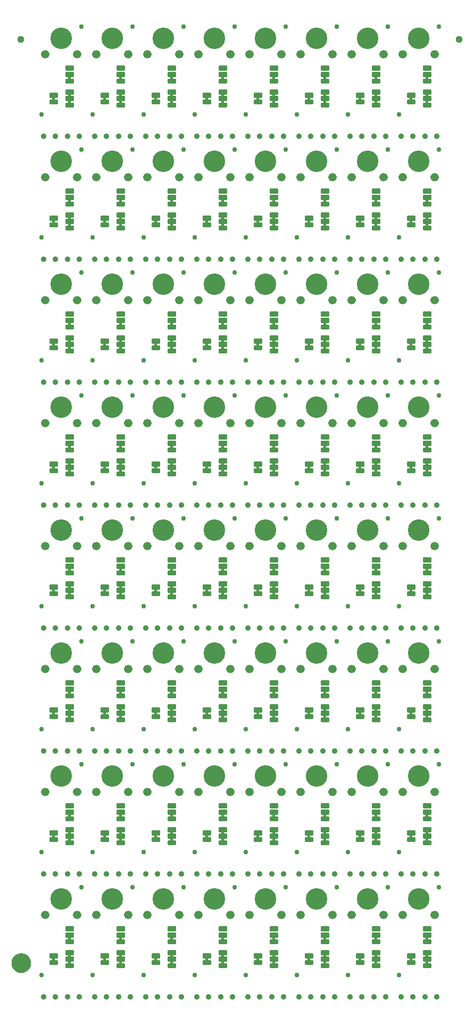
<source format=gbs>
G04 EAGLE Gerber RS-274X export*
G75*
%MOMM*%
%FSLAX34Y34*%
%LPD*%
%INSoldermask Bottom*%
%IPPOS*%
%AMOC8*
5,1,8,0,0,1.08239X$1,22.5*%
G01*
%ADD10C,0.228344*%
%ADD11C,0.762000*%
%ADD12C,3.429000*%
%ADD13C,0.889000*%
%ADD14C,1.327000*%
%ADD15C,1.127000*%
%ADD16C,1.270000*%
%ADD17C,1.627000*%

G36*
X377255Y491502D02*
X377255Y491502D01*
X377321Y491504D01*
X377364Y491522D01*
X377411Y491530D01*
X377468Y491564D01*
X377528Y491589D01*
X377563Y491620D01*
X377604Y491645D01*
X377646Y491696D01*
X377694Y491740D01*
X377716Y491782D01*
X377745Y491819D01*
X377766Y491881D01*
X377797Y491940D01*
X377805Y491994D01*
X377817Y492031D01*
X377816Y492071D01*
X377824Y492125D01*
X377824Y495935D01*
X377813Y496000D01*
X377811Y496066D01*
X377793Y496109D01*
X377785Y496156D01*
X377751Y496213D01*
X377726Y496273D01*
X377695Y496308D01*
X377670Y496349D01*
X377619Y496391D01*
X377575Y496439D01*
X377533Y496461D01*
X377496Y496490D01*
X377434Y496511D01*
X377375Y496542D01*
X377321Y496550D01*
X377284Y496562D01*
X377244Y496561D01*
X377190Y496569D01*
X374650Y496569D01*
X374585Y496558D01*
X374519Y496556D01*
X374476Y496538D01*
X374429Y496530D01*
X374372Y496496D01*
X374312Y496471D01*
X374277Y496440D01*
X374236Y496415D01*
X374195Y496364D01*
X374146Y496320D01*
X374124Y496278D01*
X374095Y496241D01*
X374074Y496179D01*
X374043Y496120D01*
X374035Y496066D01*
X374023Y496029D01*
X374023Y496025D01*
X374023Y496024D01*
X374024Y495989D01*
X374016Y495935D01*
X374016Y492125D01*
X374027Y492060D01*
X374029Y491994D01*
X374047Y491951D01*
X374055Y491904D01*
X374089Y491847D01*
X374114Y491787D01*
X374145Y491752D01*
X374170Y491711D01*
X374221Y491670D01*
X374265Y491621D01*
X374307Y491599D01*
X374344Y491570D01*
X374406Y491549D01*
X374465Y491518D01*
X374519Y491510D01*
X374556Y491498D01*
X374596Y491499D01*
X374650Y491491D01*
X377190Y491491D01*
X377255Y491502D01*
G37*
G36*
X52135Y491502D02*
X52135Y491502D01*
X52201Y491504D01*
X52244Y491522D01*
X52291Y491530D01*
X52348Y491564D01*
X52408Y491589D01*
X52443Y491620D01*
X52484Y491645D01*
X52526Y491696D01*
X52574Y491740D01*
X52596Y491782D01*
X52625Y491819D01*
X52646Y491881D01*
X52677Y491940D01*
X52685Y491994D01*
X52697Y492031D01*
X52696Y492071D01*
X52704Y492125D01*
X52704Y495935D01*
X52693Y496000D01*
X52691Y496066D01*
X52673Y496109D01*
X52665Y496156D01*
X52631Y496213D01*
X52606Y496273D01*
X52575Y496308D01*
X52550Y496349D01*
X52499Y496391D01*
X52455Y496439D01*
X52413Y496461D01*
X52376Y496490D01*
X52314Y496511D01*
X52255Y496542D01*
X52201Y496550D01*
X52164Y496562D01*
X52124Y496561D01*
X52070Y496569D01*
X49530Y496569D01*
X49465Y496558D01*
X49399Y496556D01*
X49356Y496538D01*
X49309Y496530D01*
X49252Y496496D01*
X49192Y496471D01*
X49157Y496440D01*
X49116Y496415D01*
X49075Y496364D01*
X49026Y496320D01*
X49004Y496278D01*
X48975Y496241D01*
X48954Y496179D01*
X48923Y496120D01*
X48915Y496066D01*
X48903Y496029D01*
X48903Y496025D01*
X48903Y496024D01*
X48904Y495989D01*
X48896Y495935D01*
X48896Y492125D01*
X48907Y492060D01*
X48909Y491994D01*
X48927Y491951D01*
X48935Y491904D01*
X48969Y491847D01*
X48994Y491787D01*
X49025Y491752D01*
X49050Y491711D01*
X49101Y491670D01*
X49145Y491621D01*
X49187Y491599D01*
X49224Y491570D01*
X49286Y491549D01*
X49345Y491518D01*
X49399Y491510D01*
X49436Y491498D01*
X49476Y491499D01*
X49530Y491491D01*
X52070Y491491D01*
X52135Y491502D01*
G37*
G36*
X295975Y491502D02*
X295975Y491502D01*
X296041Y491504D01*
X296084Y491522D01*
X296131Y491530D01*
X296188Y491564D01*
X296248Y491589D01*
X296283Y491620D01*
X296324Y491645D01*
X296366Y491696D01*
X296414Y491740D01*
X296436Y491782D01*
X296465Y491819D01*
X296486Y491881D01*
X296517Y491940D01*
X296525Y491994D01*
X296537Y492031D01*
X296536Y492071D01*
X296544Y492125D01*
X296544Y495935D01*
X296533Y496000D01*
X296531Y496066D01*
X296513Y496109D01*
X296505Y496156D01*
X296471Y496213D01*
X296446Y496273D01*
X296415Y496308D01*
X296390Y496349D01*
X296339Y496391D01*
X296295Y496439D01*
X296253Y496461D01*
X296216Y496490D01*
X296154Y496511D01*
X296095Y496542D01*
X296041Y496550D01*
X296004Y496562D01*
X295964Y496561D01*
X295910Y496569D01*
X293370Y496569D01*
X293305Y496558D01*
X293239Y496556D01*
X293196Y496538D01*
X293149Y496530D01*
X293092Y496496D01*
X293032Y496471D01*
X292997Y496440D01*
X292956Y496415D01*
X292915Y496364D01*
X292866Y496320D01*
X292844Y496278D01*
X292815Y496241D01*
X292794Y496179D01*
X292763Y496120D01*
X292755Y496066D01*
X292743Y496029D01*
X292743Y496025D01*
X292743Y496024D01*
X292744Y495989D01*
X292736Y495935D01*
X292736Y492125D01*
X292747Y492060D01*
X292749Y491994D01*
X292767Y491951D01*
X292775Y491904D01*
X292809Y491847D01*
X292834Y491787D01*
X292865Y491752D01*
X292890Y491711D01*
X292941Y491670D01*
X292985Y491621D01*
X293027Y491599D01*
X293064Y491570D01*
X293126Y491549D01*
X293185Y491518D01*
X293239Y491510D01*
X293276Y491498D01*
X293316Y491499D01*
X293370Y491491D01*
X295910Y491491D01*
X295975Y491502D01*
G37*
G36*
X214695Y491502D02*
X214695Y491502D01*
X214761Y491504D01*
X214804Y491522D01*
X214851Y491530D01*
X214908Y491564D01*
X214968Y491589D01*
X215003Y491620D01*
X215044Y491645D01*
X215086Y491696D01*
X215134Y491740D01*
X215156Y491782D01*
X215185Y491819D01*
X215206Y491881D01*
X215237Y491940D01*
X215245Y491994D01*
X215257Y492031D01*
X215256Y492071D01*
X215264Y492125D01*
X215264Y495935D01*
X215253Y496000D01*
X215251Y496066D01*
X215233Y496109D01*
X215225Y496156D01*
X215191Y496213D01*
X215166Y496273D01*
X215135Y496308D01*
X215110Y496349D01*
X215059Y496391D01*
X215015Y496439D01*
X214973Y496461D01*
X214936Y496490D01*
X214874Y496511D01*
X214815Y496542D01*
X214761Y496550D01*
X214724Y496562D01*
X214684Y496561D01*
X214630Y496569D01*
X212090Y496569D01*
X212025Y496558D01*
X211959Y496556D01*
X211916Y496538D01*
X211869Y496530D01*
X211812Y496496D01*
X211752Y496471D01*
X211717Y496440D01*
X211676Y496415D01*
X211635Y496364D01*
X211586Y496320D01*
X211564Y496278D01*
X211535Y496241D01*
X211514Y496179D01*
X211483Y496120D01*
X211475Y496066D01*
X211463Y496029D01*
X211463Y496025D01*
X211463Y496024D01*
X211464Y495989D01*
X211456Y495935D01*
X211456Y492125D01*
X211467Y492060D01*
X211469Y491994D01*
X211487Y491951D01*
X211495Y491904D01*
X211529Y491847D01*
X211554Y491787D01*
X211585Y491752D01*
X211610Y491711D01*
X211661Y491670D01*
X211705Y491621D01*
X211747Y491599D01*
X211784Y491570D01*
X211846Y491549D01*
X211905Y491518D01*
X211959Y491510D01*
X211996Y491498D01*
X212036Y491499D01*
X212090Y491491D01*
X214630Y491491D01*
X214695Y491502D01*
G37*
G36*
X133415Y491502D02*
X133415Y491502D01*
X133481Y491504D01*
X133524Y491522D01*
X133571Y491530D01*
X133628Y491564D01*
X133688Y491589D01*
X133723Y491620D01*
X133764Y491645D01*
X133806Y491696D01*
X133854Y491740D01*
X133876Y491782D01*
X133905Y491819D01*
X133926Y491881D01*
X133957Y491940D01*
X133965Y491994D01*
X133977Y492031D01*
X133976Y492071D01*
X133984Y492125D01*
X133984Y495935D01*
X133973Y496000D01*
X133971Y496066D01*
X133953Y496109D01*
X133945Y496156D01*
X133911Y496213D01*
X133886Y496273D01*
X133855Y496308D01*
X133830Y496349D01*
X133779Y496391D01*
X133735Y496439D01*
X133693Y496461D01*
X133656Y496490D01*
X133594Y496511D01*
X133535Y496542D01*
X133481Y496550D01*
X133444Y496562D01*
X133404Y496561D01*
X133350Y496569D01*
X130810Y496569D01*
X130745Y496558D01*
X130679Y496556D01*
X130636Y496538D01*
X130589Y496530D01*
X130532Y496496D01*
X130472Y496471D01*
X130437Y496440D01*
X130396Y496415D01*
X130355Y496364D01*
X130306Y496320D01*
X130284Y496278D01*
X130255Y496241D01*
X130234Y496179D01*
X130203Y496120D01*
X130195Y496066D01*
X130183Y496029D01*
X130183Y496025D01*
X130183Y496024D01*
X130184Y495989D01*
X130176Y495935D01*
X130176Y492125D01*
X130187Y492060D01*
X130189Y491994D01*
X130207Y491951D01*
X130215Y491904D01*
X130249Y491847D01*
X130274Y491787D01*
X130305Y491752D01*
X130330Y491711D01*
X130381Y491670D01*
X130425Y491621D01*
X130467Y491599D01*
X130504Y491570D01*
X130566Y491549D01*
X130625Y491518D01*
X130679Y491510D01*
X130716Y491498D01*
X130756Y491499D01*
X130810Y491491D01*
X133350Y491491D01*
X133415Y491502D01*
G37*
G36*
X458535Y491502D02*
X458535Y491502D01*
X458601Y491504D01*
X458644Y491522D01*
X458691Y491530D01*
X458748Y491564D01*
X458808Y491589D01*
X458843Y491620D01*
X458884Y491645D01*
X458926Y491696D01*
X458974Y491740D01*
X458996Y491782D01*
X459025Y491819D01*
X459046Y491881D01*
X459077Y491940D01*
X459085Y491994D01*
X459097Y492031D01*
X459096Y492071D01*
X459104Y492125D01*
X459104Y495935D01*
X459093Y496000D01*
X459091Y496066D01*
X459073Y496109D01*
X459065Y496156D01*
X459031Y496213D01*
X459006Y496273D01*
X458975Y496308D01*
X458950Y496349D01*
X458899Y496391D01*
X458855Y496439D01*
X458813Y496461D01*
X458776Y496490D01*
X458714Y496511D01*
X458655Y496542D01*
X458601Y496550D01*
X458564Y496562D01*
X458524Y496561D01*
X458470Y496569D01*
X455930Y496569D01*
X455865Y496558D01*
X455799Y496556D01*
X455756Y496538D01*
X455709Y496530D01*
X455652Y496496D01*
X455592Y496471D01*
X455557Y496440D01*
X455516Y496415D01*
X455475Y496364D01*
X455426Y496320D01*
X455404Y496278D01*
X455375Y496241D01*
X455354Y496179D01*
X455323Y496120D01*
X455315Y496066D01*
X455303Y496029D01*
X455303Y496025D01*
X455303Y496024D01*
X455304Y495989D01*
X455296Y495935D01*
X455296Y492125D01*
X455307Y492060D01*
X455309Y491994D01*
X455327Y491951D01*
X455335Y491904D01*
X455369Y491847D01*
X455394Y491787D01*
X455425Y491752D01*
X455450Y491711D01*
X455501Y491670D01*
X455545Y491621D01*
X455587Y491599D01*
X455624Y491570D01*
X455686Y491549D01*
X455745Y491518D01*
X455799Y491510D01*
X455836Y491498D01*
X455876Y491499D01*
X455930Y491491D01*
X458470Y491491D01*
X458535Y491502D01*
G37*
G36*
X539815Y491502D02*
X539815Y491502D01*
X539881Y491504D01*
X539924Y491522D01*
X539971Y491530D01*
X540028Y491564D01*
X540088Y491589D01*
X540123Y491620D01*
X540164Y491645D01*
X540206Y491696D01*
X540254Y491740D01*
X540276Y491782D01*
X540305Y491819D01*
X540326Y491881D01*
X540357Y491940D01*
X540365Y491994D01*
X540377Y492031D01*
X540376Y492071D01*
X540384Y492125D01*
X540384Y495935D01*
X540373Y496000D01*
X540371Y496066D01*
X540353Y496109D01*
X540345Y496156D01*
X540311Y496213D01*
X540286Y496273D01*
X540255Y496308D01*
X540230Y496349D01*
X540179Y496391D01*
X540135Y496439D01*
X540093Y496461D01*
X540056Y496490D01*
X539994Y496511D01*
X539935Y496542D01*
X539881Y496550D01*
X539844Y496562D01*
X539804Y496561D01*
X539750Y496569D01*
X537210Y496569D01*
X537145Y496558D01*
X537079Y496556D01*
X537036Y496538D01*
X536989Y496530D01*
X536932Y496496D01*
X536872Y496471D01*
X536837Y496440D01*
X536796Y496415D01*
X536755Y496364D01*
X536706Y496320D01*
X536684Y496278D01*
X536655Y496241D01*
X536634Y496179D01*
X536603Y496120D01*
X536595Y496066D01*
X536583Y496029D01*
X536583Y496025D01*
X536583Y496024D01*
X536584Y495989D01*
X536576Y495935D01*
X536576Y492125D01*
X536587Y492060D01*
X536589Y491994D01*
X536607Y491951D01*
X536615Y491904D01*
X536649Y491847D01*
X536674Y491787D01*
X536705Y491752D01*
X536730Y491711D01*
X536781Y491670D01*
X536825Y491621D01*
X536867Y491599D01*
X536904Y491570D01*
X536966Y491549D01*
X537025Y491518D01*
X537079Y491510D01*
X537116Y491498D01*
X537156Y491499D01*
X537210Y491491D01*
X539750Y491491D01*
X539815Y491502D01*
G37*
G36*
X621095Y491502D02*
X621095Y491502D01*
X621161Y491504D01*
X621204Y491522D01*
X621251Y491530D01*
X621308Y491564D01*
X621368Y491589D01*
X621403Y491620D01*
X621444Y491645D01*
X621486Y491696D01*
X621534Y491740D01*
X621556Y491782D01*
X621585Y491819D01*
X621606Y491881D01*
X621637Y491940D01*
X621645Y491994D01*
X621657Y492031D01*
X621656Y492071D01*
X621664Y492125D01*
X621664Y495935D01*
X621653Y496000D01*
X621651Y496066D01*
X621633Y496109D01*
X621625Y496156D01*
X621591Y496213D01*
X621566Y496273D01*
X621535Y496308D01*
X621510Y496349D01*
X621459Y496391D01*
X621415Y496439D01*
X621373Y496461D01*
X621336Y496490D01*
X621274Y496511D01*
X621215Y496542D01*
X621161Y496550D01*
X621124Y496562D01*
X621084Y496561D01*
X621030Y496569D01*
X618490Y496569D01*
X618425Y496558D01*
X618359Y496556D01*
X618316Y496538D01*
X618269Y496530D01*
X618212Y496496D01*
X618152Y496471D01*
X618117Y496440D01*
X618076Y496415D01*
X618035Y496364D01*
X617986Y496320D01*
X617964Y496278D01*
X617935Y496241D01*
X617914Y496179D01*
X617883Y496120D01*
X617875Y496066D01*
X617863Y496029D01*
X617863Y496025D01*
X617863Y496024D01*
X617864Y495989D01*
X617856Y495935D01*
X617856Y492125D01*
X617867Y492060D01*
X617869Y491994D01*
X617887Y491951D01*
X617895Y491904D01*
X617929Y491847D01*
X617954Y491787D01*
X617985Y491752D01*
X618010Y491711D01*
X618061Y491670D01*
X618105Y491621D01*
X618147Y491599D01*
X618184Y491570D01*
X618246Y491549D01*
X618305Y491518D01*
X618359Y491510D01*
X618396Y491498D01*
X618436Y491499D01*
X618490Y491491D01*
X621030Y491491D01*
X621095Y491502D01*
G37*
G36*
X539815Y1469402D02*
X539815Y1469402D01*
X539881Y1469404D01*
X539924Y1469422D01*
X539971Y1469430D01*
X540028Y1469464D01*
X540088Y1469489D01*
X540123Y1469520D01*
X540164Y1469545D01*
X540206Y1469596D01*
X540254Y1469640D01*
X540276Y1469682D01*
X540305Y1469719D01*
X540326Y1469781D01*
X540357Y1469840D01*
X540365Y1469894D01*
X540377Y1469931D01*
X540376Y1469971D01*
X540384Y1470025D01*
X540384Y1473835D01*
X540373Y1473900D01*
X540371Y1473966D01*
X540353Y1474009D01*
X540345Y1474056D01*
X540311Y1474113D01*
X540286Y1474173D01*
X540255Y1474208D01*
X540230Y1474249D01*
X540179Y1474291D01*
X540135Y1474339D01*
X540093Y1474361D01*
X540056Y1474390D01*
X539994Y1474411D01*
X539935Y1474442D01*
X539881Y1474450D01*
X539844Y1474462D01*
X539804Y1474461D01*
X539750Y1474469D01*
X537210Y1474469D01*
X537145Y1474458D01*
X537079Y1474456D01*
X537036Y1474438D01*
X536989Y1474430D01*
X536932Y1474396D01*
X536872Y1474371D01*
X536837Y1474340D01*
X536796Y1474315D01*
X536755Y1474264D01*
X536706Y1474220D01*
X536684Y1474178D01*
X536655Y1474141D01*
X536634Y1474079D01*
X536603Y1474020D01*
X536595Y1473966D01*
X536583Y1473929D01*
X536583Y1473925D01*
X536583Y1473924D01*
X536584Y1473889D01*
X536576Y1473835D01*
X536576Y1470025D01*
X536587Y1469960D01*
X536589Y1469894D01*
X536607Y1469851D01*
X536615Y1469804D01*
X536649Y1469747D01*
X536674Y1469687D01*
X536705Y1469652D01*
X536730Y1469611D01*
X536781Y1469570D01*
X536825Y1469521D01*
X536867Y1469499D01*
X536904Y1469470D01*
X536966Y1469449D01*
X537025Y1469418D01*
X537079Y1469410D01*
X537116Y1469398D01*
X537156Y1469399D01*
X537210Y1469391D01*
X539750Y1469391D01*
X539815Y1469402D01*
G37*
G36*
X539815Y1441462D02*
X539815Y1441462D01*
X539881Y1441464D01*
X539924Y1441482D01*
X539971Y1441490D01*
X540028Y1441524D01*
X540088Y1441549D01*
X540123Y1441580D01*
X540164Y1441605D01*
X540206Y1441656D01*
X540254Y1441700D01*
X540276Y1441742D01*
X540305Y1441779D01*
X540326Y1441841D01*
X540357Y1441900D01*
X540365Y1441954D01*
X540377Y1441991D01*
X540376Y1442031D01*
X540384Y1442085D01*
X540384Y1445895D01*
X540373Y1445960D01*
X540371Y1446026D01*
X540353Y1446069D01*
X540345Y1446116D01*
X540311Y1446173D01*
X540286Y1446233D01*
X540255Y1446268D01*
X540230Y1446309D01*
X540179Y1446351D01*
X540135Y1446399D01*
X540093Y1446421D01*
X540056Y1446450D01*
X539994Y1446471D01*
X539935Y1446502D01*
X539881Y1446510D01*
X539844Y1446522D01*
X539804Y1446521D01*
X539750Y1446529D01*
X537210Y1446529D01*
X537145Y1446518D01*
X537079Y1446516D01*
X537036Y1446498D01*
X536989Y1446490D01*
X536932Y1446456D01*
X536872Y1446431D01*
X536837Y1446400D01*
X536796Y1446375D01*
X536755Y1446324D01*
X536706Y1446280D01*
X536684Y1446238D01*
X536655Y1446201D01*
X536634Y1446139D01*
X536603Y1446080D01*
X536595Y1446026D01*
X536583Y1445989D01*
X536583Y1445985D01*
X536583Y1445984D01*
X536584Y1445949D01*
X536576Y1445895D01*
X536576Y1442085D01*
X536587Y1442020D01*
X536589Y1441954D01*
X536607Y1441911D01*
X536615Y1441864D01*
X536649Y1441807D01*
X536674Y1441747D01*
X536705Y1441712D01*
X536730Y1441671D01*
X536781Y1441630D01*
X536825Y1441581D01*
X536867Y1441559D01*
X536904Y1441530D01*
X536966Y1441509D01*
X537025Y1441478D01*
X537079Y1441470D01*
X537116Y1441458D01*
X537156Y1441459D01*
X537210Y1441451D01*
X539750Y1441451D01*
X539815Y1441462D01*
G37*
G36*
X52135Y1441462D02*
X52135Y1441462D01*
X52201Y1441464D01*
X52244Y1441482D01*
X52291Y1441490D01*
X52348Y1441524D01*
X52408Y1441549D01*
X52443Y1441580D01*
X52484Y1441605D01*
X52526Y1441656D01*
X52574Y1441700D01*
X52596Y1441742D01*
X52625Y1441779D01*
X52646Y1441841D01*
X52677Y1441900D01*
X52685Y1441954D01*
X52697Y1441991D01*
X52696Y1442031D01*
X52704Y1442085D01*
X52704Y1445895D01*
X52693Y1445960D01*
X52691Y1446026D01*
X52673Y1446069D01*
X52665Y1446116D01*
X52631Y1446173D01*
X52606Y1446233D01*
X52575Y1446268D01*
X52550Y1446309D01*
X52499Y1446351D01*
X52455Y1446399D01*
X52413Y1446421D01*
X52376Y1446450D01*
X52314Y1446471D01*
X52255Y1446502D01*
X52201Y1446510D01*
X52164Y1446522D01*
X52124Y1446521D01*
X52070Y1446529D01*
X49530Y1446529D01*
X49465Y1446518D01*
X49399Y1446516D01*
X49356Y1446498D01*
X49309Y1446490D01*
X49252Y1446456D01*
X49192Y1446431D01*
X49157Y1446400D01*
X49116Y1446375D01*
X49075Y1446324D01*
X49026Y1446280D01*
X49004Y1446238D01*
X48975Y1446201D01*
X48954Y1446139D01*
X48923Y1446080D01*
X48915Y1446026D01*
X48903Y1445989D01*
X48903Y1445985D01*
X48903Y1445984D01*
X48904Y1445949D01*
X48896Y1445895D01*
X48896Y1442085D01*
X48907Y1442020D01*
X48909Y1441954D01*
X48927Y1441911D01*
X48935Y1441864D01*
X48969Y1441807D01*
X48994Y1441747D01*
X49025Y1441712D01*
X49050Y1441671D01*
X49101Y1441630D01*
X49145Y1441581D01*
X49187Y1441559D01*
X49224Y1441530D01*
X49286Y1441509D01*
X49345Y1441478D01*
X49399Y1441470D01*
X49436Y1441458D01*
X49476Y1441459D01*
X49530Y1441451D01*
X52070Y1441451D01*
X52135Y1441462D01*
G37*
G36*
X133415Y1441462D02*
X133415Y1441462D01*
X133481Y1441464D01*
X133524Y1441482D01*
X133571Y1441490D01*
X133628Y1441524D01*
X133688Y1441549D01*
X133723Y1441580D01*
X133764Y1441605D01*
X133806Y1441656D01*
X133854Y1441700D01*
X133876Y1441742D01*
X133905Y1441779D01*
X133926Y1441841D01*
X133957Y1441900D01*
X133965Y1441954D01*
X133977Y1441991D01*
X133976Y1442031D01*
X133984Y1442085D01*
X133984Y1445895D01*
X133973Y1445960D01*
X133971Y1446026D01*
X133953Y1446069D01*
X133945Y1446116D01*
X133911Y1446173D01*
X133886Y1446233D01*
X133855Y1446268D01*
X133830Y1446309D01*
X133779Y1446351D01*
X133735Y1446399D01*
X133693Y1446421D01*
X133656Y1446450D01*
X133594Y1446471D01*
X133535Y1446502D01*
X133481Y1446510D01*
X133444Y1446522D01*
X133404Y1446521D01*
X133350Y1446529D01*
X130810Y1446529D01*
X130745Y1446518D01*
X130679Y1446516D01*
X130636Y1446498D01*
X130589Y1446490D01*
X130532Y1446456D01*
X130472Y1446431D01*
X130437Y1446400D01*
X130396Y1446375D01*
X130355Y1446324D01*
X130306Y1446280D01*
X130284Y1446238D01*
X130255Y1446201D01*
X130234Y1446139D01*
X130203Y1446080D01*
X130195Y1446026D01*
X130183Y1445989D01*
X130183Y1445985D01*
X130183Y1445984D01*
X130184Y1445949D01*
X130176Y1445895D01*
X130176Y1442085D01*
X130187Y1442020D01*
X130189Y1441954D01*
X130207Y1441911D01*
X130215Y1441864D01*
X130249Y1441807D01*
X130274Y1441747D01*
X130305Y1441712D01*
X130330Y1441671D01*
X130381Y1441630D01*
X130425Y1441581D01*
X130467Y1441559D01*
X130504Y1441530D01*
X130566Y1441509D01*
X130625Y1441478D01*
X130679Y1441470D01*
X130716Y1441458D01*
X130756Y1441459D01*
X130810Y1441451D01*
X133350Y1441451D01*
X133415Y1441462D01*
G37*
G36*
X621095Y1441462D02*
X621095Y1441462D01*
X621161Y1441464D01*
X621204Y1441482D01*
X621251Y1441490D01*
X621308Y1441524D01*
X621368Y1441549D01*
X621403Y1441580D01*
X621444Y1441605D01*
X621486Y1441656D01*
X621534Y1441700D01*
X621556Y1441742D01*
X621585Y1441779D01*
X621606Y1441841D01*
X621637Y1441900D01*
X621645Y1441954D01*
X621657Y1441991D01*
X621656Y1442031D01*
X621664Y1442085D01*
X621664Y1445895D01*
X621653Y1445960D01*
X621651Y1446026D01*
X621633Y1446069D01*
X621625Y1446116D01*
X621591Y1446173D01*
X621566Y1446233D01*
X621535Y1446268D01*
X621510Y1446309D01*
X621459Y1446351D01*
X621415Y1446399D01*
X621373Y1446421D01*
X621336Y1446450D01*
X621274Y1446471D01*
X621215Y1446502D01*
X621161Y1446510D01*
X621124Y1446522D01*
X621084Y1446521D01*
X621030Y1446529D01*
X618490Y1446529D01*
X618425Y1446518D01*
X618359Y1446516D01*
X618316Y1446498D01*
X618269Y1446490D01*
X618212Y1446456D01*
X618152Y1446431D01*
X618117Y1446400D01*
X618076Y1446375D01*
X618035Y1446324D01*
X617986Y1446280D01*
X617964Y1446238D01*
X617935Y1446201D01*
X617914Y1446139D01*
X617883Y1446080D01*
X617875Y1446026D01*
X617863Y1445989D01*
X617863Y1445985D01*
X617863Y1445984D01*
X617864Y1445949D01*
X617856Y1445895D01*
X617856Y1442085D01*
X617867Y1442020D01*
X617869Y1441954D01*
X617887Y1441911D01*
X617895Y1441864D01*
X617929Y1441807D01*
X617954Y1441747D01*
X617985Y1441712D01*
X618010Y1441671D01*
X618061Y1441630D01*
X618105Y1441581D01*
X618147Y1441559D01*
X618184Y1441530D01*
X618246Y1441509D01*
X618305Y1441478D01*
X618359Y1441470D01*
X618396Y1441458D01*
X618436Y1441459D01*
X618490Y1441451D01*
X621030Y1441451D01*
X621095Y1441462D01*
G37*
G36*
X458535Y1441462D02*
X458535Y1441462D01*
X458601Y1441464D01*
X458644Y1441482D01*
X458691Y1441490D01*
X458748Y1441524D01*
X458808Y1441549D01*
X458843Y1441580D01*
X458884Y1441605D01*
X458926Y1441656D01*
X458974Y1441700D01*
X458996Y1441742D01*
X459025Y1441779D01*
X459046Y1441841D01*
X459077Y1441900D01*
X459085Y1441954D01*
X459097Y1441991D01*
X459096Y1442031D01*
X459104Y1442085D01*
X459104Y1445895D01*
X459093Y1445960D01*
X459091Y1446026D01*
X459073Y1446069D01*
X459065Y1446116D01*
X459031Y1446173D01*
X459006Y1446233D01*
X458975Y1446268D01*
X458950Y1446309D01*
X458899Y1446351D01*
X458855Y1446399D01*
X458813Y1446421D01*
X458776Y1446450D01*
X458714Y1446471D01*
X458655Y1446502D01*
X458601Y1446510D01*
X458564Y1446522D01*
X458524Y1446521D01*
X458470Y1446529D01*
X455930Y1446529D01*
X455865Y1446518D01*
X455799Y1446516D01*
X455756Y1446498D01*
X455709Y1446490D01*
X455652Y1446456D01*
X455592Y1446431D01*
X455557Y1446400D01*
X455516Y1446375D01*
X455475Y1446324D01*
X455426Y1446280D01*
X455404Y1446238D01*
X455375Y1446201D01*
X455354Y1446139D01*
X455323Y1446080D01*
X455315Y1446026D01*
X455303Y1445989D01*
X455303Y1445985D01*
X455303Y1445984D01*
X455304Y1445949D01*
X455296Y1445895D01*
X455296Y1442085D01*
X455307Y1442020D01*
X455309Y1441954D01*
X455327Y1441911D01*
X455335Y1441864D01*
X455369Y1441807D01*
X455394Y1441747D01*
X455425Y1441712D01*
X455450Y1441671D01*
X455501Y1441630D01*
X455545Y1441581D01*
X455587Y1441559D01*
X455624Y1441530D01*
X455686Y1441509D01*
X455745Y1441478D01*
X455799Y1441470D01*
X455836Y1441458D01*
X455876Y1441459D01*
X455930Y1441451D01*
X458470Y1441451D01*
X458535Y1441462D01*
G37*
G36*
X377255Y1441462D02*
X377255Y1441462D01*
X377321Y1441464D01*
X377364Y1441482D01*
X377411Y1441490D01*
X377468Y1441524D01*
X377528Y1441549D01*
X377563Y1441580D01*
X377604Y1441605D01*
X377646Y1441656D01*
X377694Y1441700D01*
X377716Y1441742D01*
X377745Y1441779D01*
X377766Y1441841D01*
X377797Y1441900D01*
X377805Y1441954D01*
X377817Y1441991D01*
X377816Y1442031D01*
X377824Y1442085D01*
X377824Y1445895D01*
X377813Y1445960D01*
X377811Y1446026D01*
X377793Y1446069D01*
X377785Y1446116D01*
X377751Y1446173D01*
X377726Y1446233D01*
X377695Y1446268D01*
X377670Y1446309D01*
X377619Y1446351D01*
X377575Y1446399D01*
X377533Y1446421D01*
X377496Y1446450D01*
X377434Y1446471D01*
X377375Y1446502D01*
X377321Y1446510D01*
X377284Y1446522D01*
X377244Y1446521D01*
X377190Y1446529D01*
X374650Y1446529D01*
X374585Y1446518D01*
X374519Y1446516D01*
X374476Y1446498D01*
X374429Y1446490D01*
X374372Y1446456D01*
X374312Y1446431D01*
X374277Y1446400D01*
X374236Y1446375D01*
X374195Y1446324D01*
X374146Y1446280D01*
X374124Y1446238D01*
X374095Y1446201D01*
X374074Y1446139D01*
X374043Y1446080D01*
X374035Y1446026D01*
X374023Y1445989D01*
X374023Y1445985D01*
X374023Y1445984D01*
X374024Y1445949D01*
X374016Y1445895D01*
X374016Y1442085D01*
X374027Y1442020D01*
X374029Y1441954D01*
X374047Y1441911D01*
X374055Y1441864D01*
X374089Y1441807D01*
X374114Y1441747D01*
X374145Y1441712D01*
X374170Y1441671D01*
X374221Y1441630D01*
X374265Y1441581D01*
X374307Y1441559D01*
X374344Y1441530D01*
X374406Y1441509D01*
X374465Y1441478D01*
X374519Y1441470D01*
X374556Y1441458D01*
X374596Y1441459D01*
X374650Y1441451D01*
X377190Y1441451D01*
X377255Y1441462D01*
G37*
G36*
X295975Y1441462D02*
X295975Y1441462D01*
X296041Y1441464D01*
X296084Y1441482D01*
X296131Y1441490D01*
X296188Y1441524D01*
X296248Y1441549D01*
X296283Y1441580D01*
X296324Y1441605D01*
X296366Y1441656D01*
X296414Y1441700D01*
X296436Y1441742D01*
X296465Y1441779D01*
X296486Y1441841D01*
X296517Y1441900D01*
X296525Y1441954D01*
X296537Y1441991D01*
X296536Y1442031D01*
X296544Y1442085D01*
X296544Y1445895D01*
X296533Y1445960D01*
X296531Y1446026D01*
X296513Y1446069D01*
X296505Y1446116D01*
X296471Y1446173D01*
X296446Y1446233D01*
X296415Y1446268D01*
X296390Y1446309D01*
X296339Y1446351D01*
X296295Y1446399D01*
X296253Y1446421D01*
X296216Y1446450D01*
X296154Y1446471D01*
X296095Y1446502D01*
X296041Y1446510D01*
X296004Y1446522D01*
X295964Y1446521D01*
X295910Y1446529D01*
X293370Y1446529D01*
X293305Y1446518D01*
X293239Y1446516D01*
X293196Y1446498D01*
X293149Y1446490D01*
X293092Y1446456D01*
X293032Y1446431D01*
X292997Y1446400D01*
X292956Y1446375D01*
X292915Y1446324D01*
X292866Y1446280D01*
X292844Y1446238D01*
X292815Y1446201D01*
X292794Y1446139D01*
X292763Y1446080D01*
X292755Y1446026D01*
X292743Y1445989D01*
X292743Y1445985D01*
X292743Y1445984D01*
X292744Y1445949D01*
X292736Y1445895D01*
X292736Y1442085D01*
X292747Y1442020D01*
X292749Y1441954D01*
X292767Y1441911D01*
X292775Y1441864D01*
X292809Y1441807D01*
X292834Y1441747D01*
X292865Y1441712D01*
X292890Y1441671D01*
X292941Y1441630D01*
X292985Y1441581D01*
X293027Y1441559D01*
X293064Y1441530D01*
X293126Y1441509D01*
X293185Y1441478D01*
X293239Y1441470D01*
X293276Y1441458D01*
X293316Y1441459D01*
X293370Y1441451D01*
X295910Y1441451D01*
X295975Y1441462D01*
G37*
G36*
X214695Y1441462D02*
X214695Y1441462D01*
X214761Y1441464D01*
X214804Y1441482D01*
X214851Y1441490D01*
X214908Y1441524D01*
X214968Y1441549D01*
X215003Y1441580D01*
X215044Y1441605D01*
X215086Y1441656D01*
X215134Y1441700D01*
X215156Y1441742D01*
X215185Y1441779D01*
X215206Y1441841D01*
X215237Y1441900D01*
X215245Y1441954D01*
X215257Y1441991D01*
X215256Y1442031D01*
X215264Y1442085D01*
X215264Y1445895D01*
X215253Y1445960D01*
X215251Y1446026D01*
X215233Y1446069D01*
X215225Y1446116D01*
X215191Y1446173D01*
X215166Y1446233D01*
X215135Y1446268D01*
X215110Y1446309D01*
X215059Y1446351D01*
X215015Y1446399D01*
X214973Y1446421D01*
X214936Y1446450D01*
X214874Y1446471D01*
X214815Y1446502D01*
X214761Y1446510D01*
X214724Y1446522D01*
X214684Y1446521D01*
X214630Y1446529D01*
X212090Y1446529D01*
X212025Y1446518D01*
X211959Y1446516D01*
X211916Y1446498D01*
X211869Y1446490D01*
X211812Y1446456D01*
X211752Y1446431D01*
X211717Y1446400D01*
X211676Y1446375D01*
X211635Y1446324D01*
X211586Y1446280D01*
X211564Y1446238D01*
X211535Y1446201D01*
X211514Y1446139D01*
X211483Y1446080D01*
X211475Y1446026D01*
X211463Y1445989D01*
X211463Y1445985D01*
X211463Y1445984D01*
X211464Y1445949D01*
X211456Y1445895D01*
X211456Y1442085D01*
X211467Y1442020D01*
X211469Y1441954D01*
X211487Y1441911D01*
X211495Y1441864D01*
X211529Y1441807D01*
X211554Y1441747D01*
X211585Y1441712D01*
X211610Y1441671D01*
X211661Y1441630D01*
X211705Y1441581D01*
X211747Y1441559D01*
X211784Y1441530D01*
X211846Y1441509D01*
X211905Y1441478D01*
X211959Y1441470D01*
X211996Y1441458D01*
X212036Y1441459D01*
X212090Y1441451D01*
X214630Y1441451D01*
X214695Y1441462D01*
G37*
G36*
X26735Y1436382D02*
X26735Y1436382D01*
X26801Y1436384D01*
X26844Y1436402D01*
X26891Y1436410D01*
X26948Y1436444D01*
X27008Y1436469D01*
X27043Y1436500D01*
X27084Y1436525D01*
X27126Y1436576D01*
X27174Y1436620D01*
X27196Y1436662D01*
X27225Y1436699D01*
X27246Y1436761D01*
X27277Y1436820D01*
X27285Y1436874D01*
X27297Y1436911D01*
X27296Y1436951D01*
X27304Y1437005D01*
X27304Y1440815D01*
X27293Y1440880D01*
X27291Y1440946D01*
X27273Y1440989D01*
X27265Y1441036D01*
X27231Y1441093D01*
X27206Y1441153D01*
X27175Y1441188D01*
X27150Y1441229D01*
X27099Y1441271D01*
X27055Y1441319D01*
X27013Y1441341D01*
X26976Y1441370D01*
X26914Y1441391D01*
X26855Y1441422D01*
X26801Y1441430D01*
X26764Y1441442D01*
X26724Y1441441D01*
X26670Y1441449D01*
X24130Y1441449D01*
X24065Y1441438D01*
X23999Y1441436D01*
X23956Y1441418D01*
X23909Y1441410D01*
X23852Y1441376D01*
X23792Y1441351D01*
X23757Y1441320D01*
X23716Y1441295D01*
X23675Y1441244D01*
X23626Y1441200D01*
X23604Y1441158D01*
X23575Y1441121D01*
X23554Y1441059D01*
X23523Y1441000D01*
X23515Y1440946D01*
X23503Y1440909D01*
X23503Y1440905D01*
X23503Y1440904D01*
X23504Y1440869D01*
X23496Y1440815D01*
X23496Y1437005D01*
X23507Y1436940D01*
X23509Y1436874D01*
X23527Y1436831D01*
X23535Y1436784D01*
X23569Y1436727D01*
X23594Y1436667D01*
X23625Y1436632D01*
X23650Y1436591D01*
X23701Y1436550D01*
X23745Y1436501D01*
X23787Y1436479D01*
X23824Y1436450D01*
X23886Y1436429D01*
X23945Y1436398D01*
X23999Y1436390D01*
X24036Y1436378D01*
X24076Y1436379D01*
X24130Y1436371D01*
X26670Y1436371D01*
X26735Y1436382D01*
G37*
G36*
X433135Y1436382D02*
X433135Y1436382D01*
X433201Y1436384D01*
X433244Y1436402D01*
X433291Y1436410D01*
X433348Y1436444D01*
X433408Y1436469D01*
X433443Y1436500D01*
X433484Y1436525D01*
X433526Y1436576D01*
X433574Y1436620D01*
X433596Y1436662D01*
X433625Y1436699D01*
X433646Y1436761D01*
X433677Y1436820D01*
X433685Y1436874D01*
X433697Y1436911D01*
X433696Y1436951D01*
X433704Y1437005D01*
X433704Y1440815D01*
X433693Y1440880D01*
X433691Y1440946D01*
X433673Y1440989D01*
X433665Y1441036D01*
X433631Y1441093D01*
X433606Y1441153D01*
X433575Y1441188D01*
X433550Y1441229D01*
X433499Y1441271D01*
X433455Y1441319D01*
X433413Y1441341D01*
X433376Y1441370D01*
X433314Y1441391D01*
X433255Y1441422D01*
X433201Y1441430D01*
X433164Y1441442D01*
X433124Y1441441D01*
X433070Y1441449D01*
X430530Y1441449D01*
X430465Y1441438D01*
X430399Y1441436D01*
X430356Y1441418D01*
X430309Y1441410D01*
X430252Y1441376D01*
X430192Y1441351D01*
X430157Y1441320D01*
X430116Y1441295D01*
X430075Y1441244D01*
X430026Y1441200D01*
X430004Y1441158D01*
X429975Y1441121D01*
X429954Y1441059D01*
X429923Y1441000D01*
X429915Y1440946D01*
X429903Y1440909D01*
X429903Y1440905D01*
X429903Y1440904D01*
X429904Y1440869D01*
X429896Y1440815D01*
X429896Y1437005D01*
X429907Y1436940D01*
X429909Y1436874D01*
X429927Y1436831D01*
X429935Y1436784D01*
X429969Y1436727D01*
X429994Y1436667D01*
X430025Y1436632D01*
X430050Y1436591D01*
X430101Y1436550D01*
X430145Y1436501D01*
X430187Y1436479D01*
X430224Y1436450D01*
X430286Y1436429D01*
X430345Y1436398D01*
X430399Y1436390D01*
X430436Y1436378D01*
X430476Y1436379D01*
X430530Y1436371D01*
X433070Y1436371D01*
X433135Y1436382D01*
G37*
G36*
X595695Y1436382D02*
X595695Y1436382D01*
X595761Y1436384D01*
X595804Y1436402D01*
X595851Y1436410D01*
X595908Y1436444D01*
X595968Y1436469D01*
X596003Y1436500D01*
X596044Y1436525D01*
X596086Y1436576D01*
X596134Y1436620D01*
X596156Y1436662D01*
X596185Y1436699D01*
X596206Y1436761D01*
X596237Y1436820D01*
X596245Y1436874D01*
X596257Y1436911D01*
X596256Y1436951D01*
X596264Y1437005D01*
X596264Y1440815D01*
X596253Y1440880D01*
X596251Y1440946D01*
X596233Y1440989D01*
X596225Y1441036D01*
X596191Y1441093D01*
X596166Y1441153D01*
X596135Y1441188D01*
X596110Y1441229D01*
X596059Y1441271D01*
X596015Y1441319D01*
X595973Y1441341D01*
X595936Y1441370D01*
X595874Y1441391D01*
X595815Y1441422D01*
X595761Y1441430D01*
X595724Y1441442D01*
X595684Y1441441D01*
X595630Y1441449D01*
X593090Y1441449D01*
X593025Y1441438D01*
X592959Y1441436D01*
X592916Y1441418D01*
X592869Y1441410D01*
X592812Y1441376D01*
X592752Y1441351D01*
X592717Y1441320D01*
X592676Y1441295D01*
X592635Y1441244D01*
X592586Y1441200D01*
X592564Y1441158D01*
X592535Y1441121D01*
X592514Y1441059D01*
X592483Y1441000D01*
X592475Y1440946D01*
X592463Y1440909D01*
X592463Y1440905D01*
X592463Y1440904D01*
X592464Y1440869D01*
X592456Y1440815D01*
X592456Y1437005D01*
X592467Y1436940D01*
X592469Y1436874D01*
X592487Y1436831D01*
X592495Y1436784D01*
X592529Y1436727D01*
X592554Y1436667D01*
X592585Y1436632D01*
X592610Y1436591D01*
X592661Y1436550D01*
X592705Y1436501D01*
X592747Y1436479D01*
X592784Y1436450D01*
X592846Y1436429D01*
X592905Y1436398D01*
X592959Y1436390D01*
X592996Y1436378D01*
X593036Y1436379D01*
X593090Y1436371D01*
X595630Y1436371D01*
X595695Y1436382D01*
G37*
G36*
X189295Y1436382D02*
X189295Y1436382D01*
X189361Y1436384D01*
X189404Y1436402D01*
X189451Y1436410D01*
X189508Y1436444D01*
X189568Y1436469D01*
X189603Y1436500D01*
X189644Y1436525D01*
X189686Y1436576D01*
X189734Y1436620D01*
X189756Y1436662D01*
X189785Y1436699D01*
X189806Y1436761D01*
X189837Y1436820D01*
X189845Y1436874D01*
X189857Y1436911D01*
X189856Y1436951D01*
X189864Y1437005D01*
X189864Y1440815D01*
X189853Y1440880D01*
X189851Y1440946D01*
X189833Y1440989D01*
X189825Y1441036D01*
X189791Y1441093D01*
X189766Y1441153D01*
X189735Y1441188D01*
X189710Y1441229D01*
X189659Y1441271D01*
X189615Y1441319D01*
X189573Y1441341D01*
X189536Y1441370D01*
X189474Y1441391D01*
X189415Y1441422D01*
X189361Y1441430D01*
X189324Y1441442D01*
X189284Y1441441D01*
X189230Y1441449D01*
X186690Y1441449D01*
X186625Y1441438D01*
X186559Y1441436D01*
X186516Y1441418D01*
X186469Y1441410D01*
X186412Y1441376D01*
X186352Y1441351D01*
X186317Y1441320D01*
X186276Y1441295D01*
X186235Y1441244D01*
X186186Y1441200D01*
X186164Y1441158D01*
X186135Y1441121D01*
X186114Y1441059D01*
X186083Y1441000D01*
X186075Y1440946D01*
X186063Y1440909D01*
X186063Y1440905D01*
X186063Y1440904D01*
X186064Y1440869D01*
X186056Y1440815D01*
X186056Y1437005D01*
X186067Y1436940D01*
X186069Y1436874D01*
X186087Y1436831D01*
X186095Y1436784D01*
X186129Y1436727D01*
X186154Y1436667D01*
X186185Y1436632D01*
X186210Y1436591D01*
X186261Y1436550D01*
X186305Y1436501D01*
X186347Y1436479D01*
X186384Y1436450D01*
X186446Y1436429D01*
X186505Y1436398D01*
X186559Y1436390D01*
X186596Y1436378D01*
X186636Y1436379D01*
X186690Y1436371D01*
X189230Y1436371D01*
X189295Y1436382D01*
G37*
G36*
X351855Y1436382D02*
X351855Y1436382D01*
X351921Y1436384D01*
X351964Y1436402D01*
X352011Y1436410D01*
X352068Y1436444D01*
X352128Y1436469D01*
X352163Y1436500D01*
X352204Y1436525D01*
X352246Y1436576D01*
X352294Y1436620D01*
X352316Y1436662D01*
X352345Y1436699D01*
X352366Y1436761D01*
X352397Y1436820D01*
X352405Y1436874D01*
X352417Y1436911D01*
X352416Y1436951D01*
X352424Y1437005D01*
X352424Y1440815D01*
X352413Y1440880D01*
X352411Y1440946D01*
X352393Y1440989D01*
X352385Y1441036D01*
X352351Y1441093D01*
X352326Y1441153D01*
X352295Y1441188D01*
X352270Y1441229D01*
X352219Y1441271D01*
X352175Y1441319D01*
X352133Y1441341D01*
X352096Y1441370D01*
X352034Y1441391D01*
X351975Y1441422D01*
X351921Y1441430D01*
X351884Y1441442D01*
X351844Y1441441D01*
X351790Y1441449D01*
X349250Y1441449D01*
X349185Y1441438D01*
X349119Y1441436D01*
X349076Y1441418D01*
X349029Y1441410D01*
X348972Y1441376D01*
X348912Y1441351D01*
X348877Y1441320D01*
X348836Y1441295D01*
X348795Y1441244D01*
X348746Y1441200D01*
X348724Y1441158D01*
X348695Y1441121D01*
X348674Y1441059D01*
X348643Y1441000D01*
X348635Y1440946D01*
X348623Y1440909D01*
X348623Y1440905D01*
X348623Y1440904D01*
X348624Y1440869D01*
X348616Y1440815D01*
X348616Y1437005D01*
X348627Y1436940D01*
X348629Y1436874D01*
X348647Y1436831D01*
X348655Y1436784D01*
X348689Y1436727D01*
X348714Y1436667D01*
X348745Y1436632D01*
X348770Y1436591D01*
X348821Y1436550D01*
X348865Y1436501D01*
X348907Y1436479D01*
X348944Y1436450D01*
X349006Y1436429D01*
X349065Y1436398D01*
X349119Y1436390D01*
X349156Y1436378D01*
X349196Y1436379D01*
X349250Y1436371D01*
X351790Y1436371D01*
X351855Y1436382D01*
G37*
G36*
X514415Y1436382D02*
X514415Y1436382D01*
X514481Y1436384D01*
X514524Y1436402D01*
X514571Y1436410D01*
X514628Y1436444D01*
X514688Y1436469D01*
X514723Y1436500D01*
X514764Y1436525D01*
X514806Y1436576D01*
X514854Y1436620D01*
X514876Y1436662D01*
X514905Y1436699D01*
X514926Y1436761D01*
X514957Y1436820D01*
X514965Y1436874D01*
X514977Y1436911D01*
X514976Y1436951D01*
X514984Y1437005D01*
X514984Y1440815D01*
X514973Y1440880D01*
X514971Y1440946D01*
X514953Y1440989D01*
X514945Y1441036D01*
X514911Y1441093D01*
X514886Y1441153D01*
X514855Y1441188D01*
X514830Y1441229D01*
X514779Y1441271D01*
X514735Y1441319D01*
X514693Y1441341D01*
X514656Y1441370D01*
X514594Y1441391D01*
X514535Y1441422D01*
X514481Y1441430D01*
X514444Y1441442D01*
X514404Y1441441D01*
X514350Y1441449D01*
X511810Y1441449D01*
X511745Y1441438D01*
X511679Y1441436D01*
X511636Y1441418D01*
X511589Y1441410D01*
X511532Y1441376D01*
X511472Y1441351D01*
X511437Y1441320D01*
X511396Y1441295D01*
X511355Y1441244D01*
X511306Y1441200D01*
X511284Y1441158D01*
X511255Y1441121D01*
X511234Y1441059D01*
X511203Y1441000D01*
X511195Y1440946D01*
X511183Y1440909D01*
X511183Y1440905D01*
X511183Y1440904D01*
X511184Y1440869D01*
X511176Y1440815D01*
X511176Y1437005D01*
X511187Y1436940D01*
X511189Y1436874D01*
X511207Y1436831D01*
X511215Y1436784D01*
X511249Y1436727D01*
X511274Y1436667D01*
X511305Y1436632D01*
X511330Y1436591D01*
X511381Y1436550D01*
X511425Y1436501D01*
X511467Y1436479D01*
X511504Y1436450D01*
X511566Y1436429D01*
X511625Y1436398D01*
X511679Y1436390D01*
X511716Y1436378D01*
X511756Y1436379D01*
X511810Y1436371D01*
X514350Y1436371D01*
X514415Y1436382D01*
G37*
G36*
X270575Y1436382D02*
X270575Y1436382D01*
X270641Y1436384D01*
X270684Y1436402D01*
X270731Y1436410D01*
X270788Y1436444D01*
X270848Y1436469D01*
X270883Y1436500D01*
X270924Y1436525D01*
X270966Y1436576D01*
X271014Y1436620D01*
X271036Y1436662D01*
X271065Y1436699D01*
X271086Y1436761D01*
X271117Y1436820D01*
X271125Y1436874D01*
X271137Y1436911D01*
X271136Y1436951D01*
X271144Y1437005D01*
X271144Y1440815D01*
X271133Y1440880D01*
X271131Y1440946D01*
X271113Y1440989D01*
X271105Y1441036D01*
X271071Y1441093D01*
X271046Y1441153D01*
X271015Y1441188D01*
X270990Y1441229D01*
X270939Y1441271D01*
X270895Y1441319D01*
X270853Y1441341D01*
X270816Y1441370D01*
X270754Y1441391D01*
X270695Y1441422D01*
X270641Y1441430D01*
X270604Y1441442D01*
X270564Y1441441D01*
X270510Y1441449D01*
X267970Y1441449D01*
X267905Y1441438D01*
X267839Y1441436D01*
X267796Y1441418D01*
X267749Y1441410D01*
X267692Y1441376D01*
X267632Y1441351D01*
X267597Y1441320D01*
X267556Y1441295D01*
X267515Y1441244D01*
X267466Y1441200D01*
X267444Y1441158D01*
X267415Y1441121D01*
X267394Y1441059D01*
X267363Y1441000D01*
X267355Y1440946D01*
X267343Y1440909D01*
X267343Y1440905D01*
X267343Y1440904D01*
X267344Y1440869D01*
X267336Y1440815D01*
X267336Y1437005D01*
X267347Y1436940D01*
X267349Y1436874D01*
X267367Y1436831D01*
X267375Y1436784D01*
X267409Y1436727D01*
X267434Y1436667D01*
X267465Y1436632D01*
X267490Y1436591D01*
X267541Y1436550D01*
X267585Y1436501D01*
X267627Y1436479D01*
X267664Y1436450D01*
X267726Y1436429D01*
X267785Y1436398D01*
X267839Y1436390D01*
X267876Y1436378D01*
X267916Y1436379D01*
X267970Y1436371D01*
X270510Y1436371D01*
X270575Y1436382D01*
G37*
G36*
X108015Y1436382D02*
X108015Y1436382D01*
X108081Y1436384D01*
X108124Y1436402D01*
X108171Y1436410D01*
X108228Y1436444D01*
X108288Y1436469D01*
X108323Y1436500D01*
X108364Y1436525D01*
X108406Y1436576D01*
X108454Y1436620D01*
X108476Y1436662D01*
X108505Y1436699D01*
X108526Y1436761D01*
X108557Y1436820D01*
X108565Y1436874D01*
X108577Y1436911D01*
X108576Y1436951D01*
X108584Y1437005D01*
X108584Y1440815D01*
X108573Y1440880D01*
X108571Y1440946D01*
X108553Y1440989D01*
X108545Y1441036D01*
X108511Y1441093D01*
X108486Y1441153D01*
X108455Y1441188D01*
X108430Y1441229D01*
X108379Y1441271D01*
X108335Y1441319D01*
X108293Y1441341D01*
X108256Y1441370D01*
X108194Y1441391D01*
X108135Y1441422D01*
X108081Y1441430D01*
X108044Y1441442D01*
X108004Y1441441D01*
X107950Y1441449D01*
X105410Y1441449D01*
X105345Y1441438D01*
X105279Y1441436D01*
X105236Y1441418D01*
X105189Y1441410D01*
X105132Y1441376D01*
X105072Y1441351D01*
X105037Y1441320D01*
X104996Y1441295D01*
X104955Y1441244D01*
X104906Y1441200D01*
X104884Y1441158D01*
X104855Y1441121D01*
X104834Y1441059D01*
X104803Y1441000D01*
X104795Y1440946D01*
X104783Y1440909D01*
X104783Y1440905D01*
X104783Y1440904D01*
X104784Y1440869D01*
X104776Y1440815D01*
X104776Y1437005D01*
X104787Y1436940D01*
X104789Y1436874D01*
X104807Y1436831D01*
X104815Y1436784D01*
X104849Y1436727D01*
X104874Y1436667D01*
X104905Y1436632D01*
X104930Y1436591D01*
X104981Y1436550D01*
X105025Y1436501D01*
X105067Y1436479D01*
X105104Y1436450D01*
X105166Y1436429D01*
X105225Y1436398D01*
X105279Y1436390D01*
X105316Y1436378D01*
X105356Y1436379D01*
X105410Y1436371D01*
X107950Y1436371D01*
X108015Y1436382D01*
G37*
G36*
X214695Y1431302D02*
X214695Y1431302D01*
X214761Y1431304D01*
X214804Y1431322D01*
X214851Y1431330D01*
X214908Y1431364D01*
X214968Y1431389D01*
X215003Y1431420D01*
X215044Y1431445D01*
X215086Y1431496D01*
X215134Y1431540D01*
X215156Y1431582D01*
X215185Y1431619D01*
X215206Y1431681D01*
X215237Y1431740D01*
X215245Y1431794D01*
X215257Y1431831D01*
X215256Y1431871D01*
X215264Y1431925D01*
X215264Y1435735D01*
X215253Y1435800D01*
X215251Y1435866D01*
X215233Y1435909D01*
X215225Y1435956D01*
X215191Y1436013D01*
X215166Y1436073D01*
X215135Y1436108D01*
X215110Y1436149D01*
X215059Y1436191D01*
X215015Y1436239D01*
X214973Y1436261D01*
X214936Y1436290D01*
X214874Y1436311D01*
X214815Y1436342D01*
X214761Y1436350D01*
X214724Y1436362D01*
X214684Y1436361D01*
X214630Y1436369D01*
X212090Y1436369D01*
X212025Y1436358D01*
X211959Y1436356D01*
X211916Y1436338D01*
X211869Y1436330D01*
X211812Y1436296D01*
X211752Y1436271D01*
X211717Y1436240D01*
X211676Y1436215D01*
X211635Y1436164D01*
X211586Y1436120D01*
X211564Y1436078D01*
X211535Y1436041D01*
X211514Y1435979D01*
X211483Y1435920D01*
X211475Y1435866D01*
X211463Y1435829D01*
X211463Y1435825D01*
X211463Y1435824D01*
X211464Y1435789D01*
X211456Y1435735D01*
X211456Y1431925D01*
X211467Y1431860D01*
X211469Y1431794D01*
X211487Y1431751D01*
X211495Y1431704D01*
X211529Y1431647D01*
X211554Y1431587D01*
X211585Y1431552D01*
X211610Y1431511D01*
X211661Y1431470D01*
X211705Y1431421D01*
X211747Y1431399D01*
X211784Y1431370D01*
X211846Y1431349D01*
X211905Y1431318D01*
X211959Y1431310D01*
X211996Y1431298D01*
X212036Y1431299D01*
X212090Y1431291D01*
X214630Y1431291D01*
X214695Y1431302D01*
G37*
G36*
X377255Y1431302D02*
X377255Y1431302D01*
X377321Y1431304D01*
X377364Y1431322D01*
X377411Y1431330D01*
X377468Y1431364D01*
X377528Y1431389D01*
X377563Y1431420D01*
X377604Y1431445D01*
X377646Y1431496D01*
X377694Y1431540D01*
X377716Y1431582D01*
X377745Y1431619D01*
X377766Y1431681D01*
X377797Y1431740D01*
X377805Y1431794D01*
X377817Y1431831D01*
X377816Y1431871D01*
X377824Y1431925D01*
X377824Y1435735D01*
X377813Y1435800D01*
X377811Y1435866D01*
X377793Y1435909D01*
X377785Y1435956D01*
X377751Y1436013D01*
X377726Y1436073D01*
X377695Y1436108D01*
X377670Y1436149D01*
X377619Y1436191D01*
X377575Y1436239D01*
X377533Y1436261D01*
X377496Y1436290D01*
X377434Y1436311D01*
X377375Y1436342D01*
X377321Y1436350D01*
X377284Y1436362D01*
X377244Y1436361D01*
X377190Y1436369D01*
X374650Y1436369D01*
X374585Y1436358D01*
X374519Y1436356D01*
X374476Y1436338D01*
X374429Y1436330D01*
X374372Y1436296D01*
X374312Y1436271D01*
X374277Y1436240D01*
X374236Y1436215D01*
X374195Y1436164D01*
X374146Y1436120D01*
X374124Y1436078D01*
X374095Y1436041D01*
X374074Y1435979D01*
X374043Y1435920D01*
X374035Y1435866D01*
X374023Y1435829D01*
X374023Y1435825D01*
X374023Y1435824D01*
X374024Y1435789D01*
X374016Y1435735D01*
X374016Y1431925D01*
X374027Y1431860D01*
X374029Y1431794D01*
X374047Y1431751D01*
X374055Y1431704D01*
X374089Y1431647D01*
X374114Y1431587D01*
X374145Y1431552D01*
X374170Y1431511D01*
X374221Y1431470D01*
X374265Y1431421D01*
X374307Y1431399D01*
X374344Y1431370D01*
X374406Y1431349D01*
X374465Y1431318D01*
X374519Y1431310D01*
X374556Y1431298D01*
X374596Y1431299D01*
X374650Y1431291D01*
X377190Y1431291D01*
X377255Y1431302D01*
G37*
G36*
X133415Y1431302D02*
X133415Y1431302D01*
X133481Y1431304D01*
X133524Y1431322D01*
X133571Y1431330D01*
X133628Y1431364D01*
X133688Y1431389D01*
X133723Y1431420D01*
X133764Y1431445D01*
X133806Y1431496D01*
X133854Y1431540D01*
X133876Y1431582D01*
X133905Y1431619D01*
X133926Y1431681D01*
X133957Y1431740D01*
X133965Y1431794D01*
X133977Y1431831D01*
X133976Y1431871D01*
X133984Y1431925D01*
X133984Y1435735D01*
X133973Y1435800D01*
X133971Y1435866D01*
X133953Y1435909D01*
X133945Y1435956D01*
X133911Y1436013D01*
X133886Y1436073D01*
X133855Y1436108D01*
X133830Y1436149D01*
X133779Y1436191D01*
X133735Y1436239D01*
X133693Y1436261D01*
X133656Y1436290D01*
X133594Y1436311D01*
X133535Y1436342D01*
X133481Y1436350D01*
X133444Y1436362D01*
X133404Y1436361D01*
X133350Y1436369D01*
X130810Y1436369D01*
X130745Y1436358D01*
X130679Y1436356D01*
X130636Y1436338D01*
X130589Y1436330D01*
X130532Y1436296D01*
X130472Y1436271D01*
X130437Y1436240D01*
X130396Y1436215D01*
X130355Y1436164D01*
X130306Y1436120D01*
X130284Y1436078D01*
X130255Y1436041D01*
X130234Y1435979D01*
X130203Y1435920D01*
X130195Y1435866D01*
X130183Y1435829D01*
X130183Y1435825D01*
X130183Y1435824D01*
X130184Y1435789D01*
X130176Y1435735D01*
X130176Y1431925D01*
X130187Y1431860D01*
X130189Y1431794D01*
X130207Y1431751D01*
X130215Y1431704D01*
X130249Y1431647D01*
X130274Y1431587D01*
X130305Y1431552D01*
X130330Y1431511D01*
X130381Y1431470D01*
X130425Y1431421D01*
X130467Y1431399D01*
X130504Y1431370D01*
X130566Y1431349D01*
X130625Y1431318D01*
X130679Y1431310D01*
X130716Y1431298D01*
X130756Y1431299D01*
X130810Y1431291D01*
X133350Y1431291D01*
X133415Y1431302D01*
G37*
G36*
X295975Y1431302D02*
X295975Y1431302D01*
X296041Y1431304D01*
X296084Y1431322D01*
X296131Y1431330D01*
X296188Y1431364D01*
X296248Y1431389D01*
X296283Y1431420D01*
X296324Y1431445D01*
X296366Y1431496D01*
X296414Y1431540D01*
X296436Y1431582D01*
X296465Y1431619D01*
X296486Y1431681D01*
X296517Y1431740D01*
X296525Y1431794D01*
X296537Y1431831D01*
X296536Y1431871D01*
X296544Y1431925D01*
X296544Y1435735D01*
X296533Y1435800D01*
X296531Y1435866D01*
X296513Y1435909D01*
X296505Y1435956D01*
X296471Y1436013D01*
X296446Y1436073D01*
X296415Y1436108D01*
X296390Y1436149D01*
X296339Y1436191D01*
X296295Y1436239D01*
X296253Y1436261D01*
X296216Y1436290D01*
X296154Y1436311D01*
X296095Y1436342D01*
X296041Y1436350D01*
X296004Y1436362D01*
X295964Y1436361D01*
X295910Y1436369D01*
X293370Y1436369D01*
X293305Y1436358D01*
X293239Y1436356D01*
X293196Y1436338D01*
X293149Y1436330D01*
X293092Y1436296D01*
X293032Y1436271D01*
X292997Y1436240D01*
X292956Y1436215D01*
X292915Y1436164D01*
X292866Y1436120D01*
X292844Y1436078D01*
X292815Y1436041D01*
X292794Y1435979D01*
X292763Y1435920D01*
X292755Y1435866D01*
X292743Y1435829D01*
X292743Y1435825D01*
X292743Y1435824D01*
X292744Y1435789D01*
X292736Y1435735D01*
X292736Y1431925D01*
X292747Y1431860D01*
X292749Y1431794D01*
X292767Y1431751D01*
X292775Y1431704D01*
X292809Y1431647D01*
X292834Y1431587D01*
X292865Y1431552D01*
X292890Y1431511D01*
X292941Y1431470D01*
X292985Y1431421D01*
X293027Y1431399D01*
X293064Y1431370D01*
X293126Y1431349D01*
X293185Y1431318D01*
X293239Y1431310D01*
X293276Y1431298D01*
X293316Y1431299D01*
X293370Y1431291D01*
X295910Y1431291D01*
X295975Y1431302D01*
G37*
G36*
X539815Y1431302D02*
X539815Y1431302D01*
X539881Y1431304D01*
X539924Y1431322D01*
X539971Y1431330D01*
X540028Y1431364D01*
X540088Y1431389D01*
X540123Y1431420D01*
X540164Y1431445D01*
X540206Y1431496D01*
X540254Y1431540D01*
X540276Y1431582D01*
X540305Y1431619D01*
X540326Y1431681D01*
X540357Y1431740D01*
X540365Y1431794D01*
X540377Y1431831D01*
X540376Y1431871D01*
X540384Y1431925D01*
X540384Y1435735D01*
X540373Y1435800D01*
X540371Y1435866D01*
X540353Y1435909D01*
X540345Y1435956D01*
X540311Y1436013D01*
X540286Y1436073D01*
X540255Y1436108D01*
X540230Y1436149D01*
X540179Y1436191D01*
X540135Y1436239D01*
X540093Y1436261D01*
X540056Y1436290D01*
X539994Y1436311D01*
X539935Y1436342D01*
X539881Y1436350D01*
X539844Y1436362D01*
X539804Y1436361D01*
X539750Y1436369D01*
X537210Y1436369D01*
X537145Y1436358D01*
X537079Y1436356D01*
X537036Y1436338D01*
X536989Y1436330D01*
X536932Y1436296D01*
X536872Y1436271D01*
X536837Y1436240D01*
X536796Y1436215D01*
X536755Y1436164D01*
X536706Y1436120D01*
X536684Y1436078D01*
X536655Y1436041D01*
X536634Y1435979D01*
X536603Y1435920D01*
X536595Y1435866D01*
X536583Y1435829D01*
X536583Y1435825D01*
X536583Y1435824D01*
X536584Y1435789D01*
X536576Y1435735D01*
X536576Y1431925D01*
X536587Y1431860D01*
X536589Y1431794D01*
X536607Y1431751D01*
X536615Y1431704D01*
X536649Y1431647D01*
X536674Y1431587D01*
X536705Y1431552D01*
X536730Y1431511D01*
X536781Y1431470D01*
X536825Y1431421D01*
X536867Y1431399D01*
X536904Y1431370D01*
X536966Y1431349D01*
X537025Y1431318D01*
X537079Y1431310D01*
X537116Y1431298D01*
X537156Y1431299D01*
X537210Y1431291D01*
X539750Y1431291D01*
X539815Y1431302D01*
G37*
G36*
X458535Y1431302D02*
X458535Y1431302D01*
X458601Y1431304D01*
X458644Y1431322D01*
X458691Y1431330D01*
X458748Y1431364D01*
X458808Y1431389D01*
X458843Y1431420D01*
X458884Y1431445D01*
X458926Y1431496D01*
X458974Y1431540D01*
X458996Y1431582D01*
X459025Y1431619D01*
X459046Y1431681D01*
X459077Y1431740D01*
X459085Y1431794D01*
X459097Y1431831D01*
X459096Y1431871D01*
X459104Y1431925D01*
X459104Y1435735D01*
X459093Y1435800D01*
X459091Y1435866D01*
X459073Y1435909D01*
X459065Y1435956D01*
X459031Y1436013D01*
X459006Y1436073D01*
X458975Y1436108D01*
X458950Y1436149D01*
X458899Y1436191D01*
X458855Y1436239D01*
X458813Y1436261D01*
X458776Y1436290D01*
X458714Y1436311D01*
X458655Y1436342D01*
X458601Y1436350D01*
X458564Y1436362D01*
X458524Y1436361D01*
X458470Y1436369D01*
X455930Y1436369D01*
X455865Y1436358D01*
X455799Y1436356D01*
X455756Y1436338D01*
X455709Y1436330D01*
X455652Y1436296D01*
X455592Y1436271D01*
X455557Y1436240D01*
X455516Y1436215D01*
X455475Y1436164D01*
X455426Y1436120D01*
X455404Y1436078D01*
X455375Y1436041D01*
X455354Y1435979D01*
X455323Y1435920D01*
X455315Y1435866D01*
X455303Y1435829D01*
X455303Y1435825D01*
X455303Y1435824D01*
X455304Y1435789D01*
X455296Y1435735D01*
X455296Y1431925D01*
X455307Y1431860D01*
X455309Y1431794D01*
X455327Y1431751D01*
X455335Y1431704D01*
X455369Y1431647D01*
X455394Y1431587D01*
X455425Y1431552D01*
X455450Y1431511D01*
X455501Y1431470D01*
X455545Y1431421D01*
X455587Y1431399D01*
X455624Y1431370D01*
X455686Y1431349D01*
X455745Y1431318D01*
X455799Y1431310D01*
X455836Y1431298D01*
X455876Y1431299D01*
X455930Y1431291D01*
X458470Y1431291D01*
X458535Y1431302D01*
G37*
G36*
X52135Y1431302D02*
X52135Y1431302D01*
X52201Y1431304D01*
X52244Y1431322D01*
X52291Y1431330D01*
X52348Y1431364D01*
X52408Y1431389D01*
X52443Y1431420D01*
X52484Y1431445D01*
X52526Y1431496D01*
X52574Y1431540D01*
X52596Y1431582D01*
X52625Y1431619D01*
X52646Y1431681D01*
X52677Y1431740D01*
X52685Y1431794D01*
X52697Y1431831D01*
X52696Y1431871D01*
X52704Y1431925D01*
X52704Y1435735D01*
X52693Y1435800D01*
X52691Y1435866D01*
X52673Y1435909D01*
X52665Y1435956D01*
X52631Y1436013D01*
X52606Y1436073D01*
X52575Y1436108D01*
X52550Y1436149D01*
X52499Y1436191D01*
X52455Y1436239D01*
X52413Y1436261D01*
X52376Y1436290D01*
X52314Y1436311D01*
X52255Y1436342D01*
X52201Y1436350D01*
X52164Y1436362D01*
X52124Y1436361D01*
X52070Y1436369D01*
X49530Y1436369D01*
X49465Y1436358D01*
X49399Y1436356D01*
X49356Y1436338D01*
X49309Y1436330D01*
X49252Y1436296D01*
X49192Y1436271D01*
X49157Y1436240D01*
X49116Y1436215D01*
X49075Y1436164D01*
X49026Y1436120D01*
X49004Y1436078D01*
X48975Y1436041D01*
X48954Y1435979D01*
X48923Y1435920D01*
X48915Y1435866D01*
X48903Y1435829D01*
X48903Y1435825D01*
X48903Y1435824D01*
X48904Y1435789D01*
X48896Y1435735D01*
X48896Y1431925D01*
X48907Y1431860D01*
X48909Y1431794D01*
X48927Y1431751D01*
X48935Y1431704D01*
X48969Y1431647D01*
X48994Y1431587D01*
X49025Y1431552D01*
X49050Y1431511D01*
X49101Y1431470D01*
X49145Y1431421D01*
X49187Y1431399D01*
X49224Y1431370D01*
X49286Y1431349D01*
X49345Y1431318D01*
X49399Y1431310D01*
X49436Y1431298D01*
X49476Y1431299D01*
X49530Y1431291D01*
X52070Y1431291D01*
X52135Y1431302D01*
G37*
G36*
X621095Y1431302D02*
X621095Y1431302D01*
X621161Y1431304D01*
X621204Y1431322D01*
X621251Y1431330D01*
X621308Y1431364D01*
X621368Y1431389D01*
X621403Y1431420D01*
X621444Y1431445D01*
X621486Y1431496D01*
X621534Y1431540D01*
X621556Y1431582D01*
X621585Y1431619D01*
X621606Y1431681D01*
X621637Y1431740D01*
X621645Y1431794D01*
X621657Y1431831D01*
X621656Y1431871D01*
X621664Y1431925D01*
X621664Y1435735D01*
X621653Y1435800D01*
X621651Y1435866D01*
X621633Y1435909D01*
X621625Y1435956D01*
X621591Y1436013D01*
X621566Y1436073D01*
X621535Y1436108D01*
X621510Y1436149D01*
X621459Y1436191D01*
X621415Y1436239D01*
X621373Y1436261D01*
X621336Y1436290D01*
X621274Y1436311D01*
X621215Y1436342D01*
X621161Y1436350D01*
X621124Y1436362D01*
X621084Y1436361D01*
X621030Y1436369D01*
X618490Y1436369D01*
X618425Y1436358D01*
X618359Y1436356D01*
X618316Y1436338D01*
X618269Y1436330D01*
X618212Y1436296D01*
X618152Y1436271D01*
X618117Y1436240D01*
X618076Y1436215D01*
X618035Y1436164D01*
X617986Y1436120D01*
X617964Y1436078D01*
X617935Y1436041D01*
X617914Y1435979D01*
X617883Y1435920D01*
X617875Y1435866D01*
X617863Y1435829D01*
X617863Y1435825D01*
X617863Y1435824D01*
X617864Y1435789D01*
X617856Y1435735D01*
X617856Y1431925D01*
X617867Y1431860D01*
X617869Y1431794D01*
X617887Y1431751D01*
X617895Y1431704D01*
X617929Y1431647D01*
X617954Y1431587D01*
X617985Y1431552D01*
X618010Y1431511D01*
X618061Y1431470D01*
X618105Y1431421D01*
X618147Y1431399D01*
X618184Y1431370D01*
X618246Y1431349D01*
X618305Y1431318D01*
X618359Y1431310D01*
X618396Y1431298D01*
X618436Y1431299D01*
X618490Y1431291D01*
X621030Y1431291D01*
X621095Y1431302D01*
G37*
G36*
X52135Y1273822D02*
X52135Y1273822D01*
X52201Y1273824D01*
X52244Y1273842D01*
X52291Y1273850D01*
X52348Y1273884D01*
X52408Y1273909D01*
X52443Y1273940D01*
X52484Y1273965D01*
X52526Y1274016D01*
X52574Y1274060D01*
X52596Y1274102D01*
X52625Y1274139D01*
X52646Y1274201D01*
X52677Y1274260D01*
X52685Y1274314D01*
X52697Y1274351D01*
X52696Y1274391D01*
X52704Y1274445D01*
X52704Y1278255D01*
X52693Y1278320D01*
X52691Y1278386D01*
X52673Y1278429D01*
X52665Y1278476D01*
X52631Y1278533D01*
X52606Y1278593D01*
X52575Y1278628D01*
X52550Y1278669D01*
X52499Y1278711D01*
X52455Y1278759D01*
X52413Y1278781D01*
X52376Y1278810D01*
X52314Y1278831D01*
X52255Y1278862D01*
X52201Y1278870D01*
X52164Y1278882D01*
X52124Y1278881D01*
X52070Y1278889D01*
X49530Y1278889D01*
X49465Y1278878D01*
X49399Y1278876D01*
X49356Y1278858D01*
X49309Y1278850D01*
X49252Y1278816D01*
X49192Y1278791D01*
X49157Y1278760D01*
X49116Y1278735D01*
X49075Y1278684D01*
X49026Y1278640D01*
X49004Y1278598D01*
X48975Y1278561D01*
X48954Y1278499D01*
X48923Y1278440D01*
X48915Y1278386D01*
X48903Y1278349D01*
X48903Y1278345D01*
X48903Y1278344D01*
X48904Y1278309D01*
X48896Y1278255D01*
X48896Y1274445D01*
X48907Y1274380D01*
X48909Y1274314D01*
X48927Y1274271D01*
X48935Y1274224D01*
X48969Y1274167D01*
X48994Y1274107D01*
X49025Y1274072D01*
X49050Y1274031D01*
X49101Y1273990D01*
X49145Y1273941D01*
X49187Y1273919D01*
X49224Y1273890D01*
X49286Y1273869D01*
X49345Y1273838D01*
X49399Y1273830D01*
X49436Y1273818D01*
X49476Y1273819D01*
X49530Y1273811D01*
X52070Y1273811D01*
X52135Y1273822D01*
G37*
G36*
X133415Y1273822D02*
X133415Y1273822D01*
X133481Y1273824D01*
X133524Y1273842D01*
X133571Y1273850D01*
X133628Y1273884D01*
X133688Y1273909D01*
X133723Y1273940D01*
X133764Y1273965D01*
X133806Y1274016D01*
X133854Y1274060D01*
X133876Y1274102D01*
X133905Y1274139D01*
X133926Y1274201D01*
X133957Y1274260D01*
X133965Y1274314D01*
X133977Y1274351D01*
X133976Y1274391D01*
X133984Y1274445D01*
X133984Y1278255D01*
X133973Y1278320D01*
X133971Y1278386D01*
X133953Y1278429D01*
X133945Y1278476D01*
X133911Y1278533D01*
X133886Y1278593D01*
X133855Y1278628D01*
X133830Y1278669D01*
X133779Y1278711D01*
X133735Y1278759D01*
X133693Y1278781D01*
X133656Y1278810D01*
X133594Y1278831D01*
X133535Y1278862D01*
X133481Y1278870D01*
X133444Y1278882D01*
X133404Y1278881D01*
X133350Y1278889D01*
X130810Y1278889D01*
X130745Y1278878D01*
X130679Y1278876D01*
X130636Y1278858D01*
X130589Y1278850D01*
X130532Y1278816D01*
X130472Y1278791D01*
X130437Y1278760D01*
X130396Y1278735D01*
X130355Y1278684D01*
X130306Y1278640D01*
X130284Y1278598D01*
X130255Y1278561D01*
X130234Y1278499D01*
X130203Y1278440D01*
X130195Y1278386D01*
X130183Y1278349D01*
X130183Y1278345D01*
X130183Y1278344D01*
X130184Y1278309D01*
X130176Y1278255D01*
X130176Y1274445D01*
X130187Y1274380D01*
X130189Y1274314D01*
X130207Y1274271D01*
X130215Y1274224D01*
X130249Y1274167D01*
X130274Y1274107D01*
X130305Y1274072D01*
X130330Y1274031D01*
X130381Y1273990D01*
X130425Y1273941D01*
X130467Y1273919D01*
X130504Y1273890D01*
X130566Y1273869D01*
X130625Y1273838D01*
X130679Y1273830D01*
X130716Y1273818D01*
X130756Y1273819D01*
X130810Y1273811D01*
X133350Y1273811D01*
X133415Y1273822D01*
G37*
G36*
X621095Y1273822D02*
X621095Y1273822D01*
X621161Y1273824D01*
X621204Y1273842D01*
X621251Y1273850D01*
X621308Y1273884D01*
X621368Y1273909D01*
X621403Y1273940D01*
X621444Y1273965D01*
X621486Y1274016D01*
X621534Y1274060D01*
X621556Y1274102D01*
X621585Y1274139D01*
X621606Y1274201D01*
X621637Y1274260D01*
X621645Y1274314D01*
X621657Y1274351D01*
X621656Y1274391D01*
X621664Y1274445D01*
X621664Y1278255D01*
X621653Y1278320D01*
X621651Y1278386D01*
X621633Y1278429D01*
X621625Y1278476D01*
X621591Y1278533D01*
X621566Y1278593D01*
X621535Y1278628D01*
X621510Y1278669D01*
X621459Y1278711D01*
X621415Y1278759D01*
X621373Y1278781D01*
X621336Y1278810D01*
X621274Y1278831D01*
X621215Y1278862D01*
X621161Y1278870D01*
X621124Y1278882D01*
X621084Y1278881D01*
X621030Y1278889D01*
X618490Y1278889D01*
X618425Y1278878D01*
X618359Y1278876D01*
X618316Y1278858D01*
X618269Y1278850D01*
X618212Y1278816D01*
X618152Y1278791D01*
X618117Y1278760D01*
X618076Y1278735D01*
X618035Y1278684D01*
X617986Y1278640D01*
X617964Y1278598D01*
X617935Y1278561D01*
X617914Y1278499D01*
X617883Y1278440D01*
X617875Y1278386D01*
X617863Y1278349D01*
X617863Y1278345D01*
X617863Y1278344D01*
X617864Y1278309D01*
X617856Y1278255D01*
X617856Y1274445D01*
X617867Y1274380D01*
X617869Y1274314D01*
X617887Y1274271D01*
X617895Y1274224D01*
X617929Y1274167D01*
X617954Y1274107D01*
X617985Y1274072D01*
X618010Y1274031D01*
X618061Y1273990D01*
X618105Y1273941D01*
X618147Y1273919D01*
X618184Y1273890D01*
X618246Y1273869D01*
X618305Y1273838D01*
X618359Y1273830D01*
X618396Y1273818D01*
X618436Y1273819D01*
X618490Y1273811D01*
X621030Y1273811D01*
X621095Y1273822D01*
G37*
G36*
X539815Y1273822D02*
X539815Y1273822D01*
X539881Y1273824D01*
X539924Y1273842D01*
X539971Y1273850D01*
X540028Y1273884D01*
X540088Y1273909D01*
X540123Y1273940D01*
X540164Y1273965D01*
X540206Y1274016D01*
X540254Y1274060D01*
X540276Y1274102D01*
X540305Y1274139D01*
X540326Y1274201D01*
X540357Y1274260D01*
X540365Y1274314D01*
X540377Y1274351D01*
X540376Y1274391D01*
X540384Y1274445D01*
X540384Y1278255D01*
X540373Y1278320D01*
X540371Y1278386D01*
X540353Y1278429D01*
X540345Y1278476D01*
X540311Y1278533D01*
X540286Y1278593D01*
X540255Y1278628D01*
X540230Y1278669D01*
X540179Y1278711D01*
X540135Y1278759D01*
X540093Y1278781D01*
X540056Y1278810D01*
X539994Y1278831D01*
X539935Y1278862D01*
X539881Y1278870D01*
X539844Y1278882D01*
X539804Y1278881D01*
X539750Y1278889D01*
X537210Y1278889D01*
X537145Y1278878D01*
X537079Y1278876D01*
X537036Y1278858D01*
X536989Y1278850D01*
X536932Y1278816D01*
X536872Y1278791D01*
X536837Y1278760D01*
X536796Y1278735D01*
X536755Y1278684D01*
X536706Y1278640D01*
X536684Y1278598D01*
X536655Y1278561D01*
X536634Y1278499D01*
X536603Y1278440D01*
X536595Y1278386D01*
X536583Y1278349D01*
X536583Y1278345D01*
X536583Y1278344D01*
X536584Y1278309D01*
X536576Y1278255D01*
X536576Y1274445D01*
X536587Y1274380D01*
X536589Y1274314D01*
X536607Y1274271D01*
X536615Y1274224D01*
X536649Y1274167D01*
X536674Y1274107D01*
X536705Y1274072D01*
X536730Y1274031D01*
X536781Y1273990D01*
X536825Y1273941D01*
X536867Y1273919D01*
X536904Y1273890D01*
X536966Y1273869D01*
X537025Y1273838D01*
X537079Y1273830D01*
X537116Y1273818D01*
X537156Y1273819D01*
X537210Y1273811D01*
X539750Y1273811D01*
X539815Y1273822D01*
G37*
G36*
X377255Y1273822D02*
X377255Y1273822D01*
X377321Y1273824D01*
X377364Y1273842D01*
X377411Y1273850D01*
X377468Y1273884D01*
X377528Y1273909D01*
X377563Y1273940D01*
X377604Y1273965D01*
X377646Y1274016D01*
X377694Y1274060D01*
X377716Y1274102D01*
X377745Y1274139D01*
X377766Y1274201D01*
X377797Y1274260D01*
X377805Y1274314D01*
X377817Y1274351D01*
X377816Y1274391D01*
X377824Y1274445D01*
X377824Y1278255D01*
X377813Y1278320D01*
X377811Y1278386D01*
X377793Y1278429D01*
X377785Y1278476D01*
X377751Y1278533D01*
X377726Y1278593D01*
X377695Y1278628D01*
X377670Y1278669D01*
X377619Y1278711D01*
X377575Y1278759D01*
X377533Y1278781D01*
X377496Y1278810D01*
X377434Y1278831D01*
X377375Y1278862D01*
X377321Y1278870D01*
X377284Y1278882D01*
X377244Y1278881D01*
X377190Y1278889D01*
X374650Y1278889D01*
X374585Y1278878D01*
X374519Y1278876D01*
X374476Y1278858D01*
X374429Y1278850D01*
X374372Y1278816D01*
X374312Y1278791D01*
X374277Y1278760D01*
X374236Y1278735D01*
X374195Y1278684D01*
X374146Y1278640D01*
X374124Y1278598D01*
X374095Y1278561D01*
X374074Y1278499D01*
X374043Y1278440D01*
X374035Y1278386D01*
X374023Y1278349D01*
X374023Y1278345D01*
X374023Y1278344D01*
X374024Y1278309D01*
X374016Y1278255D01*
X374016Y1274445D01*
X374027Y1274380D01*
X374029Y1274314D01*
X374047Y1274271D01*
X374055Y1274224D01*
X374089Y1274167D01*
X374114Y1274107D01*
X374145Y1274072D01*
X374170Y1274031D01*
X374221Y1273990D01*
X374265Y1273941D01*
X374307Y1273919D01*
X374344Y1273890D01*
X374406Y1273869D01*
X374465Y1273838D01*
X374519Y1273830D01*
X374556Y1273818D01*
X374596Y1273819D01*
X374650Y1273811D01*
X377190Y1273811D01*
X377255Y1273822D01*
G37*
G36*
X214695Y1273822D02*
X214695Y1273822D01*
X214761Y1273824D01*
X214804Y1273842D01*
X214851Y1273850D01*
X214908Y1273884D01*
X214968Y1273909D01*
X215003Y1273940D01*
X215044Y1273965D01*
X215086Y1274016D01*
X215134Y1274060D01*
X215156Y1274102D01*
X215185Y1274139D01*
X215206Y1274201D01*
X215237Y1274260D01*
X215245Y1274314D01*
X215257Y1274351D01*
X215256Y1274391D01*
X215264Y1274445D01*
X215264Y1278255D01*
X215253Y1278320D01*
X215251Y1278386D01*
X215233Y1278429D01*
X215225Y1278476D01*
X215191Y1278533D01*
X215166Y1278593D01*
X215135Y1278628D01*
X215110Y1278669D01*
X215059Y1278711D01*
X215015Y1278759D01*
X214973Y1278781D01*
X214936Y1278810D01*
X214874Y1278831D01*
X214815Y1278862D01*
X214761Y1278870D01*
X214724Y1278882D01*
X214684Y1278881D01*
X214630Y1278889D01*
X212090Y1278889D01*
X212025Y1278878D01*
X211959Y1278876D01*
X211916Y1278858D01*
X211869Y1278850D01*
X211812Y1278816D01*
X211752Y1278791D01*
X211717Y1278760D01*
X211676Y1278735D01*
X211635Y1278684D01*
X211586Y1278640D01*
X211564Y1278598D01*
X211535Y1278561D01*
X211514Y1278499D01*
X211483Y1278440D01*
X211475Y1278386D01*
X211463Y1278349D01*
X211463Y1278345D01*
X211463Y1278344D01*
X211464Y1278309D01*
X211456Y1278255D01*
X211456Y1274445D01*
X211467Y1274380D01*
X211469Y1274314D01*
X211487Y1274271D01*
X211495Y1274224D01*
X211529Y1274167D01*
X211554Y1274107D01*
X211585Y1274072D01*
X211610Y1274031D01*
X211661Y1273990D01*
X211705Y1273941D01*
X211747Y1273919D01*
X211784Y1273890D01*
X211846Y1273869D01*
X211905Y1273838D01*
X211959Y1273830D01*
X211996Y1273818D01*
X212036Y1273819D01*
X212090Y1273811D01*
X214630Y1273811D01*
X214695Y1273822D01*
G37*
G36*
X458535Y1273822D02*
X458535Y1273822D01*
X458601Y1273824D01*
X458644Y1273842D01*
X458691Y1273850D01*
X458748Y1273884D01*
X458808Y1273909D01*
X458843Y1273940D01*
X458884Y1273965D01*
X458926Y1274016D01*
X458974Y1274060D01*
X458996Y1274102D01*
X459025Y1274139D01*
X459046Y1274201D01*
X459077Y1274260D01*
X459085Y1274314D01*
X459097Y1274351D01*
X459096Y1274391D01*
X459104Y1274445D01*
X459104Y1278255D01*
X459093Y1278320D01*
X459091Y1278386D01*
X459073Y1278429D01*
X459065Y1278476D01*
X459031Y1278533D01*
X459006Y1278593D01*
X458975Y1278628D01*
X458950Y1278669D01*
X458899Y1278711D01*
X458855Y1278759D01*
X458813Y1278781D01*
X458776Y1278810D01*
X458714Y1278831D01*
X458655Y1278862D01*
X458601Y1278870D01*
X458564Y1278882D01*
X458524Y1278881D01*
X458470Y1278889D01*
X455930Y1278889D01*
X455865Y1278878D01*
X455799Y1278876D01*
X455756Y1278858D01*
X455709Y1278850D01*
X455652Y1278816D01*
X455592Y1278791D01*
X455557Y1278760D01*
X455516Y1278735D01*
X455475Y1278684D01*
X455426Y1278640D01*
X455404Y1278598D01*
X455375Y1278561D01*
X455354Y1278499D01*
X455323Y1278440D01*
X455315Y1278386D01*
X455303Y1278349D01*
X455303Y1278345D01*
X455303Y1278344D01*
X455304Y1278309D01*
X455296Y1278255D01*
X455296Y1274445D01*
X455307Y1274380D01*
X455309Y1274314D01*
X455327Y1274271D01*
X455335Y1274224D01*
X455369Y1274167D01*
X455394Y1274107D01*
X455425Y1274072D01*
X455450Y1274031D01*
X455501Y1273990D01*
X455545Y1273941D01*
X455587Y1273919D01*
X455624Y1273890D01*
X455686Y1273869D01*
X455745Y1273838D01*
X455799Y1273830D01*
X455836Y1273818D01*
X455876Y1273819D01*
X455930Y1273811D01*
X458470Y1273811D01*
X458535Y1273822D01*
G37*
G36*
X295975Y1273822D02*
X295975Y1273822D01*
X296041Y1273824D01*
X296084Y1273842D01*
X296131Y1273850D01*
X296188Y1273884D01*
X296248Y1273909D01*
X296283Y1273940D01*
X296324Y1273965D01*
X296366Y1274016D01*
X296414Y1274060D01*
X296436Y1274102D01*
X296465Y1274139D01*
X296486Y1274201D01*
X296517Y1274260D01*
X296525Y1274314D01*
X296537Y1274351D01*
X296536Y1274391D01*
X296544Y1274445D01*
X296544Y1278255D01*
X296533Y1278320D01*
X296531Y1278386D01*
X296513Y1278429D01*
X296505Y1278476D01*
X296471Y1278533D01*
X296446Y1278593D01*
X296415Y1278628D01*
X296390Y1278669D01*
X296339Y1278711D01*
X296295Y1278759D01*
X296253Y1278781D01*
X296216Y1278810D01*
X296154Y1278831D01*
X296095Y1278862D01*
X296041Y1278870D01*
X296004Y1278882D01*
X295964Y1278881D01*
X295910Y1278889D01*
X293370Y1278889D01*
X293305Y1278878D01*
X293239Y1278876D01*
X293196Y1278858D01*
X293149Y1278850D01*
X293092Y1278816D01*
X293032Y1278791D01*
X292997Y1278760D01*
X292956Y1278735D01*
X292915Y1278684D01*
X292866Y1278640D01*
X292844Y1278598D01*
X292815Y1278561D01*
X292794Y1278499D01*
X292763Y1278440D01*
X292755Y1278386D01*
X292743Y1278349D01*
X292743Y1278345D01*
X292743Y1278344D01*
X292744Y1278309D01*
X292736Y1278255D01*
X292736Y1274445D01*
X292747Y1274380D01*
X292749Y1274314D01*
X292767Y1274271D01*
X292775Y1274224D01*
X292809Y1274167D01*
X292834Y1274107D01*
X292865Y1274072D01*
X292890Y1274031D01*
X292941Y1273990D01*
X292985Y1273941D01*
X293027Y1273919D01*
X293064Y1273890D01*
X293126Y1273869D01*
X293185Y1273838D01*
X293239Y1273830D01*
X293276Y1273818D01*
X293316Y1273819D01*
X293370Y1273811D01*
X295910Y1273811D01*
X295975Y1273822D01*
G37*
G36*
X214695Y1245882D02*
X214695Y1245882D01*
X214761Y1245884D01*
X214804Y1245902D01*
X214851Y1245910D01*
X214908Y1245944D01*
X214968Y1245969D01*
X215003Y1246000D01*
X215044Y1246025D01*
X215086Y1246076D01*
X215134Y1246120D01*
X215156Y1246162D01*
X215185Y1246199D01*
X215206Y1246261D01*
X215237Y1246320D01*
X215245Y1246374D01*
X215257Y1246411D01*
X215256Y1246451D01*
X215264Y1246505D01*
X215264Y1250315D01*
X215253Y1250380D01*
X215251Y1250446D01*
X215233Y1250489D01*
X215225Y1250536D01*
X215191Y1250593D01*
X215166Y1250653D01*
X215135Y1250688D01*
X215110Y1250729D01*
X215059Y1250771D01*
X215015Y1250819D01*
X214973Y1250841D01*
X214936Y1250870D01*
X214874Y1250891D01*
X214815Y1250922D01*
X214761Y1250930D01*
X214724Y1250942D01*
X214684Y1250941D01*
X214630Y1250949D01*
X212090Y1250949D01*
X212025Y1250938D01*
X211959Y1250936D01*
X211916Y1250918D01*
X211869Y1250910D01*
X211812Y1250876D01*
X211752Y1250851D01*
X211717Y1250820D01*
X211676Y1250795D01*
X211635Y1250744D01*
X211586Y1250700D01*
X211564Y1250658D01*
X211535Y1250621D01*
X211514Y1250559D01*
X211483Y1250500D01*
X211475Y1250446D01*
X211463Y1250409D01*
X211463Y1250405D01*
X211463Y1250404D01*
X211464Y1250369D01*
X211456Y1250315D01*
X211456Y1246505D01*
X211467Y1246440D01*
X211469Y1246374D01*
X211487Y1246331D01*
X211495Y1246284D01*
X211529Y1246227D01*
X211554Y1246167D01*
X211585Y1246132D01*
X211610Y1246091D01*
X211661Y1246050D01*
X211705Y1246001D01*
X211747Y1245979D01*
X211784Y1245950D01*
X211846Y1245929D01*
X211905Y1245898D01*
X211959Y1245890D01*
X211996Y1245878D01*
X212036Y1245879D01*
X212090Y1245871D01*
X214630Y1245871D01*
X214695Y1245882D01*
G37*
G36*
X52135Y1245882D02*
X52135Y1245882D01*
X52201Y1245884D01*
X52244Y1245902D01*
X52291Y1245910D01*
X52348Y1245944D01*
X52408Y1245969D01*
X52443Y1246000D01*
X52484Y1246025D01*
X52526Y1246076D01*
X52574Y1246120D01*
X52596Y1246162D01*
X52625Y1246199D01*
X52646Y1246261D01*
X52677Y1246320D01*
X52685Y1246374D01*
X52697Y1246411D01*
X52696Y1246451D01*
X52704Y1246505D01*
X52704Y1250315D01*
X52693Y1250380D01*
X52691Y1250446D01*
X52673Y1250489D01*
X52665Y1250536D01*
X52631Y1250593D01*
X52606Y1250653D01*
X52575Y1250688D01*
X52550Y1250729D01*
X52499Y1250771D01*
X52455Y1250819D01*
X52413Y1250841D01*
X52376Y1250870D01*
X52314Y1250891D01*
X52255Y1250922D01*
X52201Y1250930D01*
X52164Y1250942D01*
X52124Y1250941D01*
X52070Y1250949D01*
X49530Y1250949D01*
X49465Y1250938D01*
X49399Y1250936D01*
X49356Y1250918D01*
X49309Y1250910D01*
X49252Y1250876D01*
X49192Y1250851D01*
X49157Y1250820D01*
X49116Y1250795D01*
X49075Y1250744D01*
X49026Y1250700D01*
X49004Y1250658D01*
X48975Y1250621D01*
X48954Y1250559D01*
X48923Y1250500D01*
X48915Y1250446D01*
X48903Y1250409D01*
X48903Y1250405D01*
X48903Y1250404D01*
X48904Y1250369D01*
X48896Y1250315D01*
X48896Y1246505D01*
X48907Y1246440D01*
X48909Y1246374D01*
X48927Y1246331D01*
X48935Y1246284D01*
X48969Y1246227D01*
X48994Y1246167D01*
X49025Y1246132D01*
X49050Y1246091D01*
X49101Y1246050D01*
X49145Y1246001D01*
X49187Y1245979D01*
X49224Y1245950D01*
X49286Y1245929D01*
X49345Y1245898D01*
X49399Y1245890D01*
X49436Y1245878D01*
X49476Y1245879D01*
X49530Y1245871D01*
X52070Y1245871D01*
X52135Y1245882D01*
G37*
G36*
X458535Y1245882D02*
X458535Y1245882D01*
X458601Y1245884D01*
X458644Y1245902D01*
X458691Y1245910D01*
X458748Y1245944D01*
X458808Y1245969D01*
X458843Y1246000D01*
X458884Y1246025D01*
X458926Y1246076D01*
X458974Y1246120D01*
X458996Y1246162D01*
X459025Y1246199D01*
X459046Y1246261D01*
X459077Y1246320D01*
X459085Y1246374D01*
X459097Y1246411D01*
X459096Y1246451D01*
X459104Y1246505D01*
X459104Y1250315D01*
X459093Y1250380D01*
X459091Y1250446D01*
X459073Y1250489D01*
X459065Y1250536D01*
X459031Y1250593D01*
X459006Y1250653D01*
X458975Y1250688D01*
X458950Y1250729D01*
X458899Y1250771D01*
X458855Y1250819D01*
X458813Y1250841D01*
X458776Y1250870D01*
X458714Y1250891D01*
X458655Y1250922D01*
X458601Y1250930D01*
X458564Y1250942D01*
X458524Y1250941D01*
X458470Y1250949D01*
X455930Y1250949D01*
X455865Y1250938D01*
X455799Y1250936D01*
X455756Y1250918D01*
X455709Y1250910D01*
X455652Y1250876D01*
X455592Y1250851D01*
X455557Y1250820D01*
X455516Y1250795D01*
X455475Y1250744D01*
X455426Y1250700D01*
X455404Y1250658D01*
X455375Y1250621D01*
X455354Y1250559D01*
X455323Y1250500D01*
X455315Y1250446D01*
X455303Y1250409D01*
X455303Y1250405D01*
X455303Y1250404D01*
X455304Y1250369D01*
X455296Y1250315D01*
X455296Y1246505D01*
X455307Y1246440D01*
X455309Y1246374D01*
X455327Y1246331D01*
X455335Y1246284D01*
X455369Y1246227D01*
X455394Y1246167D01*
X455425Y1246132D01*
X455450Y1246091D01*
X455501Y1246050D01*
X455545Y1246001D01*
X455587Y1245979D01*
X455624Y1245950D01*
X455686Y1245929D01*
X455745Y1245898D01*
X455799Y1245890D01*
X455836Y1245878D01*
X455876Y1245879D01*
X455930Y1245871D01*
X458470Y1245871D01*
X458535Y1245882D01*
G37*
G36*
X133415Y1245882D02*
X133415Y1245882D01*
X133481Y1245884D01*
X133524Y1245902D01*
X133571Y1245910D01*
X133628Y1245944D01*
X133688Y1245969D01*
X133723Y1246000D01*
X133764Y1246025D01*
X133806Y1246076D01*
X133854Y1246120D01*
X133876Y1246162D01*
X133905Y1246199D01*
X133926Y1246261D01*
X133957Y1246320D01*
X133965Y1246374D01*
X133977Y1246411D01*
X133976Y1246451D01*
X133984Y1246505D01*
X133984Y1250315D01*
X133973Y1250380D01*
X133971Y1250446D01*
X133953Y1250489D01*
X133945Y1250536D01*
X133911Y1250593D01*
X133886Y1250653D01*
X133855Y1250688D01*
X133830Y1250729D01*
X133779Y1250771D01*
X133735Y1250819D01*
X133693Y1250841D01*
X133656Y1250870D01*
X133594Y1250891D01*
X133535Y1250922D01*
X133481Y1250930D01*
X133444Y1250942D01*
X133404Y1250941D01*
X133350Y1250949D01*
X130810Y1250949D01*
X130745Y1250938D01*
X130679Y1250936D01*
X130636Y1250918D01*
X130589Y1250910D01*
X130532Y1250876D01*
X130472Y1250851D01*
X130437Y1250820D01*
X130396Y1250795D01*
X130355Y1250744D01*
X130306Y1250700D01*
X130284Y1250658D01*
X130255Y1250621D01*
X130234Y1250559D01*
X130203Y1250500D01*
X130195Y1250446D01*
X130183Y1250409D01*
X130183Y1250405D01*
X130183Y1250404D01*
X130184Y1250369D01*
X130176Y1250315D01*
X130176Y1246505D01*
X130187Y1246440D01*
X130189Y1246374D01*
X130207Y1246331D01*
X130215Y1246284D01*
X130249Y1246227D01*
X130274Y1246167D01*
X130305Y1246132D01*
X130330Y1246091D01*
X130381Y1246050D01*
X130425Y1246001D01*
X130467Y1245979D01*
X130504Y1245950D01*
X130566Y1245929D01*
X130625Y1245898D01*
X130679Y1245890D01*
X130716Y1245878D01*
X130756Y1245879D01*
X130810Y1245871D01*
X133350Y1245871D01*
X133415Y1245882D01*
G37*
G36*
X539815Y1245882D02*
X539815Y1245882D01*
X539881Y1245884D01*
X539924Y1245902D01*
X539971Y1245910D01*
X540028Y1245944D01*
X540088Y1245969D01*
X540123Y1246000D01*
X540164Y1246025D01*
X540206Y1246076D01*
X540254Y1246120D01*
X540276Y1246162D01*
X540305Y1246199D01*
X540326Y1246261D01*
X540357Y1246320D01*
X540365Y1246374D01*
X540377Y1246411D01*
X540376Y1246451D01*
X540384Y1246505D01*
X540384Y1250315D01*
X540373Y1250380D01*
X540371Y1250446D01*
X540353Y1250489D01*
X540345Y1250536D01*
X540311Y1250593D01*
X540286Y1250653D01*
X540255Y1250688D01*
X540230Y1250729D01*
X540179Y1250771D01*
X540135Y1250819D01*
X540093Y1250841D01*
X540056Y1250870D01*
X539994Y1250891D01*
X539935Y1250922D01*
X539881Y1250930D01*
X539844Y1250942D01*
X539804Y1250941D01*
X539750Y1250949D01*
X537210Y1250949D01*
X537145Y1250938D01*
X537079Y1250936D01*
X537036Y1250918D01*
X536989Y1250910D01*
X536932Y1250876D01*
X536872Y1250851D01*
X536837Y1250820D01*
X536796Y1250795D01*
X536755Y1250744D01*
X536706Y1250700D01*
X536684Y1250658D01*
X536655Y1250621D01*
X536634Y1250559D01*
X536603Y1250500D01*
X536595Y1250446D01*
X536583Y1250409D01*
X536583Y1250405D01*
X536583Y1250404D01*
X536584Y1250369D01*
X536576Y1250315D01*
X536576Y1246505D01*
X536587Y1246440D01*
X536589Y1246374D01*
X536607Y1246331D01*
X536615Y1246284D01*
X536649Y1246227D01*
X536674Y1246167D01*
X536705Y1246132D01*
X536730Y1246091D01*
X536781Y1246050D01*
X536825Y1246001D01*
X536867Y1245979D01*
X536904Y1245950D01*
X536966Y1245929D01*
X537025Y1245898D01*
X537079Y1245890D01*
X537116Y1245878D01*
X537156Y1245879D01*
X537210Y1245871D01*
X539750Y1245871D01*
X539815Y1245882D01*
G37*
G36*
X377255Y1245882D02*
X377255Y1245882D01*
X377321Y1245884D01*
X377364Y1245902D01*
X377411Y1245910D01*
X377468Y1245944D01*
X377528Y1245969D01*
X377563Y1246000D01*
X377604Y1246025D01*
X377646Y1246076D01*
X377694Y1246120D01*
X377716Y1246162D01*
X377745Y1246199D01*
X377766Y1246261D01*
X377797Y1246320D01*
X377805Y1246374D01*
X377817Y1246411D01*
X377816Y1246451D01*
X377824Y1246505D01*
X377824Y1250315D01*
X377813Y1250380D01*
X377811Y1250446D01*
X377793Y1250489D01*
X377785Y1250536D01*
X377751Y1250593D01*
X377726Y1250653D01*
X377695Y1250688D01*
X377670Y1250729D01*
X377619Y1250771D01*
X377575Y1250819D01*
X377533Y1250841D01*
X377496Y1250870D01*
X377434Y1250891D01*
X377375Y1250922D01*
X377321Y1250930D01*
X377284Y1250942D01*
X377244Y1250941D01*
X377190Y1250949D01*
X374650Y1250949D01*
X374585Y1250938D01*
X374519Y1250936D01*
X374476Y1250918D01*
X374429Y1250910D01*
X374372Y1250876D01*
X374312Y1250851D01*
X374277Y1250820D01*
X374236Y1250795D01*
X374195Y1250744D01*
X374146Y1250700D01*
X374124Y1250658D01*
X374095Y1250621D01*
X374074Y1250559D01*
X374043Y1250500D01*
X374035Y1250446D01*
X374023Y1250409D01*
X374023Y1250405D01*
X374023Y1250404D01*
X374024Y1250369D01*
X374016Y1250315D01*
X374016Y1246505D01*
X374027Y1246440D01*
X374029Y1246374D01*
X374047Y1246331D01*
X374055Y1246284D01*
X374089Y1246227D01*
X374114Y1246167D01*
X374145Y1246132D01*
X374170Y1246091D01*
X374221Y1246050D01*
X374265Y1246001D01*
X374307Y1245979D01*
X374344Y1245950D01*
X374406Y1245929D01*
X374465Y1245898D01*
X374519Y1245890D01*
X374556Y1245878D01*
X374596Y1245879D01*
X374650Y1245871D01*
X377190Y1245871D01*
X377255Y1245882D01*
G37*
G36*
X621095Y1245882D02*
X621095Y1245882D01*
X621161Y1245884D01*
X621204Y1245902D01*
X621251Y1245910D01*
X621308Y1245944D01*
X621368Y1245969D01*
X621403Y1246000D01*
X621444Y1246025D01*
X621486Y1246076D01*
X621534Y1246120D01*
X621556Y1246162D01*
X621585Y1246199D01*
X621606Y1246261D01*
X621637Y1246320D01*
X621645Y1246374D01*
X621657Y1246411D01*
X621656Y1246451D01*
X621664Y1246505D01*
X621664Y1250315D01*
X621653Y1250380D01*
X621651Y1250446D01*
X621633Y1250489D01*
X621625Y1250536D01*
X621591Y1250593D01*
X621566Y1250653D01*
X621535Y1250688D01*
X621510Y1250729D01*
X621459Y1250771D01*
X621415Y1250819D01*
X621373Y1250841D01*
X621336Y1250870D01*
X621274Y1250891D01*
X621215Y1250922D01*
X621161Y1250930D01*
X621124Y1250942D01*
X621084Y1250941D01*
X621030Y1250949D01*
X618490Y1250949D01*
X618425Y1250938D01*
X618359Y1250936D01*
X618316Y1250918D01*
X618269Y1250910D01*
X618212Y1250876D01*
X618152Y1250851D01*
X618117Y1250820D01*
X618076Y1250795D01*
X618035Y1250744D01*
X617986Y1250700D01*
X617964Y1250658D01*
X617935Y1250621D01*
X617914Y1250559D01*
X617883Y1250500D01*
X617875Y1250446D01*
X617863Y1250409D01*
X617863Y1250405D01*
X617863Y1250404D01*
X617864Y1250369D01*
X617856Y1250315D01*
X617856Y1246505D01*
X617867Y1246440D01*
X617869Y1246374D01*
X617887Y1246331D01*
X617895Y1246284D01*
X617929Y1246227D01*
X617954Y1246167D01*
X617985Y1246132D01*
X618010Y1246091D01*
X618061Y1246050D01*
X618105Y1246001D01*
X618147Y1245979D01*
X618184Y1245950D01*
X618246Y1245929D01*
X618305Y1245898D01*
X618359Y1245890D01*
X618396Y1245878D01*
X618436Y1245879D01*
X618490Y1245871D01*
X621030Y1245871D01*
X621095Y1245882D01*
G37*
G36*
X295975Y1245882D02*
X295975Y1245882D01*
X296041Y1245884D01*
X296084Y1245902D01*
X296131Y1245910D01*
X296188Y1245944D01*
X296248Y1245969D01*
X296283Y1246000D01*
X296324Y1246025D01*
X296366Y1246076D01*
X296414Y1246120D01*
X296436Y1246162D01*
X296465Y1246199D01*
X296486Y1246261D01*
X296517Y1246320D01*
X296525Y1246374D01*
X296537Y1246411D01*
X296536Y1246451D01*
X296544Y1246505D01*
X296544Y1250315D01*
X296533Y1250380D01*
X296531Y1250446D01*
X296513Y1250489D01*
X296505Y1250536D01*
X296471Y1250593D01*
X296446Y1250653D01*
X296415Y1250688D01*
X296390Y1250729D01*
X296339Y1250771D01*
X296295Y1250819D01*
X296253Y1250841D01*
X296216Y1250870D01*
X296154Y1250891D01*
X296095Y1250922D01*
X296041Y1250930D01*
X296004Y1250942D01*
X295964Y1250941D01*
X295910Y1250949D01*
X293370Y1250949D01*
X293305Y1250938D01*
X293239Y1250936D01*
X293196Y1250918D01*
X293149Y1250910D01*
X293092Y1250876D01*
X293032Y1250851D01*
X292997Y1250820D01*
X292956Y1250795D01*
X292915Y1250744D01*
X292866Y1250700D01*
X292844Y1250658D01*
X292815Y1250621D01*
X292794Y1250559D01*
X292763Y1250500D01*
X292755Y1250446D01*
X292743Y1250409D01*
X292743Y1250405D01*
X292743Y1250404D01*
X292744Y1250369D01*
X292736Y1250315D01*
X292736Y1246505D01*
X292747Y1246440D01*
X292749Y1246374D01*
X292767Y1246331D01*
X292775Y1246284D01*
X292809Y1246227D01*
X292834Y1246167D01*
X292865Y1246132D01*
X292890Y1246091D01*
X292941Y1246050D01*
X292985Y1246001D01*
X293027Y1245979D01*
X293064Y1245950D01*
X293126Y1245929D01*
X293185Y1245898D01*
X293239Y1245890D01*
X293276Y1245878D01*
X293316Y1245879D01*
X293370Y1245871D01*
X295910Y1245871D01*
X295975Y1245882D01*
G37*
G36*
X433135Y1240802D02*
X433135Y1240802D01*
X433201Y1240804D01*
X433244Y1240822D01*
X433291Y1240830D01*
X433348Y1240864D01*
X433408Y1240889D01*
X433443Y1240920D01*
X433484Y1240945D01*
X433526Y1240996D01*
X433574Y1241040D01*
X433596Y1241082D01*
X433625Y1241119D01*
X433646Y1241181D01*
X433677Y1241240D01*
X433685Y1241294D01*
X433697Y1241331D01*
X433696Y1241371D01*
X433704Y1241425D01*
X433704Y1245235D01*
X433693Y1245300D01*
X433691Y1245366D01*
X433673Y1245409D01*
X433665Y1245456D01*
X433631Y1245513D01*
X433606Y1245573D01*
X433575Y1245608D01*
X433550Y1245649D01*
X433499Y1245691D01*
X433455Y1245739D01*
X433413Y1245761D01*
X433376Y1245790D01*
X433314Y1245811D01*
X433255Y1245842D01*
X433201Y1245850D01*
X433164Y1245862D01*
X433124Y1245861D01*
X433070Y1245869D01*
X430530Y1245869D01*
X430465Y1245858D01*
X430399Y1245856D01*
X430356Y1245838D01*
X430309Y1245830D01*
X430252Y1245796D01*
X430192Y1245771D01*
X430157Y1245740D01*
X430116Y1245715D01*
X430075Y1245664D01*
X430026Y1245620D01*
X430004Y1245578D01*
X429975Y1245541D01*
X429954Y1245479D01*
X429923Y1245420D01*
X429915Y1245366D01*
X429903Y1245329D01*
X429903Y1245325D01*
X429903Y1245324D01*
X429904Y1245289D01*
X429896Y1245235D01*
X429896Y1241425D01*
X429907Y1241360D01*
X429909Y1241294D01*
X429927Y1241251D01*
X429935Y1241204D01*
X429969Y1241147D01*
X429994Y1241087D01*
X430025Y1241052D01*
X430050Y1241011D01*
X430101Y1240970D01*
X430145Y1240921D01*
X430187Y1240899D01*
X430224Y1240870D01*
X430286Y1240849D01*
X430345Y1240818D01*
X430399Y1240810D01*
X430436Y1240798D01*
X430476Y1240799D01*
X430530Y1240791D01*
X433070Y1240791D01*
X433135Y1240802D01*
G37*
G36*
X108015Y1240802D02*
X108015Y1240802D01*
X108081Y1240804D01*
X108124Y1240822D01*
X108171Y1240830D01*
X108228Y1240864D01*
X108288Y1240889D01*
X108323Y1240920D01*
X108364Y1240945D01*
X108406Y1240996D01*
X108454Y1241040D01*
X108476Y1241082D01*
X108505Y1241119D01*
X108526Y1241181D01*
X108557Y1241240D01*
X108565Y1241294D01*
X108577Y1241331D01*
X108576Y1241371D01*
X108584Y1241425D01*
X108584Y1245235D01*
X108573Y1245300D01*
X108571Y1245366D01*
X108553Y1245409D01*
X108545Y1245456D01*
X108511Y1245513D01*
X108486Y1245573D01*
X108455Y1245608D01*
X108430Y1245649D01*
X108379Y1245691D01*
X108335Y1245739D01*
X108293Y1245761D01*
X108256Y1245790D01*
X108194Y1245811D01*
X108135Y1245842D01*
X108081Y1245850D01*
X108044Y1245862D01*
X108004Y1245861D01*
X107950Y1245869D01*
X105410Y1245869D01*
X105345Y1245858D01*
X105279Y1245856D01*
X105236Y1245838D01*
X105189Y1245830D01*
X105132Y1245796D01*
X105072Y1245771D01*
X105037Y1245740D01*
X104996Y1245715D01*
X104955Y1245664D01*
X104906Y1245620D01*
X104884Y1245578D01*
X104855Y1245541D01*
X104834Y1245479D01*
X104803Y1245420D01*
X104795Y1245366D01*
X104783Y1245329D01*
X104783Y1245325D01*
X104783Y1245324D01*
X104784Y1245289D01*
X104776Y1245235D01*
X104776Y1241425D01*
X104787Y1241360D01*
X104789Y1241294D01*
X104807Y1241251D01*
X104815Y1241204D01*
X104849Y1241147D01*
X104874Y1241087D01*
X104905Y1241052D01*
X104930Y1241011D01*
X104981Y1240970D01*
X105025Y1240921D01*
X105067Y1240899D01*
X105104Y1240870D01*
X105166Y1240849D01*
X105225Y1240818D01*
X105279Y1240810D01*
X105316Y1240798D01*
X105356Y1240799D01*
X105410Y1240791D01*
X107950Y1240791D01*
X108015Y1240802D01*
G37*
G36*
X270575Y1240802D02*
X270575Y1240802D01*
X270641Y1240804D01*
X270684Y1240822D01*
X270731Y1240830D01*
X270788Y1240864D01*
X270848Y1240889D01*
X270883Y1240920D01*
X270924Y1240945D01*
X270966Y1240996D01*
X271014Y1241040D01*
X271036Y1241082D01*
X271065Y1241119D01*
X271086Y1241181D01*
X271117Y1241240D01*
X271125Y1241294D01*
X271137Y1241331D01*
X271136Y1241371D01*
X271144Y1241425D01*
X271144Y1245235D01*
X271133Y1245300D01*
X271131Y1245366D01*
X271113Y1245409D01*
X271105Y1245456D01*
X271071Y1245513D01*
X271046Y1245573D01*
X271015Y1245608D01*
X270990Y1245649D01*
X270939Y1245691D01*
X270895Y1245739D01*
X270853Y1245761D01*
X270816Y1245790D01*
X270754Y1245811D01*
X270695Y1245842D01*
X270641Y1245850D01*
X270604Y1245862D01*
X270564Y1245861D01*
X270510Y1245869D01*
X267970Y1245869D01*
X267905Y1245858D01*
X267839Y1245856D01*
X267796Y1245838D01*
X267749Y1245830D01*
X267692Y1245796D01*
X267632Y1245771D01*
X267597Y1245740D01*
X267556Y1245715D01*
X267515Y1245664D01*
X267466Y1245620D01*
X267444Y1245578D01*
X267415Y1245541D01*
X267394Y1245479D01*
X267363Y1245420D01*
X267355Y1245366D01*
X267343Y1245329D01*
X267343Y1245325D01*
X267343Y1245324D01*
X267344Y1245289D01*
X267336Y1245235D01*
X267336Y1241425D01*
X267347Y1241360D01*
X267349Y1241294D01*
X267367Y1241251D01*
X267375Y1241204D01*
X267409Y1241147D01*
X267434Y1241087D01*
X267465Y1241052D01*
X267490Y1241011D01*
X267541Y1240970D01*
X267585Y1240921D01*
X267627Y1240899D01*
X267664Y1240870D01*
X267726Y1240849D01*
X267785Y1240818D01*
X267839Y1240810D01*
X267876Y1240798D01*
X267916Y1240799D01*
X267970Y1240791D01*
X270510Y1240791D01*
X270575Y1240802D01*
G37*
G36*
X189295Y1240802D02*
X189295Y1240802D01*
X189361Y1240804D01*
X189404Y1240822D01*
X189451Y1240830D01*
X189508Y1240864D01*
X189568Y1240889D01*
X189603Y1240920D01*
X189644Y1240945D01*
X189686Y1240996D01*
X189734Y1241040D01*
X189756Y1241082D01*
X189785Y1241119D01*
X189806Y1241181D01*
X189837Y1241240D01*
X189845Y1241294D01*
X189857Y1241331D01*
X189856Y1241371D01*
X189864Y1241425D01*
X189864Y1245235D01*
X189853Y1245300D01*
X189851Y1245366D01*
X189833Y1245409D01*
X189825Y1245456D01*
X189791Y1245513D01*
X189766Y1245573D01*
X189735Y1245608D01*
X189710Y1245649D01*
X189659Y1245691D01*
X189615Y1245739D01*
X189573Y1245761D01*
X189536Y1245790D01*
X189474Y1245811D01*
X189415Y1245842D01*
X189361Y1245850D01*
X189324Y1245862D01*
X189284Y1245861D01*
X189230Y1245869D01*
X186690Y1245869D01*
X186625Y1245858D01*
X186559Y1245856D01*
X186516Y1245838D01*
X186469Y1245830D01*
X186412Y1245796D01*
X186352Y1245771D01*
X186317Y1245740D01*
X186276Y1245715D01*
X186235Y1245664D01*
X186186Y1245620D01*
X186164Y1245578D01*
X186135Y1245541D01*
X186114Y1245479D01*
X186083Y1245420D01*
X186075Y1245366D01*
X186063Y1245329D01*
X186063Y1245325D01*
X186063Y1245324D01*
X186064Y1245289D01*
X186056Y1245235D01*
X186056Y1241425D01*
X186067Y1241360D01*
X186069Y1241294D01*
X186087Y1241251D01*
X186095Y1241204D01*
X186129Y1241147D01*
X186154Y1241087D01*
X186185Y1241052D01*
X186210Y1241011D01*
X186261Y1240970D01*
X186305Y1240921D01*
X186347Y1240899D01*
X186384Y1240870D01*
X186446Y1240849D01*
X186505Y1240818D01*
X186559Y1240810D01*
X186596Y1240798D01*
X186636Y1240799D01*
X186690Y1240791D01*
X189230Y1240791D01*
X189295Y1240802D01*
G37*
G36*
X514415Y1240802D02*
X514415Y1240802D01*
X514481Y1240804D01*
X514524Y1240822D01*
X514571Y1240830D01*
X514628Y1240864D01*
X514688Y1240889D01*
X514723Y1240920D01*
X514764Y1240945D01*
X514806Y1240996D01*
X514854Y1241040D01*
X514876Y1241082D01*
X514905Y1241119D01*
X514926Y1241181D01*
X514957Y1241240D01*
X514965Y1241294D01*
X514977Y1241331D01*
X514976Y1241371D01*
X514984Y1241425D01*
X514984Y1245235D01*
X514973Y1245300D01*
X514971Y1245366D01*
X514953Y1245409D01*
X514945Y1245456D01*
X514911Y1245513D01*
X514886Y1245573D01*
X514855Y1245608D01*
X514830Y1245649D01*
X514779Y1245691D01*
X514735Y1245739D01*
X514693Y1245761D01*
X514656Y1245790D01*
X514594Y1245811D01*
X514535Y1245842D01*
X514481Y1245850D01*
X514444Y1245862D01*
X514404Y1245861D01*
X514350Y1245869D01*
X511810Y1245869D01*
X511745Y1245858D01*
X511679Y1245856D01*
X511636Y1245838D01*
X511589Y1245830D01*
X511532Y1245796D01*
X511472Y1245771D01*
X511437Y1245740D01*
X511396Y1245715D01*
X511355Y1245664D01*
X511306Y1245620D01*
X511284Y1245578D01*
X511255Y1245541D01*
X511234Y1245479D01*
X511203Y1245420D01*
X511195Y1245366D01*
X511183Y1245329D01*
X511183Y1245325D01*
X511183Y1245324D01*
X511184Y1245289D01*
X511176Y1245235D01*
X511176Y1241425D01*
X511187Y1241360D01*
X511189Y1241294D01*
X511207Y1241251D01*
X511215Y1241204D01*
X511249Y1241147D01*
X511274Y1241087D01*
X511305Y1241052D01*
X511330Y1241011D01*
X511381Y1240970D01*
X511425Y1240921D01*
X511467Y1240899D01*
X511504Y1240870D01*
X511566Y1240849D01*
X511625Y1240818D01*
X511679Y1240810D01*
X511716Y1240798D01*
X511756Y1240799D01*
X511810Y1240791D01*
X514350Y1240791D01*
X514415Y1240802D01*
G37*
G36*
X595695Y1240802D02*
X595695Y1240802D01*
X595761Y1240804D01*
X595804Y1240822D01*
X595851Y1240830D01*
X595908Y1240864D01*
X595968Y1240889D01*
X596003Y1240920D01*
X596044Y1240945D01*
X596086Y1240996D01*
X596134Y1241040D01*
X596156Y1241082D01*
X596185Y1241119D01*
X596206Y1241181D01*
X596237Y1241240D01*
X596245Y1241294D01*
X596257Y1241331D01*
X596256Y1241371D01*
X596264Y1241425D01*
X596264Y1245235D01*
X596253Y1245300D01*
X596251Y1245366D01*
X596233Y1245409D01*
X596225Y1245456D01*
X596191Y1245513D01*
X596166Y1245573D01*
X596135Y1245608D01*
X596110Y1245649D01*
X596059Y1245691D01*
X596015Y1245739D01*
X595973Y1245761D01*
X595936Y1245790D01*
X595874Y1245811D01*
X595815Y1245842D01*
X595761Y1245850D01*
X595724Y1245862D01*
X595684Y1245861D01*
X595630Y1245869D01*
X593090Y1245869D01*
X593025Y1245858D01*
X592959Y1245856D01*
X592916Y1245838D01*
X592869Y1245830D01*
X592812Y1245796D01*
X592752Y1245771D01*
X592717Y1245740D01*
X592676Y1245715D01*
X592635Y1245664D01*
X592586Y1245620D01*
X592564Y1245578D01*
X592535Y1245541D01*
X592514Y1245479D01*
X592483Y1245420D01*
X592475Y1245366D01*
X592463Y1245329D01*
X592463Y1245325D01*
X592463Y1245324D01*
X592464Y1245289D01*
X592456Y1245235D01*
X592456Y1241425D01*
X592467Y1241360D01*
X592469Y1241294D01*
X592487Y1241251D01*
X592495Y1241204D01*
X592529Y1241147D01*
X592554Y1241087D01*
X592585Y1241052D01*
X592610Y1241011D01*
X592661Y1240970D01*
X592705Y1240921D01*
X592747Y1240899D01*
X592784Y1240870D01*
X592846Y1240849D01*
X592905Y1240818D01*
X592959Y1240810D01*
X592996Y1240798D01*
X593036Y1240799D01*
X593090Y1240791D01*
X595630Y1240791D01*
X595695Y1240802D01*
G37*
G36*
X351855Y1240802D02*
X351855Y1240802D01*
X351921Y1240804D01*
X351964Y1240822D01*
X352011Y1240830D01*
X352068Y1240864D01*
X352128Y1240889D01*
X352163Y1240920D01*
X352204Y1240945D01*
X352246Y1240996D01*
X352294Y1241040D01*
X352316Y1241082D01*
X352345Y1241119D01*
X352366Y1241181D01*
X352397Y1241240D01*
X352405Y1241294D01*
X352417Y1241331D01*
X352416Y1241371D01*
X352424Y1241425D01*
X352424Y1245235D01*
X352413Y1245300D01*
X352411Y1245366D01*
X352393Y1245409D01*
X352385Y1245456D01*
X352351Y1245513D01*
X352326Y1245573D01*
X352295Y1245608D01*
X352270Y1245649D01*
X352219Y1245691D01*
X352175Y1245739D01*
X352133Y1245761D01*
X352096Y1245790D01*
X352034Y1245811D01*
X351975Y1245842D01*
X351921Y1245850D01*
X351884Y1245862D01*
X351844Y1245861D01*
X351790Y1245869D01*
X349250Y1245869D01*
X349185Y1245858D01*
X349119Y1245856D01*
X349076Y1245838D01*
X349029Y1245830D01*
X348972Y1245796D01*
X348912Y1245771D01*
X348877Y1245740D01*
X348836Y1245715D01*
X348795Y1245664D01*
X348746Y1245620D01*
X348724Y1245578D01*
X348695Y1245541D01*
X348674Y1245479D01*
X348643Y1245420D01*
X348635Y1245366D01*
X348623Y1245329D01*
X348623Y1245325D01*
X348623Y1245324D01*
X348624Y1245289D01*
X348616Y1245235D01*
X348616Y1241425D01*
X348627Y1241360D01*
X348629Y1241294D01*
X348647Y1241251D01*
X348655Y1241204D01*
X348689Y1241147D01*
X348714Y1241087D01*
X348745Y1241052D01*
X348770Y1241011D01*
X348821Y1240970D01*
X348865Y1240921D01*
X348907Y1240899D01*
X348944Y1240870D01*
X349006Y1240849D01*
X349065Y1240818D01*
X349119Y1240810D01*
X349156Y1240798D01*
X349196Y1240799D01*
X349250Y1240791D01*
X351790Y1240791D01*
X351855Y1240802D01*
G37*
G36*
X26735Y1240802D02*
X26735Y1240802D01*
X26801Y1240804D01*
X26844Y1240822D01*
X26891Y1240830D01*
X26948Y1240864D01*
X27008Y1240889D01*
X27043Y1240920D01*
X27084Y1240945D01*
X27126Y1240996D01*
X27174Y1241040D01*
X27196Y1241082D01*
X27225Y1241119D01*
X27246Y1241181D01*
X27277Y1241240D01*
X27285Y1241294D01*
X27297Y1241331D01*
X27296Y1241371D01*
X27304Y1241425D01*
X27304Y1245235D01*
X27293Y1245300D01*
X27291Y1245366D01*
X27273Y1245409D01*
X27265Y1245456D01*
X27231Y1245513D01*
X27206Y1245573D01*
X27175Y1245608D01*
X27150Y1245649D01*
X27099Y1245691D01*
X27055Y1245739D01*
X27013Y1245761D01*
X26976Y1245790D01*
X26914Y1245811D01*
X26855Y1245842D01*
X26801Y1245850D01*
X26764Y1245862D01*
X26724Y1245861D01*
X26670Y1245869D01*
X24130Y1245869D01*
X24065Y1245858D01*
X23999Y1245856D01*
X23956Y1245838D01*
X23909Y1245830D01*
X23852Y1245796D01*
X23792Y1245771D01*
X23757Y1245740D01*
X23716Y1245715D01*
X23675Y1245664D01*
X23626Y1245620D01*
X23604Y1245578D01*
X23575Y1245541D01*
X23554Y1245479D01*
X23523Y1245420D01*
X23515Y1245366D01*
X23503Y1245329D01*
X23503Y1245325D01*
X23503Y1245324D01*
X23504Y1245289D01*
X23496Y1245235D01*
X23496Y1241425D01*
X23507Y1241360D01*
X23509Y1241294D01*
X23527Y1241251D01*
X23535Y1241204D01*
X23569Y1241147D01*
X23594Y1241087D01*
X23625Y1241052D01*
X23650Y1241011D01*
X23701Y1240970D01*
X23745Y1240921D01*
X23787Y1240899D01*
X23824Y1240870D01*
X23886Y1240849D01*
X23945Y1240818D01*
X23999Y1240810D01*
X24036Y1240798D01*
X24076Y1240799D01*
X24130Y1240791D01*
X26670Y1240791D01*
X26735Y1240802D01*
G37*
G36*
X52135Y1235722D02*
X52135Y1235722D01*
X52201Y1235724D01*
X52244Y1235742D01*
X52291Y1235750D01*
X52348Y1235784D01*
X52408Y1235809D01*
X52443Y1235840D01*
X52484Y1235865D01*
X52526Y1235916D01*
X52574Y1235960D01*
X52596Y1236002D01*
X52625Y1236039D01*
X52646Y1236101D01*
X52677Y1236160D01*
X52685Y1236214D01*
X52697Y1236251D01*
X52696Y1236291D01*
X52704Y1236345D01*
X52704Y1240155D01*
X52693Y1240220D01*
X52691Y1240286D01*
X52673Y1240329D01*
X52665Y1240376D01*
X52631Y1240433D01*
X52606Y1240493D01*
X52575Y1240528D01*
X52550Y1240569D01*
X52499Y1240611D01*
X52455Y1240659D01*
X52413Y1240681D01*
X52376Y1240710D01*
X52314Y1240731D01*
X52255Y1240762D01*
X52201Y1240770D01*
X52164Y1240782D01*
X52124Y1240781D01*
X52070Y1240789D01*
X49530Y1240789D01*
X49465Y1240778D01*
X49399Y1240776D01*
X49356Y1240758D01*
X49309Y1240750D01*
X49252Y1240716D01*
X49192Y1240691D01*
X49157Y1240660D01*
X49116Y1240635D01*
X49075Y1240584D01*
X49026Y1240540D01*
X49004Y1240498D01*
X48975Y1240461D01*
X48954Y1240399D01*
X48923Y1240340D01*
X48915Y1240286D01*
X48903Y1240249D01*
X48903Y1240245D01*
X48903Y1240244D01*
X48904Y1240209D01*
X48896Y1240155D01*
X48896Y1236345D01*
X48907Y1236280D01*
X48909Y1236214D01*
X48927Y1236171D01*
X48935Y1236124D01*
X48969Y1236067D01*
X48994Y1236007D01*
X49025Y1235972D01*
X49050Y1235931D01*
X49101Y1235890D01*
X49145Y1235841D01*
X49187Y1235819D01*
X49224Y1235790D01*
X49286Y1235769D01*
X49345Y1235738D01*
X49399Y1235730D01*
X49436Y1235718D01*
X49476Y1235719D01*
X49530Y1235711D01*
X52070Y1235711D01*
X52135Y1235722D01*
G37*
G36*
X539815Y1235722D02*
X539815Y1235722D01*
X539881Y1235724D01*
X539924Y1235742D01*
X539971Y1235750D01*
X540028Y1235784D01*
X540088Y1235809D01*
X540123Y1235840D01*
X540164Y1235865D01*
X540206Y1235916D01*
X540254Y1235960D01*
X540276Y1236002D01*
X540305Y1236039D01*
X540326Y1236101D01*
X540357Y1236160D01*
X540365Y1236214D01*
X540377Y1236251D01*
X540376Y1236291D01*
X540384Y1236345D01*
X540384Y1240155D01*
X540373Y1240220D01*
X540371Y1240286D01*
X540353Y1240329D01*
X540345Y1240376D01*
X540311Y1240433D01*
X540286Y1240493D01*
X540255Y1240528D01*
X540230Y1240569D01*
X540179Y1240611D01*
X540135Y1240659D01*
X540093Y1240681D01*
X540056Y1240710D01*
X539994Y1240731D01*
X539935Y1240762D01*
X539881Y1240770D01*
X539844Y1240782D01*
X539804Y1240781D01*
X539750Y1240789D01*
X537210Y1240789D01*
X537145Y1240778D01*
X537079Y1240776D01*
X537036Y1240758D01*
X536989Y1240750D01*
X536932Y1240716D01*
X536872Y1240691D01*
X536837Y1240660D01*
X536796Y1240635D01*
X536755Y1240584D01*
X536706Y1240540D01*
X536684Y1240498D01*
X536655Y1240461D01*
X536634Y1240399D01*
X536603Y1240340D01*
X536595Y1240286D01*
X536583Y1240249D01*
X536583Y1240245D01*
X536583Y1240244D01*
X536584Y1240209D01*
X536576Y1240155D01*
X536576Y1236345D01*
X536587Y1236280D01*
X536589Y1236214D01*
X536607Y1236171D01*
X536615Y1236124D01*
X536649Y1236067D01*
X536674Y1236007D01*
X536705Y1235972D01*
X536730Y1235931D01*
X536781Y1235890D01*
X536825Y1235841D01*
X536867Y1235819D01*
X536904Y1235790D01*
X536966Y1235769D01*
X537025Y1235738D01*
X537079Y1235730D01*
X537116Y1235718D01*
X537156Y1235719D01*
X537210Y1235711D01*
X539750Y1235711D01*
X539815Y1235722D01*
G37*
G36*
X377255Y1235722D02*
X377255Y1235722D01*
X377321Y1235724D01*
X377364Y1235742D01*
X377411Y1235750D01*
X377468Y1235784D01*
X377528Y1235809D01*
X377563Y1235840D01*
X377604Y1235865D01*
X377646Y1235916D01*
X377694Y1235960D01*
X377716Y1236002D01*
X377745Y1236039D01*
X377766Y1236101D01*
X377797Y1236160D01*
X377805Y1236214D01*
X377817Y1236251D01*
X377816Y1236291D01*
X377824Y1236345D01*
X377824Y1240155D01*
X377813Y1240220D01*
X377811Y1240286D01*
X377793Y1240329D01*
X377785Y1240376D01*
X377751Y1240433D01*
X377726Y1240493D01*
X377695Y1240528D01*
X377670Y1240569D01*
X377619Y1240611D01*
X377575Y1240659D01*
X377533Y1240681D01*
X377496Y1240710D01*
X377434Y1240731D01*
X377375Y1240762D01*
X377321Y1240770D01*
X377284Y1240782D01*
X377244Y1240781D01*
X377190Y1240789D01*
X374650Y1240789D01*
X374585Y1240778D01*
X374519Y1240776D01*
X374476Y1240758D01*
X374429Y1240750D01*
X374372Y1240716D01*
X374312Y1240691D01*
X374277Y1240660D01*
X374236Y1240635D01*
X374195Y1240584D01*
X374146Y1240540D01*
X374124Y1240498D01*
X374095Y1240461D01*
X374074Y1240399D01*
X374043Y1240340D01*
X374035Y1240286D01*
X374023Y1240249D01*
X374023Y1240245D01*
X374023Y1240244D01*
X374024Y1240209D01*
X374016Y1240155D01*
X374016Y1236345D01*
X374027Y1236280D01*
X374029Y1236214D01*
X374047Y1236171D01*
X374055Y1236124D01*
X374089Y1236067D01*
X374114Y1236007D01*
X374145Y1235972D01*
X374170Y1235931D01*
X374221Y1235890D01*
X374265Y1235841D01*
X374307Y1235819D01*
X374344Y1235790D01*
X374406Y1235769D01*
X374465Y1235738D01*
X374519Y1235730D01*
X374556Y1235718D01*
X374596Y1235719D01*
X374650Y1235711D01*
X377190Y1235711D01*
X377255Y1235722D01*
G37*
G36*
X214695Y1235722D02*
X214695Y1235722D01*
X214761Y1235724D01*
X214804Y1235742D01*
X214851Y1235750D01*
X214908Y1235784D01*
X214968Y1235809D01*
X215003Y1235840D01*
X215044Y1235865D01*
X215086Y1235916D01*
X215134Y1235960D01*
X215156Y1236002D01*
X215185Y1236039D01*
X215206Y1236101D01*
X215237Y1236160D01*
X215245Y1236214D01*
X215257Y1236251D01*
X215256Y1236291D01*
X215264Y1236345D01*
X215264Y1240155D01*
X215253Y1240220D01*
X215251Y1240286D01*
X215233Y1240329D01*
X215225Y1240376D01*
X215191Y1240433D01*
X215166Y1240493D01*
X215135Y1240528D01*
X215110Y1240569D01*
X215059Y1240611D01*
X215015Y1240659D01*
X214973Y1240681D01*
X214936Y1240710D01*
X214874Y1240731D01*
X214815Y1240762D01*
X214761Y1240770D01*
X214724Y1240782D01*
X214684Y1240781D01*
X214630Y1240789D01*
X212090Y1240789D01*
X212025Y1240778D01*
X211959Y1240776D01*
X211916Y1240758D01*
X211869Y1240750D01*
X211812Y1240716D01*
X211752Y1240691D01*
X211717Y1240660D01*
X211676Y1240635D01*
X211635Y1240584D01*
X211586Y1240540D01*
X211564Y1240498D01*
X211535Y1240461D01*
X211514Y1240399D01*
X211483Y1240340D01*
X211475Y1240286D01*
X211463Y1240249D01*
X211463Y1240245D01*
X211463Y1240244D01*
X211464Y1240209D01*
X211456Y1240155D01*
X211456Y1236345D01*
X211467Y1236280D01*
X211469Y1236214D01*
X211487Y1236171D01*
X211495Y1236124D01*
X211529Y1236067D01*
X211554Y1236007D01*
X211585Y1235972D01*
X211610Y1235931D01*
X211661Y1235890D01*
X211705Y1235841D01*
X211747Y1235819D01*
X211784Y1235790D01*
X211846Y1235769D01*
X211905Y1235738D01*
X211959Y1235730D01*
X211996Y1235718D01*
X212036Y1235719D01*
X212090Y1235711D01*
X214630Y1235711D01*
X214695Y1235722D01*
G37*
G36*
X621095Y1235722D02*
X621095Y1235722D01*
X621161Y1235724D01*
X621204Y1235742D01*
X621251Y1235750D01*
X621308Y1235784D01*
X621368Y1235809D01*
X621403Y1235840D01*
X621444Y1235865D01*
X621486Y1235916D01*
X621534Y1235960D01*
X621556Y1236002D01*
X621585Y1236039D01*
X621606Y1236101D01*
X621637Y1236160D01*
X621645Y1236214D01*
X621657Y1236251D01*
X621656Y1236291D01*
X621664Y1236345D01*
X621664Y1240155D01*
X621653Y1240220D01*
X621651Y1240286D01*
X621633Y1240329D01*
X621625Y1240376D01*
X621591Y1240433D01*
X621566Y1240493D01*
X621535Y1240528D01*
X621510Y1240569D01*
X621459Y1240611D01*
X621415Y1240659D01*
X621373Y1240681D01*
X621336Y1240710D01*
X621274Y1240731D01*
X621215Y1240762D01*
X621161Y1240770D01*
X621124Y1240782D01*
X621084Y1240781D01*
X621030Y1240789D01*
X618490Y1240789D01*
X618425Y1240778D01*
X618359Y1240776D01*
X618316Y1240758D01*
X618269Y1240750D01*
X618212Y1240716D01*
X618152Y1240691D01*
X618117Y1240660D01*
X618076Y1240635D01*
X618035Y1240584D01*
X617986Y1240540D01*
X617964Y1240498D01*
X617935Y1240461D01*
X617914Y1240399D01*
X617883Y1240340D01*
X617875Y1240286D01*
X617863Y1240249D01*
X617863Y1240245D01*
X617863Y1240244D01*
X617864Y1240209D01*
X617856Y1240155D01*
X617856Y1236345D01*
X617867Y1236280D01*
X617869Y1236214D01*
X617887Y1236171D01*
X617895Y1236124D01*
X617929Y1236067D01*
X617954Y1236007D01*
X617985Y1235972D01*
X618010Y1235931D01*
X618061Y1235890D01*
X618105Y1235841D01*
X618147Y1235819D01*
X618184Y1235790D01*
X618246Y1235769D01*
X618305Y1235738D01*
X618359Y1235730D01*
X618396Y1235718D01*
X618436Y1235719D01*
X618490Y1235711D01*
X621030Y1235711D01*
X621095Y1235722D01*
G37*
G36*
X295975Y1235722D02*
X295975Y1235722D01*
X296041Y1235724D01*
X296084Y1235742D01*
X296131Y1235750D01*
X296188Y1235784D01*
X296248Y1235809D01*
X296283Y1235840D01*
X296324Y1235865D01*
X296366Y1235916D01*
X296414Y1235960D01*
X296436Y1236002D01*
X296465Y1236039D01*
X296486Y1236101D01*
X296517Y1236160D01*
X296525Y1236214D01*
X296537Y1236251D01*
X296536Y1236291D01*
X296544Y1236345D01*
X296544Y1240155D01*
X296533Y1240220D01*
X296531Y1240286D01*
X296513Y1240329D01*
X296505Y1240376D01*
X296471Y1240433D01*
X296446Y1240493D01*
X296415Y1240528D01*
X296390Y1240569D01*
X296339Y1240611D01*
X296295Y1240659D01*
X296253Y1240681D01*
X296216Y1240710D01*
X296154Y1240731D01*
X296095Y1240762D01*
X296041Y1240770D01*
X296004Y1240782D01*
X295964Y1240781D01*
X295910Y1240789D01*
X293370Y1240789D01*
X293305Y1240778D01*
X293239Y1240776D01*
X293196Y1240758D01*
X293149Y1240750D01*
X293092Y1240716D01*
X293032Y1240691D01*
X292997Y1240660D01*
X292956Y1240635D01*
X292915Y1240584D01*
X292866Y1240540D01*
X292844Y1240498D01*
X292815Y1240461D01*
X292794Y1240399D01*
X292763Y1240340D01*
X292755Y1240286D01*
X292743Y1240249D01*
X292743Y1240245D01*
X292743Y1240244D01*
X292744Y1240209D01*
X292736Y1240155D01*
X292736Y1236345D01*
X292747Y1236280D01*
X292749Y1236214D01*
X292767Y1236171D01*
X292775Y1236124D01*
X292809Y1236067D01*
X292834Y1236007D01*
X292865Y1235972D01*
X292890Y1235931D01*
X292941Y1235890D01*
X292985Y1235841D01*
X293027Y1235819D01*
X293064Y1235790D01*
X293126Y1235769D01*
X293185Y1235738D01*
X293239Y1235730D01*
X293276Y1235718D01*
X293316Y1235719D01*
X293370Y1235711D01*
X295910Y1235711D01*
X295975Y1235722D01*
G37*
G36*
X458535Y1235722D02*
X458535Y1235722D01*
X458601Y1235724D01*
X458644Y1235742D01*
X458691Y1235750D01*
X458748Y1235784D01*
X458808Y1235809D01*
X458843Y1235840D01*
X458884Y1235865D01*
X458926Y1235916D01*
X458974Y1235960D01*
X458996Y1236002D01*
X459025Y1236039D01*
X459046Y1236101D01*
X459077Y1236160D01*
X459085Y1236214D01*
X459097Y1236251D01*
X459096Y1236291D01*
X459104Y1236345D01*
X459104Y1240155D01*
X459093Y1240220D01*
X459091Y1240286D01*
X459073Y1240329D01*
X459065Y1240376D01*
X459031Y1240433D01*
X459006Y1240493D01*
X458975Y1240528D01*
X458950Y1240569D01*
X458899Y1240611D01*
X458855Y1240659D01*
X458813Y1240681D01*
X458776Y1240710D01*
X458714Y1240731D01*
X458655Y1240762D01*
X458601Y1240770D01*
X458564Y1240782D01*
X458524Y1240781D01*
X458470Y1240789D01*
X455930Y1240789D01*
X455865Y1240778D01*
X455799Y1240776D01*
X455756Y1240758D01*
X455709Y1240750D01*
X455652Y1240716D01*
X455592Y1240691D01*
X455557Y1240660D01*
X455516Y1240635D01*
X455475Y1240584D01*
X455426Y1240540D01*
X455404Y1240498D01*
X455375Y1240461D01*
X455354Y1240399D01*
X455323Y1240340D01*
X455315Y1240286D01*
X455303Y1240249D01*
X455303Y1240245D01*
X455303Y1240244D01*
X455304Y1240209D01*
X455296Y1240155D01*
X455296Y1236345D01*
X455307Y1236280D01*
X455309Y1236214D01*
X455327Y1236171D01*
X455335Y1236124D01*
X455369Y1236067D01*
X455394Y1236007D01*
X455425Y1235972D01*
X455450Y1235931D01*
X455501Y1235890D01*
X455545Y1235841D01*
X455587Y1235819D01*
X455624Y1235790D01*
X455686Y1235769D01*
X455745Y1235738D01*
X455799Y1235730D01*
X455836Y1235718D01*
X455876Y1235719D01*
X455930Y1235711D01*
X458470Y1235711D01*
X458535Y1235722D01*
G37*
G36*
X133415Y1235722D02*
X133415Y1235722D01*
X133481Y1235724D01*
X133524Y1235742D01*
X133571Y1235750D01*
X133628Y1235784D01*
X133688Y1235809D01*
X133723Y1235840D01*
X133764Y1235865D01*
X133806Y1235916D01*
X133854Y1235960D01*
X133876Y1236002D01*
X133905Y1236039D01*
X133926Y1236101D01*
X133957Y1236160D01*
X133965Y1236214D01*
X133977Y1236251D01*
X133976Y1236291D01*
X133984Y1236345D01*
X133984Y1240155D01*
X133973Y1240220D01*
X133971Y1240286D01*
X133953Y1240329D01*
X133945Y1240376D01*
X133911Y1240433D01*
X133886Y1240493D01*
X133855Y1240528D01*
X133830Y1240569D01*
X133779Y1240611D01*
X133735Y1240659D01*
X133693Y1240681D01*
X133656Y1240710D01*
X133594Y1240731D01*
X133535Y1240762D01*
X133481Y1240770D01*
X133444Y1240782D01*
X133404Y1240781D01*
X133350Y1240789D01*
X130810Y1240789D01*
X130745Y1240778D01*
X130679Y1240776D01*
X130636Y1240758D01*
X130589Y1240750D01*
X130532Y1240716D01*
X130472Y1240691D01*
X130437Y1240660D01*
X130396Y1240635D01*
X130355Y1240584D01*
X130306Y1240540D01*
X130284Y1240498D01*
X130255Y1240461D01*
X130234Y1240399D01*
X130203Y1240340D01*
X130195Y1240286D01*
X130183Y1240249D01*
X130183Y1240245D01*
X130183Y1240244D01*
X130184Y1240209D01*
X130176Y1240155D01*
X130176Y1236345D01*
X130187Y1236280D01*
X130189Y1236214D01*
X130207Y1236171D01*
X130215Y1236124D01*
X130249Y1236067D01*
X130274Y1236007D01*
X130305Y1235972D01*
X130330Y1235931D01*
X130381Y1235890D01*
X130425Y1235841D01*
X130467Y1235819D01*
X130504Y1235790D01*
X130566Y1235769D01*
X130625Y1235738D01*
X130679Y1235730D01*
X130716Y1235718D01*
X130756Y1235719D01*
X130810Y1235711D01*
X133350Y1235711D01*
X133415Y1235722D01*
G37*
G36*
X52135Y1078242D02*
X52135Y1078242D01*
X52201Y1078244D01*
X52244Y1078262D01*
X52291Y1078270D01*
X52348Y1078304D01*
X52408Y1078329D01*
X52443Y1078360D01*
X52484Y1078385D01*
X52526Y1078436D01*
X52574Y1078480D01*
X52596Y1078522D01*
X52625Y1078559D01*
X52646Y1078621D01*
X52677Y1078680D01*
X52685Y1078734D01*
X52697Y1078771D01*
X52696Y1078811D01*
X52704Y1078865D01*
X52704Y1082675D01*
X52693Y1082740D01*
X52691Y1082806D01*
X52673Y1082849D01*
X52665Y1082896D01*
X52631Y1082953D01*
X52606Y1083013D01*
X52575Y1083048D01*
X52550Y1083089D01*
X52499Y1083131D01*
X52455Y1083179D01*
X52413Y1083201D01*
X52376Y1083230D01*
X52314Y1083251D01*
X52255Y1083282D01*
X52201Y1083290D01*
X52164Y1083302D01*
X52124Y1083301D01*
X52070Y1083309D01*
X49530Y1083309D01*
X49465Y1083298D01*
X49399Y1083296D01*
X49356Y1083278D01*
X49309Y1083270D01*
X49252Y1083236D01*
X49192Y1083211D01*
X49157Y1083180D01*
X49116Y1083155D01*
X49075Y1083104D01*
X49026Y1083060D01*
X49004Y1083018D01*
X48975Y1082981D01*
X48954Y1082919D01*
X48923Y1082860D01*
X48915Y1082806D01*
X48903Y1082769D01*
X48903Y1082765D01*
X48903Y1082764D01*
X48904Y1082729D01*
X48896Y1082675D01*
X48896Y1078865D01*
X48907Y1078800D01*
X48909Y1078734D01*
X48927Y1078691D01*
X48935Y1078644D01*
X48969Y1078587D01*
X48994Y1078527D01*
X49025Y1078492D01*
X49050Y1078451D01*
X49101Y1078410D01*
X49145Y1078361D01*
X49187Y1078339D01*
X49224Y1078310D01*
X49286Y1078289D01*
X49345Y1078258D01*
X49399Y1078250D01*
X49436Y1078238D01*
X49476Y1078239D01*
X49530Y1078231D01*
X52070Y1078231D01*
X52135Y1078242D01*
G37*
G36*
X539815Y1078242D02*
X539815Y1078242D01*
X539881Y1078244D01*
X539924Y1078262D01*
X539971Y1078270D01*
X540028Y1078304D01*
X540088Y1078329D01*
X540123Y1078360D01*
X540164Y1078385D01*
X540206Y1078436D01*
X540254Y1078480D01*
X540276Y1078522D01*
X540305Y1078559D01*
X540326Y1078621D01*
X540357Y1078680D01*
X540365Y1078734D01*
X540377Y1078771D01*
X540376Y1078811D01*
X540384Y1078865D01*
X540384Y1082675D01*
X540373Y1082740D01*
X540371Y1082806D01*
X540353Y1082849D01*
X540345Y1082896D01*
X540311Y1082953D01*
X540286Y1083013D01*
X540255Y1083048D01*
X540230Y1083089D01*
X540179Y1083131D01*
X540135Y1083179D01*
X540093Y1083201D01*
X540056Y1083230D01*
X539994Y1083251D01*
X539935Y1083282D01*
X539881Y1083290D01*
X539844Y1083302D01*
X539804Y1083301D01*
X539750Y1083309D01*
X537210Y1083309D01*
X537145Y1083298D01*
X537079Y1083296D01*
X537036Y1083278D01*
X536989Y1083270D01*
X536932Y1083236D01*
X536872Y1083211D01*
X536837Y1083180D01*
X536796Y1083155D01*
X536755Y1083104D01*
X536706Y1083060D01*
X536684Y1083018D01*
X536655Y1082981D01*
X536634Y1082919D01*
X536603Y1082860D01*
X536595Y1082806D01*
X536583Y1082769D01*
X536583Y1082765D01*
X536583Y1082764D01*
X536584Y1082729D01*
X536576Y1082675D01*
X536576Y1078865D01*
X536587Y1078800D01*
X536589Y1078734D01*
X536607Y1078691D01*
X536615Y1078644D01*
X536649Y1078587D01*
X536674Y1078527D01*
X536705Y1078492D01*
X536730Y1078451D01*
X536781Y1078410D01*
X536825Y1078361D01*
X536867Y1078339D01*
X536904Y1078310D01*
X536966Y1078289D01*
X537025Y1078258D01*
X537079Y1078250D01*
X537116Y1078238D01*
X537156Y1078239D01*
X537210Y1078231D01*
X539750Y1078231D01*
X539815Y1078242D01*
G37*
G36*
X133415Y1078242D02*
X133415Y1078242D01*
X133481Y1078244D01*
X133524Y1078262D01*
X133571Y1078270D01*
X133628Y1078304D01*
X133688Y1078329D01*
X133723Y1078360D01*
X133764Y1078385D01*
X133806Y1078436D01*
X133854Y1078480D01*
X133876Y1078522D01*
X133905Y1078559D01*
X133926Y1078621D01*
X133957Y1078680D01*
X133965Y1078734D01*
X133977Y1078771D01*
X133976Y1078811D01*
X133984Y1078865D01*
X133984Y1082675D01*
X133973Y1082740D01*
X133971Y1082806D01*
X133953Y1082849D01*
X133945Y1082896D01*
X133911Y1082953D01*
X133886Y1083013D01*
X133855Y1083048D01*
X133830Y1083089D01*
X133779Y1083131D01*
X133735Y1083179D01*
X133693Y1083201D01*
X133656Y1083230D01*
X133594Y1083251D01*
X133535Y1083282D01*
X133481Y1083290D01*
X133444Y1083302D01*
X133404Y1083301D01*
X133350Y1083309D01*
X130810Y1083309D01*
X130745Y1083298D01*
X130679Y1083296D01*
X130636Y1083278D01*
X130589Y1083270D01*
X130532Y1083236D01*
X130472Y1083211D01*
X130437Y1083180D01*
X130396Y1083155D01*
X130355Y1083104D01*
X130306Y1083060D01*
X130284Y1083018D01*
X130255Y1082981D01*
X130234Y1082919D01*
X130203Y1082860D01*
X130195Y1082806D01*
X130183Y1082769D01*
X130183Y1082765D01*
X130183Y1082764D01*
X130184Y1082729D01*
X130176Y1082675D01*
X130176Y1078865D01*
X130187Y1078800D01*
X130189Y1078734D01*
X130207Y1078691D01*
X130215Y1078644D01*
X130249Y1078587D01*
X130274Y1078527D01*
X130305Y1078492D01*
X130330Y1078451D01*
X130381Y1078410D01*
X130425Y1078361D01*
X130467Y1078339D01*
X130504Y1078310D01*
X130566Y1078289D01*
X130625Y1078258D01*
X130679Y1078250D01*
X130716Y1078238D01*
X130756Y1078239D01*
X130810Y1078231D01*
X133350Y1078231D01*
X133415Y1078242D01*
G37*
G36*
X214695Y1078242D02*
X214695Y1078242D01*
X214761Y1078244D01*
X214804Y1078262D01*
X214851Y1078270D01*
X214908Y1078304D01*
X214968Y1078329D01*
X215003Y1078360D01*
X215044Y1078385D01*
X215086Y1078436D01*
X215134Y1078480D01*
X215156Y1078522D01*
X215185Y1078559D01*
X215206Y1078621D01*
X215237Y1078680D01*
X215245Y1078734D01*
X215257Y1078771D01*
X215256Y1078811D01*
X215264Y1078865D01*
X215264Y1082675D01*
X215253Y1082740D01*
X215251Y1082806D01*
X215233Y1082849D01*
X215225Y1082896D01*
X215191Y1082953D01*
X215166Y1083013D01*
X215135Y1083048D01*
X215110Y1083089D01*
X215059Y1083131D01*
X215015Y1083179D01*
X214973Y1083201D01*
X214936Y1083230D01*
X214874Y1083251D01*
X214815Y1083282D01*
X214761Y1083290D01*
X214724Y1083302D01*
X214684Y1083301D01*
X214630Y1083309D01*
X212090Y1083309D01*
X212025Y1083298D01*
X211959Y1083296D01*
X211916Y1083278D01*
X211869Y1083270D01*
X211812Y1083236D01*
X211752Y1083211D01*
X211717Y1083180D01*
X211676Y1083155D01*
X211635Y1083104D01*
X211586Y1083060D01*
X211564Y1083018D01*
X211535Y1082981D01*
X211514Y1082919D01*
X211483Y1082860D01*
X211475Y1082806D01*
X211463Y1082769D01*
X211463Y1082765D01*
X211463Y1082764D01*
X211464Y1082729D01*
X211456Y1082675D01*
X211456Y1078865D01*
X211467Y1078800D01*
X211469Y1078734D01*
X211487Y1078691D01*
X211495Y1078644D01*
X211529Y1078587D01*
X211554Y1078527D01*
X211585Y1078492D01*
X211610Y1078451D01*
X211661Y1078410D01*
X211705Y1078361D01*
X211747Y1078339D01*
X211784Y1078310D01*
X211846Y1078289D01*
X211905Y1078258D01*
X211959Y1078250D01*
X211996Y1078238D01*
X212036Y1078239D01*
X212090Y1078231D01*
X214630Y1078231D01*
X214695Y1078242D01*
G37*
G36*
X377255Y1078242D02*
X377255Y1078242D01*
X377321Y1078244D01*
X377364Y1078262D01*
X377411Y1078270D01*
X377468Y1078304D01*
X377528Y1078329D01*
X377563Y1078360D01*
X377604Y1078385D01*
X377646Y1078436D01*
X377694Y1078480D01*
X377716Y1078522D01*
X377745Y1078559D01*
X377766Y1078621D01*
X377797Y1078680D01*
X377805Y1078734D01*
X377817Y1078771D01*
X377816Y1078811D01*
X377824Y1078865D01*
X377824Y1082675D01*
X377813Y1082740D01*
X377811Y1082806D01*
X377793Y1082849D01*
X377785Y1082896D01*
X377751Y1082953D01*
X377726Y1083013D01*
X377695Y1083048D01*
X377670Y1083089D01*
X377619Y1083131D01*
X377575Y1083179D01*
X377533Y1083201D01*
X377496Y1083230D01*
X377434Y1083251D01*
X377375Y1083282D01*
X377321Y1083290D01*
X377284Y1083302D01*
X377244Y1083301D01*
X377190Y1083309D01*
X374650Y1083309D01*
X374585Y1083298D01*
X374519Y1083296D01*
X374476Y1083278D01*
X374429Y1083270D01*
X374372Y1083236D01*
X374312Y1083211D01*
X374277Y1083180D01*
X374236Y1083155D01*
X374195Y1083104D01*
X374146Y1083060D01*
X374124Y1083018D01*
X374095Y1082981D01*
X374074Y1082919D01*
X374043Y1082860D01*
X374035Y1082806D01*
X374023Y1082769D01*
X374023Y1082765D01*
X374023Y1082764D01*
X374024Y1082729D01*
X374016Y1082675D01*
X374016Y1078865D01*
X374027Y1078800D01*
X374029Y1078734D01*
X374047Y1078691D01*
X374055Y1078644D01*
X374089Y1078587D01*
X374114Y1078527D01*
X374145Y1078492D01*
X374170Y1078451D01*
X374221Y1078410D01*
X374265Y1078361D01*
X374307Y1078339D01*
X374344Y1078310D01*
X374406Y1078289D01*
X374465Y1078258D01*
X374519Y1078250D01*
X374556Y1078238D01*
X374596Y1078239D01*
X374650Y1078231D01*
X377190Y1078231D01*
X377255Y1078242D01*
G37*
G36*
X621095Y1078242D02*
X621095Y1078242D01*
X621161Y1078244D01*
X621204Y1078262D01*
X621251Y1078270D01*
X621308Y1078304D01*
X621368Y1078329D01*
X621403Y1078360D01*
X621444Y1078385D01*
X621486Y1078436D01*
X621534Y1078480D01*
X621556Y1078522D01*
X621585Y1078559D01*
X621606Y1078621D01*
X621637Y1078680D01*
X621645Y1078734D01*
X621657Y1078771D01*
X621656Y1078811D01*
X621664Y1078865D01*
X621664Y1082675D01*
X621653Y1082740D01*
X621651Y1082806D01*
X621633Y1082849D01*
X621625Y1082896D01*
X621591Y1082953D01*
X621566Y1083013D01*
X621535Y1083048D01*
X621510Y1083089D01*
X621459Y1083131D01*
X621415Y1083179D01*
X621373Y1083201D01*
X621336Y1083230D01*
X621274Y1083251D01*
X621215Y1083282D01*
X621161Y1083290D01*
X621124Y1083302D01*
X621084Y1083301D01*
X621030Y1083309D01*
X618490Y1083309D01*
X618425Y1083298D01*
X618359Y1083296D01*
X618316Y1083278D01*
X618269Y1083270D01*
X618212Y1083236D01*
X618152Y1083211D01*
X618117Y1083180D01*
X618076Y1083155D01*
X618035Y1083104D01*
X617986Y1083060D01*
X617964Y1083018D01*
X617935Y1082981D01*
X617914Y1082919D01*
X617883Y1082860D01*
X617875Y1082806D01*
X617863Y1082769D01*
X617863Y1082765D01*
X617863Y1082764D01*
X617864Y1082729D01*
X617856Y1082675D01*
X617856Y1078865D01*
X617867Y1078800D01*
X617869Y1078734D01*
X617887Y1078691D01*
X617895Y1078644D01*
X617929Y1078587D01*
X617954Y1078527D01*
X617985Y1078492D01*
X618010Y1078451D01*
X618061Y1078410D01*
X618105Y1078361D01*
X618147Y1078339D01*
X618184Y1078310D01*
X618246Y1078289D01*
X618305Y1078258D01*
X618359Y1078250D01*
X618396Y1078238D01*
X618436Y1078239D01*
X618490Y1078231D01*
X621030Y1078231D01*
X621095Y1078242D01*
G37*
G36*
X295975Y1078242D02*
X295975Y1078242D01*
X296041Y1078244D01*
X296084Y1078262D01*
X296131Y1078270D01*
X296188Y1078304D01*
X296248Y1078329D01*
X296283Y1078360D01*
X296324Y1078385D01*
X296366Y1078436D01*
X296414Y1078480D01*
X296436Y1078522D01*
X296465Y1078559D01*
X296486Y1078621D01*
X296517Y1078680D01*
X296525Y1078734D01*
X296537Y1078771D01*
X296536Y1078811D01*
X296544Y1078865D01*
X296544Y1082675D01*
X296533Y1082740D01*
X296531Y1082806D01*
X296513Y1082849D01*
X296505Y1082896D01*
X296471Y1082953D01*
X296446Y1083013D01*
X296415Y1083048D01*
X296390Y1083089D01*
X296339Y1083131D01*
X296295Y1083179D01*
X296253Y1083201D01*
X296216Y1083230D01*
X296154Y1083251D01*
X296095Y1083282D01*
X296041Y1083290D01*
X296004Y1083302D01*
X295964Y1083301D01*
X295910Y1083309D01*
X293370Y1083309D01*
X293305Y1083298D01*
X293239Y1083296D01*
X293196Y1083278D01*
X293149Y1083270D01*
X293092Y1083236D01*
X293032Y1083211D01*
X292997Y1083180D01*
X292956Y1083155D01*
X292915Y1083104D01*
X292866Y1083060D01*
X292844Y1083018D01*
X292815Y1082981D01*
X292794Y1082919D01*
X292763Y1082860D01*
X292755Y1082806D01*
X292743Y1082769D01*
X292743Y1082765D01*
X292743Y1082764D01*
X292744Y1082729D01*
X292736Y1082675D01*
X292736Y1078865D01*
X292747Y1078800D01*
X292749Y1078734D01*
X292767Y1078691D01*
X292775Y1078644D01*
X292809Y1078587D01*
X292834Y1078527D01*
X292865Y1078492D01*
X292890Y1078451D01*
X292941Y1078410D01*
X292985Y1078361D01*
X293027Y1078339D01*
X293064Y1078310D01*
X293126Y1078289D01*
X293185Y1078258D01*
X293239Y1078250D01*
X293276Y1078238D01*
X293316Y1078239D01*
X293370Y1078231D01*
X295910Y1078231D01*
X295975Y1078242D01*
G37*
G36*
X458535Y1078242D02*
X458535Y1078242D01*
X458601Y1078244D01*
X458644Y1078262D01*
X458691Y1078270D01*
X458748Y1078304D01*
X458808Y1078329D01*
X458843Y1078360D01*
X458884Y1078385D01*
X458926Y1078436D01*
X458974Y1078480D01*
X458996Y1078522D01*
X459025Y1078559D01*
X459046Y1078621D01*
X459077Y1078680D01*
X459085Y1078734D01*
X459097Y1078771D01*
X459096Y1078811D01*
X459104Y1078865D01*
X459104Y1082675D01*
X459093Y1082740D01*
X459091Y1082806D01*
X459073Y1082849D01*
X459065Y1082896D01*
X459031Y1082953D01*
X459006Y1083013D01*
X458975Y1083048D01*
X458950Y1083089D01*
X458899Y1083131D01*
X458855Y1083179D01*
X458813Y1083201D01*
X458776Y1083230D01*
X458714Y1083251D01*
X458655Y1083282D01*
X458601Y1083290D01*
X458564Y1083302D01*
X458524Y1083301D01*
X458470Y1083309D01*
X455930Y1083309D01*
X455865Y1083298D01*
X455799Y1083296D01*
X455756Y1083278D01*
X455709Y1083270D01*
X455652Y1083236D01*
X455592Y1083211D01*
X455557Y1083180D01*
X455516Y1083155D01*
X455475Y1083104D01*
X455426Y1083060D01*
X455404Y1083018D01*
X455375Y1082981D01*
X455354Y1082919D01*
X455323Y1082860D01*
X455315Y1082806D01*
X455303Y1082769D01*
X455303Y1082765D01*
X455303Y1082764D01*
X455304Y1082729D01*
X455296Y1082675D01*
X455296Y1078865D01*
X455307Y1078800D01*
X455309Y1078734D01*
X455327Y1078691D01*
X455335Y1078644D01*
X455369Y1078587D01*
X455394Y1078527D01*
X455425Y1078492D01*
X455450Y1078451D01*
X455501Y1078410D01*
X455545Y1078361D01*
X455587Y1078339D01*
X455624Y1078310D01*
X455686Y1078289D01*
X455745Y1078258D01*
X455799Y1078250D01*
X455836Y1078238D01*
X455876Y1078239D01*
X455930Y1078231D01*
X458470Y1078231D01*
X458535Y1078242D01*
G37*
G36*
X295975Y1050302D02*
X295975Y1050302D01*
X296041Y1050304D01*
X296084Y1050322D01*
X296131Y1050330D01*
X296188Y1050364D01*
X296248Y1050389D01*
X296283Y1050420D01*
X296324Y1050445D01*
X296366Y1050496D01*
X296414Y1050540D01*
X296436Y1050582D01*
X296465Y1050619D01*
X296486Y1050681D01*
X296517Y1050740D01*
X296525Y1050794D01*
X296537Y1050831D01*
X296536Y1050871D01*
X296544Y1050925D01*
X296544Y1054735D01*
X296533Y1054800D01*
X296531Y1054866D01*
X296513Y1054909D01*
X296505Y1054956D01*
X296471Y1055013D01*
X296446Y1055073D01*
X296415Y1055108D01*
X296390Y1055149D01*
X296339Y1055191D01*
X296295Y1055239D01*
X296253Y1055261D01*
X296216Y1055290D01*
X296154Y1055311D01*
X296095Y1055342D01*
X296041Y1055350D01*
X296004Y1055362D01*
X295964Y1055361D01*
X295910Y1055369D01*
X293370Y1055369D01*
X293305Y1055358D01*
X293239Y1055356D01*
X293196Y1055338D01*
X293149Y1055330D01*
X293092Y1055296D01*
X293032Y1055271D01*
X292997Y1055240D01*
X292956Y1055215D01*
X292915Y1055164D01*
X292866Y1055120D01*
X292844Y1055078D01*
X292815Y1055041D01*
X292794Y1054979D01*
X292763Y1054920D01*
X292755Y1054866D01*
X292743Y1054829D01*
X292743Y1054825D01*
X292743Y1054824D01*
X292744Y1054789D01*
X292736Y1054735D01*
X292736Y1050925D01*
X292747Y1050860D01*
X292749Y1050794D01*
X292767Y1050751D01*
X292775Y1050704D01*
X292809Y1050647D01*
X292834Y1050587D01*
X292865Y1050552D01*
X292890Y1050511D01*
X292941Y1050470D01*
X292985Y1050421D01*
X293027Y1050399D01*
X293064Y1050370D01*
X293126Y1050349D01*
X293185Y1050318D01*
X293239Y1050310D01*
X293276Y1050298D01*
X293316Y1050299D01*
X293370Y1050291D01*
X295910Y1050291D01*
X295975Y1050302D01*
G37*
G36*
X377255Y1050302D02*
X377255Y1050302D01*
X377321Y1050304D01*
X377364Y1050322D01*
X377411Y1050330D01*
X377468Y1050364D01*
X377528Y1050389D01*
X377563Y1050420D01*
X377604Y1050445D01*
X377646Y1050496D01*
X377694Y1050540D01*
X377716Y1050582D01*
X377745Y1050619D01*
X377766Y1050681D01*
X377797Y1050740D01*
X377805Y1050794D01*
X377817Y1050831D01*
X377816Y1050871D01*
X377824Y1050925D01*
X377824Y1054735D01*
X377813Y1054800D01*
X377811Y1054866D01*
X377793Y1054909D01*
X377785Y1054956D01*
X377751Y1055013D01*
X377726Y1055073D01*
X377695Y1055108D01*
X377670Y1055149D01*
X377619Y1055191D01*
X377575Y1055239D01*
X377533Y1055261D01*
X377496Y1055290D01*
X377434Y1055311D01*
X377375Y1055342D01*
X377321Y1055350D01*
X377284Y1055362D01*
X377244Y1055361D01*
X377190Y1055369D01*
X374650Y1055369D01*
X374585Y1055358D01*
X374519Y1055356D01*
X374476Y1055338D01*
X374429Y1055330D01*
X374372Y1055296D01*
X374312Y1055271D01*
X374277Y1055240D01*
X374236Y1055215D01*
X374195Y1055164D01*
X374146Y1055120D01*
X374124Y1055078D01*
X374095Y1055041D01*
X374074Y1054979D01*
X374043Y1054920D01*
X374035Y1054866D01*
X374023Y1054829D01*
X374023Y1054825D01*
X374023Y1054824D01*
X374024Y1054789D01*
X374016Y1054735D01*
X374016Y1050925D01*
X374027Y1050860D01*
X374029Y1050794D01*
X374047Y1050751D01*
X374055Y1050704D01*
X374089Y1050647D01*
X374114Y1050587D01*
X374145Y1050552D01*
X374170Y1050511D01*
X374221Y1050470D01*
X374265Y1050421D01*
X374307Y1050399D01*
X374344Y1050370D01*
X374406Y1050349D01*
X374465Y1050318D01*
X374519Y1050310D01*
X374556Y1050298D01*
X374596Y1050299D01*
X374650Y1050291D01*
X377190Y1050291D01*
X377255Y1050302D01*
G37*
G36*
X458535Y1050302D02*
X458535Y1050302D01*
X458601Y1050304D01*
X458644Y1050322D01*
X458691Y1050330D01*
X458748Y1050364D01*
X458808Y1050389D01*
X458843Y1050420D01*
X458884Y1050445D01*
X458926Y1050496D01*
X458974Y1050540D01*
X458996Y1050582D01*
X459025Y1050619D01*
X459046Y1050681D01*
X459077Y1050740D01*
X459085Y1050794D01*
X459097Y1050831D01*
X459096Y1050871D01*
X459104Y1050925D01*
X459104Y1054735D01*
X459093Y1054800D01*
X459091Y1054866D01*
X459073Y1054909D01*
X459065Y1054956D01*
X459031Y1055013D01*
X459006Y1055073D01*
X458975Y1055108D01*
X458950Y1055149D01*
X458899Y1055191D01*
X458855Y1055239D01*
X458813Y1055261D01*
X458776Y1055290D01*
X458714Y1055311D01*
X458655Y1055342D01*
X458601Y1055350D01*
X458564Y1055362D01*
X458524Y1055361D01*
X458470Y1055369D01*
X455930Y1055369D01*
X455865Y1055358D01*
X455799Y1055356D01*
X455756Y1055338D01*
X455709Y1055330D01*
X455652Y1055296D01*
X455592Y1055271D01*
X455557Y1055240D01*
X455516Y1055215D01*
X455475Y1055164D01*
X455426Y1055120D01*
X455404Y1055078D01*
X455375Y1055041D01*
X455354Y1054979D01*
X455323Y1054920D01*
X455315Y1054866D01*
X455303Y1054829D01*
X455303Y1054825D01*
X455303Y1054824D01*
X455304Y1054789D01*
X455296Y1054735D01*
X455296Y1050925D01*
X455307Y1050860D01*
X455309Y1050794D01*
X455327Y1050751D01*
X455335Y1050704D01*
X455369Y1050647D01*
X455394Y1050587D01*
X455425Y1050552D01*
X455450Y1050511D01*
X455501Y1050470D01*
X455545Y1050421D01*
X455587Y1050399D01*
X455624Y1050370D01*
X455686Y1050349D01*
X455745Y1050318D01*
X455799Y1050310D01*
X455836Y1050298D01*
X455876Y1050299D01*
X455930Y1050291D01*
X458470Y1050291D01*
X458535Y1050302D01*
G37*
G36*
X214695Y1050302D02*
X214695Y1050302D01*
X214761Y1050304D01*
X214804Y1050322D01*
X214851Y1050330D01*
X214908Y1050364D01*
X214968Y1050389D01*
X215003Y1050420D01*
X215044Y1050445D01*
X215086Y1050496D01*
X215134Y1050540D01*
X215156Y1050582D01*
X215185Y1050619D01*
X215206Y1050681D01*
X215237Y1050740D01*
X215245Y1050794D01*
X215257Y1050831D01*
X215256Y1050871D01*
X215264Y1050925D01*
X215264Y1054735D01*
X215253Y1054800D01*
X215251Y1054866D01*
X215233Y1054909D01*
X215225Y1054956D01*
X215191Y1055013D01*
X215166Y1055073D01*
X215135Y1055108D01*
X215110Y1055149D01*
X215059Y1055191D01*
X215015Y1055239D01*
X214973Y1055261D01*
X214936Y1055290D01*
X214874Y1055311D01*
X214815Y1055342D01*
X214761Y1055350D01*
X214724Y1055362D01*
X214684Y1055361D01*
X214630Y1055369D01*
X212090Y1055369D01*
X212025Y1055358D01*
X211959Y1055356D01*
X211916Y1055338D01*
X211869Y1055330D01*
X211812Y1055296D01*
X211752Y1055271D01*
X211717Y1055240D01*
X211676Y1055215D01*
X211635Y1055164D01*
X211586Y1055120D01*
X211564Y1055078D01*
X211535Y1055041D01*
X211514Y1054979D01*
X211483Y1054920D01*
X211475Y1054866D01*
X211463Y1054829D01*
X211463Y1054825D01*
X211463Y1054824D01*
X211464Y1054789D01*
X211456Y1054735D01*
X211456Y1050925D01*
X211467Y1050860D01*
X211469Y1050794D01*
X211487Y1050751D01*
X211495Y1050704D01*
X211529Y1050647D01*
X211554Y1050587D01*
X211585Y1050552D01*
X211610Y1050511D01*
X211661Y1050470D01*
X211705Y1050421D01*
X211747Y1050399D01*
X211784Y1050370D01*
X211846Y1050349D01*
X211905Y1050318D01*
X211959Y1050310D01*
X211996Y1050298D01*
X212036Y1050299D01*
X212090Y1050291D01*
X214630Y1050291D01*
X214695Y1050302D01*
G37*
G36*
X621095Y1050302D02*
X621095Y1050302D01*
X621161Y1050304D01*
X621204Y1050322D01*
X621251Y1050330D01*
X621308Y1050364D01*
X621368Y1050389D01*
X621403Y1050420D01*
X621444Y1050445D01*
X621486Y1050496D01*
X621534Y1050540D01*
X621556Y1050582D01*
X621585Y1050619D01*
X621606Y1050681D01*
X621637Y1050740D01*
X621645Y1050794D01*
X621657Y1050831D01*
X621656Y1050871D01*
X621664Y1050925D01*
X621664Y1054735D01*
X621653Y1054800D01*
X621651Y1054866D01*
X621633Y1054909D01*
X621625Y1054956D01*
X621591Y1055013D01*
X621566Y1055073D01*
X621535Y1055108D01*
X621510Y1055149D01*
X621459Y1055191D01*
X621415Y1055239D01*
X621373Y1055261D01*
X621336Y1055290D01*
X621274Y1055311D01*
X621215Y1055342D01*
X621161Y1055350D01*
X621124Y1055362D01*
X621084Y1055361D01*
X621030Y1055369D01*
X618490Y1055369D01*
X618425Y1055358D01*
X618359Y1055356D01*
X618316Y1055338D01*
X618269Y1055330D01*
X618212Y1055296D01*
X618152Y1055271D01*
X618117Y1055240D01*
X618076Y1055215D01*
X618035Y1055164D01*
X617986Y1055120D01*
X617964Y1055078D01*
X617935Y1055041D01*
X617914Y1054979D01*
X617883Y1054920D01*
X617875Y1054866D01*
X617863Y1054829D01*
X617863Y1054825D01*
X617863Y1054824D01*
X617864Y1054789D01*
X617856Y1054735D01*
X617856Y1050925D01*
X617867Y1050860D01*
X617869Y1050794D01*
X617887Y1050751D01*
X617895Y1050704D01*
X617929Y1050647D01*
X617954Y1050587D01*
X617985Y1050552D01*
X618010Y1050511D01*
X618061Y1050470D01*
X618105Y1050421D01*
X618147Y1050399D01*
X618184Y1050370D01*
X618246Y1050349D01*
X618305Y1050318D01*
X618359Y1050310D01*
X618396Y1050298D01*
X618436Y1050299D01*
X618490Y1050291D01*
X621030Y1050291D01*
X621095Y1050302D01*
G37*
G36*
X133415Y1050302D02*
X133415Y1050302D01*
X133481Y1050304D01*
X133524Y1050322D01*
X133571Y1050330D01*
X133628Y1050364D01*
X133688Y1050389D01*
X133723Y1050420D01*
X133764Y1050445D01*
X133806Y1050496D01*
X133854Y1050540D01*
X133876Y1050582D01*
X133905Y1050619D01*
X133926Y1050681D01*
X133957Y1050740D01*
X133965Y1050794D01*
X133977Y1050831D01*
X133976Y1050871D01*
X133984Y1050925D01*
X133984Y1054735D01*
X133973Y1054800D01*
X133971Y1054866D01*
X133953Y1054909D01*
X133945Y1054956D01*
X133911Y1055013D01*
X133886Y1055073D01*
X133855Y1055108D01*
X133830Y1055149D01*
X133779Y1055191D01*
X133735Y1055239D01*
X133693Y1055261D01*
X133656Y1055290D01*
X133594Y1055311D01*
X133535Y1055342D01*
X133481Y1055350D01*
X133444Y1055362D01*
X133404Y1055361D01*
X133350Y1055369D01*
X130810Y1055369D01*
X130745Y1055358D01*
X130679Y1055356D01*
X130636Y1055338D01*
X130589Y1055330D01*
X130532Y1055296D01*
X130472Y1055271D01*
X130437Y1055240D01*
X130396Y1055215D01*
X130355Y1055164D01*
X130306Y1055120D01*
X130284Y1055078D01*
X130255Y1055041D01*
X130234Y1054979D01*
X130203Y1054920D01*
X130195Y1054866D01*
X130183Y1054829D01*
X130183Y1054825D01*
X130183Y1054824D01*
X130184Y1054789D01*
X130176Y1054735D01*
X130176Y1050925D01*
X130187Y1050860D01*
X130189Y1050794D01*
X130207Y1050751D01*
X130215Y1050704D01*
X130249Y1050647D01*
X130274Y1050587D01*
X130305Y1050552D01*
X130330Y1050511D01*
X130381Y1050470D01*
X130425Y1050421D01*
X130467Y1050399D01*
X130504Y1050370D01*
X130566Y1050349D01*
X130625Y1050318D01*
X130679Y1050310D01*
X130716Y1050298D01*
X130756Y1050299D01*
X130810Y1050291D01*
X133350Y1050291D01*
X133415Y1050302D01*
G37*
G36*
X52135Y1050302D02*
X52135Y1050302D01*
X52201Y1050304D01*
X52244Y1050322D01*
X52291Y1050330D01*
X52348Y1050364D01*
X52408Y1050389D01*
X52443Y1050420D01*
X52484Y1050445D01*
X52526Y1050496D01*
X52574Y1050540D01*
X52596Y1050582D01*
X52625Y1050619D01*
X52646Y1050681D01*
X52677Y1050740D01*
X52685Y1050794D01*
X52697Y1050831D01*
X52696Y1050871D01*
X52704Y1050925D01*
X52704Y1054735D01*
X52693Y1054800D01*
X52691Y1054866D01*
X52673Y1054909D01*
X52665Y1054956D01*
X52631Y1055013D01*
X52606Y1055073D01*
X52575Y1055108D01*
X52550Y1055149D01*
X52499Y1055191D01*
X52455Y1055239D01*
X52413Y1055261D01*
X52376Y1055290D01*
X52314Y1055311D01*
X52255Y1055342D01*
X52201Y1055350D01*
X52164Y1055362D01*
X52124Y1055361D01*
X52070Y1055369D01*
X49530Y1055369D01*
X49465Y1055358D01*
X49399Y1055356D01*
X49356Y1055338D01*
X49309Y1055330D01*
X49252Y1055296D01*
X49192Y1055271D01*
X49157Y1055240D01*
X49116Y1055215D01*
X49075Y1055164D01*
X49026Y1055120D01*
X49004Y1055078D01*
X48975Y1055041D01*
X48954Y1054979D01*
X48923Y1054920D01*
X48915Y1054866D01*
X48903Y1054829D01*
X48903Y1054825D01*
X48903Y1054824D01*
X48904Y1054789D01*
X48896Y1054735D01*
X48896Y1050925D01*
X48907Y1050860D01*
X48909Y1050794D01*
X48927Y1050751D01*
X48935Y1050704D01*
X48969Y1050647D01*
X48994Y1050587D01*
X49025Y1050552D01*
X49050Y1050511D01*
X49101Y1050470D01*
X49145Y1050421D01*
X49187Y1050399D01*
X49224Y1050370D01*
X49286Y1050349D01*
X49345Y1050318D01*
X49399Y1050310D01*
X49436Y1050298D01*
X49476Y1050299D01*
X49530Y1050291D01*
X52070Y1050291D01*
X52135Y1050302D01*
G37*
G36*
X539815Y1050302D02*
X539815Y1050302D01*
X539881Y1050304D01*
X539924Y1050322D01*
X539971Y1050330D01*
X540028Y1050364D01*
X540088Y1050389D01*
X540123Y1050420D01*
X540164Y1050445D01*
X540206Y1050496D01*
X540254Y1050540D01*
X540276Y1050582D01*
X540305Y1050619D01*
X540326Y1050681D01*
X540357Y1050740D01*
X540365Y1050794D01*
X540377Y1050831D01*
X540376Y1050871D01*
X540384Y1050925D01*
X540384Y1054735D01*
X540373Y1054800D01*
X540371Y1054866D01*
X540353Y1054909D01*
X540345Y1054956D01*
X540311Y1055013D01*
X540286Y1055073D01*
X540255Y1055108D01*
X540230Y1055149D01*
X540179Y1055191D01*
X540135Y1055239D01*
X540093Y1055261D01*
X540056Y1055290D01*
X539994Y1055311D01*
X539935Y1055342D01*
X539881Y1055350D01*
X539844Y1055362D01*
X539804Y1055361D01*
X539750Y1055369D01*
X537210Y1055369D01*
X537145Y1055358D01*
X537079Y1055356D01*
X537036Y1055338D01*
X536989Y1055330D01*
X536932Y1055296D01*
X536872Y1055271D01*
X536837Y1055240D01*
X536796Y1055215D01*
X536755Y1055164D01*
X536706Y1055120D01*
X536684Y1055078D01*
X536655Y1055041D01*
X536634Y1054979D01*
X536603Y1054920D01*
X536595Y1054866D01*
X536583Y1054829D01*
X536583Y1054825D01*
X536583Y1054824D01*
X536584Y1054789D01*
X536576Y1054735D01*
X536576Y1050925D01*
X536587Y1050860D01*
X536589Y1050794D01*
X536607Y1050751D01*
X536615Y1050704D01*
X536649Y1050647D01*
X536674Y1050587D01*
X536705Y1050552D01*
X536730Y1050511D01*
X536781Y1050470D01*
X536825Y1050421D01*
X536867Y1050399D01*
X536904Y1050370D01*
X536966Y1050349D01*
X537025Y1050318D01*
X537079Y1050310D01*
X537116Y1050298D01*
X537156Y1050299D01*
X537210Y1050291D01*
X539750Y1050291D01*
X539815Y1050302D01*
G37*
G36*
X108015Y1045222D02*
X108015Y1045222D01*
X108081Y1045224D01*
X108124Y1045242D01*
X108171Y1045250D01*
X108228Y1045284D01*
X108288Y1045309D01*
X108323Y1045340D01*
X108364Y1045365D01*
X108406Y1045416D01*
X108454Y1045460D01*
X108476Y1045502D01*
X108505Y1045539D01*
X108526Y1045601D01*
X108557Y1045660D01*
X108565Y1045714D01*
X108577Y1045751D01*
X108576Y1045791D01*
X108584Y1045845D01*
X108584Y1049655D01*
X108573Y1049720D01*
X108571Y1049786D01*
X108553Y1049829D01*
X108545Y1049876D01*
X108511Y1049933D01*
X108486Y1049993D01*
X108455Y1050028D01*
X108430Y1050069D01*
X108379Y1050111D01*
X108335Y1050159D01*
X108293Y1050181D01*
X108256Y1050210D01*
X108194Y1050231D01*
X108135Y1050262D01*
X108081Y1050270D01*
X108044Y1050282D01*
X108004Y1050281D01*
X107950Y1050289D01*
X105410Y1050289D01*
X105345Y1050278D01*
X105279Y1050276D01*
X105236Y1050258D01*
X105189Y1050250D01*
X105132Y1050216D01*
X105072Y1050191D01*
X105037Y1050160D01*
X104996Y1050135D01*
X104955Y1050084D01*
X104906Y1050040D01*
X104884Y1049998D01*
X104855Y1049961D01*
X104834Y1049899D01*
X104803Y1049840D01*
X104795Y1049786D01*
X104783Y1049749D01*
X104783Y1049745D01*
X104783Y1049744D01*
X104784Y1049709D01*
X104776Y1049655D01*
X104776Y1045845D01*
X104787Y1045780D01*
X104789Y1045714D01*
X104807Y1045671D01*
X104815Y1045624D01*
X104849Y1045567D01*
X104874Y1045507D01*
X104905Y1045472D01*
X104930Y1045431D01*
X104981Y1045390D01*
X105025Y1045341D01*
X105067Y1045319D01*
X105104Y1045290D01*
X105166Y1045269D01*
X105225Y1045238D01*
X105279Y1045230D01*
X105316Y1045218D01*
X105356Y1045219D01*
X105410Y1045211D01*
X107950Y1045211D01*
X108015Y1045222D01*
G37*
G36*
X26735Y1045222D02*
X26735Y1045222D01*
X26801Y1045224D01*
X26844Y1045242D01*
X26891Y1045250D01*
X26948Y1045284D01*
X27008Y1045309D01*
X27043Y1045340D01*
X27084Y1045365D01*
X27126Y1045416D01*
X27174Y1045460D01*
X27196Y1045502D01*
X27225Y1045539D01*
X27246Y1045601D01*
X27277Y1045660D01*
X27285Y1045714D01*
X27297Y1045751D01*
X27296Y1045791D01*
X27304Y1045845D01*
X27304Y1049655D01*
X27293Y1049720D01*
X27291Y1049786D01*
X27273Y1049829D01*
X27265Y1049876D01*
X27231Y1049933D01*
X27206Y1049993D01*
X27175Y1050028D01*
X27150Y1050069D01*
X27099Y1050111D01*
X27055Y1050159D01*
X27013Y1050181D01*
X26976Y1050210D01*
X26914Y1050231D01*
X26855Y1050262D01*
X26801Y1050270D01*
X26764Y1050282D01*
X26724Y1050281D01*
X26670Y1050289D01*
X24130Y1050289D01*
X24065Y1050278D01*
X23999Y1050276D01*
X23956Y1050258D01*
X23909Y1050250D01*
X23852Y1050216D01*
X23792Y1050191D01*
X23757Y1050160D01*
X23716Y1050135D01*
X23675Y1050084D01*
X23626Y1050040D01*
X23604Y1049998D01*
X23575Y1049961D01*
X23554Y1049899D01*
X23523Y1049840D01*
X23515Y1049786D01*
X23503Y1049749D01*
X23503Y1049745D01*
X23503Y1049744D01*
X23504Y1049709D01*
X23496Y1049655D01*
X23496Y1045845D01*
X23507Y1045780D01*
X23509Y1045714D01*
X23527Y1045671D01*
X23535Y1045624D01*
X23569Y1045567D01*
X23594Y1045507D01*
X23625Y1045472D01*
X23650Y1045431D01*
X23701Y1045390D01*
X23745Y1045341D01*
X23787Y1045319D01*
X23824Y1045290D01*
X23886Y1045269D01*
X23945Y1045238D01*
X23999Y1045230D01*
X24036Y1045218D01*
X24076Y1045219D01*
X24130Y1045211D01*
X26670Y1045211D01*
X26735Y1045222D01*
G37*
G36*
X351855Y1045222D02*
X351855Y1045222D01*
X351921Y1045224D01*
X351964Y1045242D01*
X352011Y1045250D01*
X352068Y1045284D01*
X352128Y1045309D01*
X352163Y1045340D01*
X352204Y1045365D01*
X352246Y1045416D01*
X352294Y1045460D01*
X352316Y1045502D01*
X352345Y1045539D01*
X352366Y1045601D01*
X352397Y1045660D01*
X352405Y1045714D01*
X352417Y1045751D01*
X352416Y1045791D01*
X352424Y1045845D01*
X352424Y1049655D01*
X352413Y1049720D01*
X352411Y1049786D01*
X352393Y1049829D01*
X352385Y1049876D01*
X352351Y1049933D01*
X352326Y1049993D01*
X352295Y1050028D01*
X352270Y1050069D01*
X352219Y1050111D01*
X352175Y1050159D01*
X352133Y1050181D01*
X352096Y1050210D01*
X352034Y1050231D01*
X351975Y1050262D01*
X351921Y1050270D01*
X351884Y1050282D01*
X351844Y1050281D01*
X351790Y1050289D01*
X349250Y1050289D01*
X349185Y1050278D01*
X349119Y1050276D01*
X349076Y1050258D01*
X349029Y1050250D01*
X348972Y1050216D01*
X348912Y1050191D01*
X348877Y1050160D01*
X348836Y1050135D01*
X348795Y1050084D01*
X348746Y1050040D01*
X348724Y1049998D01*
X348695Y1049961D01*
X348674Y1049899D01*
X348643Y1049840D01*
X348635Y1049786D01*
X348623Y1049749D01*
X348623Y1049745D01*
X348623Y1049744D01*
X348624Y1049709D01*
X348616Y1049655D01*
X348616Y1045845D01*
X348627Y1045780D01*
X348629Y1045714D01*
X348647Y1045671D01*
X348655Y1045624D01*
X348689Y1045567D01*
X348714Y1045507D01*
X348745Y1045472D01*
X348770Y1045431D01*
X348821Y1045390D01*
X348865Y1045341D01*
X348907Y1045319D01*
X348944Y1045290D01*
X349006Y1045269D01*
X349065Y1045238D01*
X349119Y1045230D01*
X349156Y1045218D01*
X349196Y1045219D01*
X349250Y1045211D01*
X351790Y1045211D01*
X351855Y1045222D01*
G37*
G36*
X270575Y1045222D02*
X270575Y1045222D01*
X270641Y1045224D01*
X270684Y1045242D01*
X270731Y1045250D01*
X270788Y1045284D01*
X270848Y1045309D01*
X270883Y1045340D01*
X270924Y1045365D01*
X270966Y1045416D01*
X271014Y1045460D01*
X271036Y1045502D01*
X271065Y1045539D01*
X271086Y1045601D01*
X271117Y1045660D01*
X271125Y1045714D01*
X271137Y1045751D01*
X271136Y1045791D01*
X271144Y1045845D01*
X271144Y1049655D01*
X271133Y1049720D01*
X271131Y1049786D01*
X271113Y1049829D01*
X271105Y1049876D01*
X271071Y1049933D01*
X271046Y1049993D01*
X271015Y1050028D01*
X270990Y1050069D01*
X270939Y1050111D01*
X270895Y1050159D01*
X270853Y1050181D01*
X270816Y1050210D01*
X270754Y1050231D01*
X270695Y1050262D01*
X270641Y1050270D01*
X270604Y1050282D01*
X270564Y1050281D01*
X270510Y1050289D01*
X267970Y1050289D01*
X267905Y1050278D01*
X267839Y1050276D01*
X267796Y1050258D01*
X267749Y1050250D01*
X267692Y1050216D01*
X267632Y1050191D01*
X267597Y1050160D01*
X267556Y1050135D01*
X267515Y1050084D01*
X267466Y1050040D01*
X267444Y1049998D01*
X267415Y1049961D01*
X267394Y1049899D01*
X267363Y1049840D01*
X267355Y1049786D01*
X267343Y1049749D01*
X267343Y1049745D01*
X267343Y1049744D01*
X267344Y1049709D01*
X267336Y1049655D01*
X267336Y1045845D01*
X267347Y1045780D01*
X267349Y1045714D01*
X267367Y1045671D01*
X267375Y1045624D01*
X267409Y1045567D01*
X267434Y1045507D01*
X267465Y1045472D01*
X267490Y1045431D01*
X267541Y1045390D01*
X267585Y1045341D01*
X267627Y1045319D01*
X267664Y1045290D01*
X267726Y1045269D01*
X267785Y1045238D01*
X267839Y1045230D01*
X267876Y1045218D01*
X267916Y1045219D01*
X267970Y1045211D01*
X270510Y1045211D01*
X270575Y1045222D01*
G37*
G36*
X514415Y1045222D02*
X514415Y1045222D01*
X514481Y1045224D01*
X514524Y1045242D01*
X514571Y1045250D01*
X514628Y1045284D01*
X514688Y1045309D01*
X514723Y1045340D01*
X514764Y1045365D01*
X514806Y1045416D01*
X514854Y1045460D01*
X514876Y1045502D01*
X514905Y1045539D01*
X514926Y1045601D01*
X514957Y1045660D01*
X514965Y1045714D01*
X514977Y1045751D01*
X514976Y1045791D01*
X514984Y1045845D01*
X514984Y1049655D01*
X514973Y1049720D01*
X514971Y1049786D01*
X514953Y1049829D01*
X514945Y1049876D01*
X514911Y1049933D01*
X514886Y1049993D01*
X514855Y1050028D01*
X514830Y1050069D01*
X514779Y1050111D01*
X514735Y1050159D01*
X514693Y1050181D01*
X514656Y1050210D01*
X514594Y1050231D01*
X514535Y1050262D01*
X514481Y1050270D01*
X514444Y1050282D01*
X514404Y1050281D01*
X514350Y1050289D01*
X511810Y1050289D01*
X511745Y1050278D01*
X511679Y1050276D01*
X511636Y1050258D01*
X511589Y1050250D01*
X511532Y1050216D01*
X511472Y1050191D01*
X511437Y1050160D01*
X511396Y1050135D01*
X511355Y1050084D01*
X511306Y1050040D01*
X511284Y1049998D01*
X511255Y1049961D01*
X511234Y1049899D01*
X511203Y1049840D01*
X511195Y1049786D01*
X511183Y1049749D01*
X511183Y1049745D01*
X511183Y1049744D01*
X511184Y1049709D01*
X511176Y1049655D01*
X511176Y1045845D01*
X511187Y1045780D01*
X511189Y1045714D01*
X511207Y1045671D01*
X511215Y1045624D01*
X511249Y1045567D01*
X511274Y1045507D01*
X511305Y1045472D01*
X511330Y1045431D01*
X511381Y1045390D01*
X511425Y1045341D01*
X511467Y1045319D01*
X511504Y1045290D01*
X511566Y1045269D01*
X511625Y1045238D01*
X511679Y1045230D01*
X511716Y1045218D01*
X511756Y1045219D01*
X511810Y1045211D01*
X514350Y1045211D01*
X514415Y1045222D01*
G37*
G36*
X189295Y1045222D02*
X189295Y1045222D01*
X189361Y1045224D01*
X189404Y1045242D01*
X189451Y1045250D01*
X189508Y1045284D01*
X189568Y1045309D01*
X189603Y1045340D01*
X189644Y1045365D01*
X189686Y1045416D01*
X189734Y1045460D01*
X189756Y1045502D01*
X189785Y1045539D01*
X189806Y1045601D01*
X189837Y1045660D01*
X189845Y1045714D01*
X189857Y1045751D01*
X189856Y1045791D01*
X189864Y1045845D01*
X189864Y1049655D01*
X189853Y1049720D01*
X189851Y1049786D01*
X189833Y1049829D01*
X189825Y1049876D01*
X189791Y1049933D01*
X189766Y1049993D01*
X189735Y1050028D01*
X189710Y1050069D01*
X189659Y1050111D01*
X189615Y1050159D01*
X189573Y1050181D01*
X189536Y1050210D01*
X189474Y1050231D01*
X189415Y1050262D01*
X189361Y1050270D01*
X189324Y1050282D01*
X189284Y1050281D01*
X189230Y1050289D01*
X186690Y1050289D01*
X186625Y1050278D01*
X186559Y1050276D01*
X186516Y1050258D01*
X186469Y1050250D01*
X186412Y1050216D01*
X186352Y1050191D01*
X186317Y1050160D01*
X186276Y1050135D01*
X186235Y1050084D01*
X186186Y1050040D01*
X186164Y1049998D01*
X186135Y1049961D01*
X186114Y1049899D01*
X186083Y1049840D01*
X186075Y1049786D01*
X186063Y1049749D01*
X186063Y1049745D01*
X186063Y1049744D01*
X186064Y1049709D01*
X186056Y1049655D01*
X186056Y1045845D01*
X186067Y1045780D01*
X186069Y1045714D01*
X186087Y1045671D01*
X186095Y1045624D01*
X186129Y1045567D01*
X186154Y1045507D01*
X186185Y1045472D01*
X186210Y1045431D01*
X186261Y1045390D01*
X186305Y1045341D01*
X186347Y1045319D01*
X186384Y1045290D01*
X186446Y1045269D01*
X186505Y1045238D01*
X186559Y1045230D01*
X186596Y1045218D01*
X186636Y1045219D01*
X186690Y1045211D01*
X189230Y1045211D01*
X189295Y1045222D01*
G37*
G36*
X433135Y1045222D02*
X433135Y1045222D01*
X433201Y1045224D01*
X433244Y1045242D01*
X433291Y1045250D01*
X433348Y1045284D01*
X433408Y1045309D01*
X433443Y1045340D01*
X433484Y1045365D01*
X433526Y1045416D01*
X433574Y1045460D01*
X433596Y1045502D01*
X433625Y1045539D01*
X433646Y1045601D01*
X433677Y1045660D01*
X433685Y1045714D01*
X433697Y1045751D01*
X433696Y1045791D01*
X433704Y1045845D01*
X433704Y1049655D01*
X433693Y1049720D01*
X433691Y1049786D01*
X433673Y1049829D01*
X433665Y1049876D01*
X433631Y1049933D01*
X433606Y1049993D01*
X433575Y1050028D01*
X433550Y1050069D01*
X433499Y1050111D01*
X433455Y1050159D01*
X433413Y1050181D01*
X433376Y1050210D01*
X433314Y1050231D01*
X433255Y1050262D01*
X433201Y1050270D01*
X433164Y1050282D01*
X433124Y1050281D01*
X433070Y1050289D01*
X430530Y1050289D01*
X430465Y1050278D01*
X430399Y1050276D01*
X430356Y1050258D01*
X430309Y1050250D01*
X430252Y1050216D01*
X430192Y1050191D01*
X430157Y1050160D01*
X430116Y1050135D01*
X430075Y1050084D01*
X430026Y1050040D01*
X430004Y1049998D01*
X429975Y1049961D01*
X429954Y1049899D01*
X429923Y1049840D01*
X429915Y1049786D01*
X429903Y1049749D01*
X429903Y1049745D01*
X429903Y1049744D01*
X429904Y1049709D01*
X429896Y1049655D01*
X429896Y1045845D01*
X429907Y1045780D01*
X429909Y1045714D01*
X429927Y1045671D01*
X429935Y1045624D01*
X429969Y1045567D01*
X429994Y1045507D01*
X430025Y1045472D01*
X430050Y1045431D01*
X430101Y1045390D01*
X430145Y1045341D01*
X430187Y1045319D01*
X430224Y1045290D01*
X430286Y1045269D01*
X430345Y1045238D01*
X430399Y1045230D01*
X430436Y1045218D01*
X430476Y1045219D01*
X430530Y1045211D01*
X433070Y1045211D01*
X433135Y1045222D01*
G37*
G36*
X595695Y1045222D02*
X595695Y1045222D01*
X595761Y1045224D01*
X595804Y1045242D01*
X595851Y1045250D01*
X595908Y1045284D01*
X595968Y1045309D01*
X596003Y1045340D01*
X596044Y1045365D01*
X596086Y1045416D01*
X596134Y1045460D01*
X596156Y1045502D01*
X596185Y1045539D01*
X596206Y1045601D01*
X596237Y1045660D01*
X596245Y1045714D01*
X596257Y1045751D01*
X596256Y1045791D01*
X596264Y1045845D01*
X596264Y1049655D01*
X596253Y1049720D01*
X596251Y1049786D01*
X596233Y1049829D01*
X596225Y1049876D01*
X596191Y1049933D01*
X596166Y1049993D01*
X596135Y1050028D01*
X596110Y1050069D01*
X596059Y1050111D01*
X596015Y1050159D01*
X595973Y1050181D01*
X595936Y1050210D01*
X595874Y1050231D01*
X595815Y1050262D01*
X595761Y1050270D01*
X595724Y1050282D01*
X595684Y1050281D01*
X595630Y1050289D01*
X593090Y1050289D01*
X593025Y1050278D01*
X592959Y1050276D01*
X592916Y1050258D01*
X592869Y1050250D01*
X592812Y1050216D01*
X592752Y1050191D01*
X592717Y1050160D01*
X592676Y1050135D01*
X592635Y1050084D01*
X592586Y1050040D01*
X592564Y1049998D01*
X592535Y1049961D01*
X592514Y1049899D01*
X592483Y1049840D01*
X592475Y1049786D01*
X592463Y1049749D01*
X592463Y1049745D01*
X592463Y1049744D01*
X592464Y1049709D01*
X592456Y1049655D01*
X592456Y1045845D01*
X592467Y1045780D01*
X592469Y1045714D01*
X592487Y1045671D01*
X592495Y1045624D01*
X592529Y1045567D01*
X592554Y1045507D01*
X592585Y1045472D01*
X592610Y1045431D01*
X592661Y1045390D01*
X592705Y1045341D01*
X592747Y1045319D01*
X592784Y1045290D01*
X592846Y1045269D01*
X592905Y1045238D01*
X592959Y1045230D01*
X592996Y1045218D01*
X593036Y1045219D01*
X593090Y1045211D01*
X595630Y1045211D01*
X595695Y1045222D01*
G37*
G36*
X539815Y1040142D02*
X539815Y1040142D01*
X539881Y1040144D01*
X539924Y1040162D01*
X539971Y1040170D01*
X540028Y1040204D01*
X540088Y1040229D01*
X540123Y1040260D01*
X540164Y1040285D01*
X540206Y1040336D01*
X540254Y1040380D01*
X540276Y1040422D01*
X540305Y1040459D01*
X540326Y1040521D01*
X540357Y1040580D01*
X540365Y1040634D01*
X540377Y1040671D01*
X540376Y1040711D01*
X540384Y1040765D01*
X540384Y1044575D01*
X540373Y1044640D01*
X540371Y1044706D01*
X540353Y1044749D01*
X540345Y1044796D01*
X540311Y1044853D01*
X540286Y1044913D01*
X540255Y1044948D01*
X540230Y1044989D01*
X540179Y1045031D01*
X540135Y1045079D01*
X540093Y1045101D01*
X540056Y1045130D01*
X539994Y1045151D01*
X539935Y1045182D01*
X539881Y1045190D01*
X539844Y1045202D01*
X539804Y1045201D01*
X539750Y1045209D01*
X537210Y1045209D01*
X537145Y1045198D01*
X537079Y1045196D01*
X537036Y1045178D01*
X536989Y1045170D01*
X536932Y1045136D01*
X536872Y1045111D01*
X536837Y1045080D01*
X536796Y1045055D01*
X536755Y1045004D01*
X536706Y1044960D01*
X536684Y1044918D01*
X536655Y1044881D01*
X536634Y1044819D01*
X536603Y1044760D01*
X536595Y1044706D01*
X536583Y1044669D01*
X536583Y1044665D01*
X536583Y1044664D01*
X536584Y1044629D01*
X536576Y1044575D01*
X536576Y1040765D01*
X536587Y1040700D01*
X536589Y1040634D01*
X536607Y1040591D01*
X536615Y1040544D01*
X536649Y1040487D01*
X536674Y1040427D01*
X536705Y1040392D01*
X536730Y1040351D01*
X536781Y1040310D01*
X536825Y1040261D01*
X536867Y1040239D01*
X536904Y1040210D01*
X536966Y1040189D01*
X537025Y1040158D01*
X537079Y1040150D01*
X537116Y1040138D01*
X537156Y1040139D01*
X537210Y1040131D01*
X539750Y1040131D01*
X539815Y1040142D01*
G37*
G36*
X621095Y1040142D02*
X621095Y1040142D01*
X621161Y1040144D01*
X621204Y1040162D01*
X621251Y1040170D01*
X621308Y1040204D01*
X621368Y1040229D01*
X621403Y1040260D01*
X621444Y1040285D01*
X621486Y1040336D01*
X621534Y1040380D01*
X621556Y1040422D01*
X621585Y1040459D01*
X621606Y1040521D01*
X621637Y1040580D01*
X621645Y1040634D01*
X621657Y1040671D01*
X621656Y1040711D01*
X621664Y1040765D01*
X621664Y1044575D01*
X621653Y1044640D01*
X621651Y1044706D01*
X621633Y1044749D01*
X621625Y1044796D01*
X621591Y1044853D01*
X621566Y1044913D01*
X621535Y1044948D01*
X621510Y1044989D01*
X621459Y1045031D01*
X621415Y1045079D01*
X621373Y1045101D01*
X621336Y1045130D01*
X621274Y1045151D01*
X621215Y1045182D01*
X621161Y1045190D01*
X621124Y1045202D01*
X621084Y1045201D01*
X621030Y1045209D01*
X618490Y1045209D01*
X618425Y1045198D01*
X618359Y1045196D01*
X618316Y1045178D01*
X618269Y1045170D01*
X618212Y1045136D01*
X618152Y1045111D01*
X618117Y1045080D01*
X618076Y1045055D01*
X618035Y1045004D01*
X617986Y1044960D01*
X617964Y1044918D01*
X617935Y1044881D01*
X617914Y1044819D01*
X617883Y1044760D01*
X617875Y1044706D01*
X617863Y1044669D01*
X617863Y1044665D01*
X617863Y1044664D01*
X617864Y1044629D01*
X617856Y1044575D01*
X617856Y1040765D01*
X617867Y1040700D01*
X617869Y1040634D01*
X617887Y1040591D01*
X617895Y1040544D01*
X617929Y1040487D01*
X617954Y1040427D01*
X617985Y1040392D01*
X618010Y1040351D01*
X618061Y1040310D01*
X618105Y1040261D01*
X618147Y1040239D01*
X618184Y1040210D01*
X618246Y1040189D01*
X618305Y1040158D01*
X618359Y1040150D01*
X618396Y1040138D01*
X618436Y1040139D01*
X618490Y1040131D01*
X621030Y1040131D01*
X621095Y1040142D01*
G37*
G36*
X295975Y1040142D02*
X295975Y1040142D01*
X296041Y1040144D01*
X296084Y1040162D01*
X296131Y1040170D01*
X296188Y1040204D01*
X296248Y1040229D01*
X296283Y1040260D01*
X296324Y1040285D01*
X296366Y1040336D01*
X296414Y1040380D01*
X296436Y1040422D01*
X296465Y1040459D01*
X296486Y1040521D01*
X296517Y1040580D01*
X296525Y1040634D01*
X296537Y1040671D01*
X296536Y1040711D01*
X296544Y1040765D01*
X296544Y1044575D01*
X296533Y1044640D01*
X296531Y1044706D01*
X296513Y1044749D01*
X296505Y1044796D01*
X296471Y1044853D01*
X296446Y1044913D01*
X296415Y1044948D01*
X296390Y1044989D01*
X296339Y1045031D01*
X296295Y1045079D01*
X296253Y1045101D01*
X296216Y1045130D01*
X296154Y1045151D01*
X296095Y1045182D01*
X296041Y1045190D01*
X296004Y1045202D01*
X295964Y1045201D01*
X295910Y1045209D01*
X293370Y1045209D01*
X293305Y1045198D01*
X293239Y1045196D01*
X293196Y1045178D01*
X293149Y1045170D01*
X293092Y1045136D01*
X293032Y1045111D01*
X292997Y1045080D01*
X292956Y1045055D01*
X292915Y1045004D01*
X292866Y1044960D01*
X292844Y1044918D01*
X292815Y1044881D01*
X292794Y1044819D01*
X292763Y1044760D01*
X292755Y1044706D01*
X292743Y1044669D01*
X292743Y1044665D01*
X292743Y1044664D01*
X292744Y1044629D01*
X292736Y1044575D01*
X292736Y1040765D01*
X292747Y1040700D01*
X292749Y1040634D01*
X292767Y1040591D01*
X292775Y1040544D01*
X292809Y1040487D01*
X292834Y1040427D01*
X292865Y1040392D01*
X292890Y1040351D01*
X292941Y1040310D01*
X292985Y1040261D01*
X293027Y1040239D01*
X293064Y1040210D01*
X293126Y1040189D01*
X293185Y1040158D01*
X293239Y1040150D01*
X293276Y1040138D01*
X293316Y1040139D01*
X293370Y1040131D01*
X295910Y1040131D01*
X295975Y1040142D01*
G37*
G36*
X214695Y1040142D02*
X214695Y1040142D01*
X214761Y1040144D01*
X214804Y1040162D01*
X214851Y1040170D01*
X214908Y1040204D01*
X214968Y1040229D01*
X215003Y1040260D01*
X215044Y1040285D01*
X215086Y1040336D01*
X215134Y1040380D01*
X215156Y1040422D01*
X215185Y1040459D01*
X215206Y1040521D01*
X215237Y1040580D01*
X215245Y1040634D01*
X215257Y1040671D01*
X215256Y1040711D01*
X215264Y1040765D01*
X215264Y1044575D01*
X215253Y1044640D01*
X215251Y1044706D01*
X215233Y1044749D01*
X215225Y1044796D01*
X215191Y1044853D01*
X215166Y1044913D01*
X215135Y1044948D01*
X215110Y1044989D01*
X215059Y1045031D01*
X215015Y1045079D01*
X214973Y1045101D01*
X214936Y1045130D01*
X214874Y1045151D01*
X214815Y1045182D01*
X214761Y1045190D01*
X214724Y1045202D01*
X214684Y1045201D01*
X214630Y1045209D01*
X212090Y1045209D01*
X212025Y1045198D01*
X211959Y1045196D01*
X211916Y1045178D01*
X211869Y1045170D01*
X211812Y1045136D01*
X211752Y1045111D01*
X211717Y1045080D01*
X211676Y1045055D01*
X211635Y1045004D01*
X211586Y1044960D01*
X211564Y1044918D01*
X211535Y1044881D01*
X211514Y1044819D01*
X211483Y1044760D01*
X211475Y1044706D01*
X211463Y1044669D01*
X211463Y1044665D01*
X211463Y1044664D01*
X211464Y1044629D01*
X211456Y1044575D01*
X211456Y1040765D01*
X211467Y1040700D01*
X211469Y1040634D01*
X211487Y1040591D01*
X211495Y1040544D01*
X211529Y1040487D01*
X211554Y1040427D01*
X211585Y1040392D01*
X211610Y1040351D01*
X211661Y1040310D01*
X211705Y1040261D01*
X211747Y1040239D01*
X211784Y1040210D01*
X211846Y1040189D01*
X211905Y1040158D01*
X211959Y1040150D01*
X211996Y1040138D01*
X212036Y1040139D01*
X212090Y1040131D01*
X214630Y1040131D01*
X214695Y1040142D01*
G37*
G36*
X133415Y1040142D02*
X133415Y1040142D01*
X133481Y1040144D01*
X133524Y1040162D01*
X133571Y1040170D01*
X133628Y1040204D01*
X133688Y1040229D01*
X133723Y1040260D01*
X133764Y1040285D01*
X133806Y1040336D01*
X133854Y1040380D01*
X133876Y1040422D01*
X133905Y1040459D01*
X133926Y1040521D01*
X133957Y1040580D01*
X133965Y1040634D01*
X133977Y1040671D01*
X133976Y1040711D01*
X133984Y1040765D01*
X133984Y1044575D01*
X133973Y1044640D01*
X133971Y1044706D01*
X133953Y1044749D01*
X133945Y1044796D01*
X133911Y1044853D01*
X133886Y1044913D01*
X133855Y1044948D01*
X133830Y1044989D01*
X133779Y1045031D01*
X133735Y1045079D01*
X133693Y1045101D01*
X133656Y1045130D01*
X133594Y1045151D01*
X133535Y1045182D01*
X133481Y1045190D01*
X133444Y1045202D01*
X133404Y1045201D01*
X133350Y1045209D01*
X130810Y1045209D01*
X130745Y1045198D01*
X130679Y1045196D01*
X130636Y1045178D01*
X130589Y1045170D01*
X130532Y1045136D01*
X130472Y1045111D01*
X130437Y1045080D01*
X130396Y1045055D01*
X130355Y1045004D01*
X130306Y1044960D01*
X130284Y1044918D01*
X130255Y1044881D01*
X130234Y1044819D01*
X130203Y1044760D01*
X130195Y1044706D01*
X130183Y1044669D01*
X130183Y1044665D01*
X130183Y1044664D01*
X130184Y1044629D01*
X130176Y1044575D01*
X130176Y1040765D01*
X130187Y1040700D01*
X130189Y1040634D01*
X130207Y1040591D01*
X130215Y1040544D01*
X130249Y1040487D01*
X130274Y1040427D01*
X130305Y1040392D01*
X130330Y1040351D01*
X130381Y1040310D01*
X130425Y1040261D01*
X130467Y1040239D01*
X130504Y1040210D01*
X130566Y1040189D01*
X130625Y1040158D01*
X130679Y1040150D01*
X130716Y1040138D01*
X130756Y1040139D01*
X130810Y1040131D01*
X133350Y1040131D01*
X133415Y1040142D01*
G37*
G36*
X458535Y1040142D02*
X458535Y1040142D01*
X458601Y1040144D01*
X458644Y1040162D01*
X458691Y1040170D01*
X458748Y1040204D01*
X458808Y1040229D01*
X458843Y1040260D01*
X458884Y1040285D01*
X458926Y1040336D01*
X458974Y1040380D01*
X458996Y1040422D01*
X459025Y1040459D01*
X459046Y1040521D01*
X459077Y1040580D01*
X459085Y1040634D01*
X459097Y1040671D01*
X459096Y1040711D01*
X459104Y1040765D01*
X459104Y1044575D01*
X459093Y1044640D01*
X459091Y1044706D01*
X459073Y1044749D01*
X459065Y1044796D01*
X459031Y1044853D01*
X459006Y1044913D01*
X458975Y1044948D01*
X458950Y1044989D01*
X458899Y1045031D01*
X458855Y1045079D01*
X458813Y1045101D01*
X458776Y1045130D01*
X458714Y1045151D01*
X458655Y1045182D01*
X458601Y1045190D01*
X458564Y1045202D01*
X458524Y1045201D01*
X458470Y1045209D01*
X455930Y1045209D01*
X455865Y1045198D01*
X455799Y1045196D01*
X455756Y1045178D01*
X455709Y1045170D01*
X455652Y1045136D01*
X455592Y1045111D01*
X455557Y1045080D01*
X455516Y1045055D01*
X455475Y1045004D01*
X455426Y1044960D01*
X455404Y1044918D01*
X455375Y1044881D01*
X455354Y1044819D01*
X455323Y1044760D01*
X455315Y1044706D01*
X455303Y1044669D01*
X455303Y1044665D01*
X455303Y1044664D01*
X455304Y1044629D01*
X455296Y1044575D01*
X455296Y1040765D01*
X455307Y1040700D01*
X455309Y1040634D01*
X455327Y1040591D01*
X455335Y1040544D01*
X455369Y1040487D01*
X455394Y1040427D01*
X455425Y1040392D01*
X455450Y1040351D01*
X455501Y1040310D01*
X455545Y1040261D01*
X455587Y1040239D01*
X455624Y1040210D01*
X455686Y1040189D01*
X455745Y1040158D01*
X455799Y1040150D01*
X455836Y1040138D01*
X455876Y1040139D01*
X455930Y1040131D01*
X458470Y1040131D01*
X458535Y1040142D01*
G37*
G36*
X377255Y1040142D02*
X377255Y1040142D01*
X377321Y1040144D01*
X377364Y1040162D01*
X377411Y1040170D01*
X377468Y1040204D01*
X377528Y1040229D01*
X377563Y1040260D01*
X377604Y1040285D01*
X377646Y1040336D01*
X377694Y1040380D01*
X377716Y1040422D01*
X377745Y1040459D01*
X377766Y1040521D01*
X377797Y1040580D01*
X377805Y1040634D01*
X377817Y1040671D01*
X377816Y1040711D01*
X377824Y1040765D01*
X377824Y1044575D01*
X377813Y1044640D01*
X377811Y1044706D01*
X377793Y1044749D01*
X377785Y1044796D01*
X377751Y1044853D01*
X377726Y1044913D01*
X377695Y1044948D01*
X377670Y1044989D01*
X377619Y1045031D01*
X377575Y1045079D01*
X377533Y1045101D01*
X377496Y1045130D01*
X377434Y1045151D01*
X377375Y1045182D01*
X377321Y1045190D01*
X377284Y1045202D01*
X377244Y1045201D01*
X377190Y1045209D01*
X374650Y1045209D01*
X374585Y1045198D01*
X374519Y1045196D01*
X374476Y1045178D01*
X374429Y1045170D01*
X374372Y1045136D01*
X374312Y1045111D01*
X374277Y1045080D01*
X374236Y1045055D01*
X374195Y1045004D01*
X374146Y1044960D01*
X374124Y1044918D01*
X374095Y1044881D01*
X374074Y1044819D01*
X374043Y1044760D01*
X374035Y1044706D01*
X374023Y1044669D01*
X374023Y1044665D01*
X374023Y1044664D01*
X374024Y1044629D01*
X374016Y1044575D01*
X374016Y1040765D01*
X374027Y1040700D01*
X374029Y1040634D01*
X374047Y1040591D01*
X374055Y1040544D01*
X374089Y1040487D01*
X374114Y1040427D01*
X374145Y1040392D01*
X374170Y1040351D01*
X374221Y1040310D01*
X374265Y1040261D01*
X374307Y1040239D01*
X374344Y1040210D01*
X374406Y1040189D01*
X374465Y1040158D01*
X374519Y1040150D01*
X374556Y1040138D01*
X374596Y1040139D01*
X374650Y1040131D01*
X377190Y1040131D01*
X377255Y1040142D01*
G37*
G36*
X52135Y1040142D02*
X52135Y1040142D01*
X52201Y1040144D01*
X52244Y1040162D01*
X52291Y1040170D01*
X52348Y1040204D01*
X52408Y1040229D01*
X52443Y1040260D01*
X52484Y1040285D01*
X52526Y1040336D01*
X52574Y1040380D01*
X52596Y1040422D01*
X52625Y1040459D01*
X52646Y1040521D01*
X52677Y1040580D01*
X52685Y1040634D01*
X52697Y1040671D01*
X52696Y1040711D01*
X52704Y1040765D01*
X52704Y1044575D01*
X52693Y1044640D01*
X52691Y1044706D01*
X52673Y1044749D01*
X52665Y1044796D01*
X52631Y1044853D01*
X52606Y1044913D01*
X52575Y1044948D01*
X52550Y1044989D01*
X52499Y1045031D01*
X52455Y1045079D01*
X52413Y1045101D01*
X52376Y1045130D01*
X52314Y1045151D01*
X52255Y1045182D01*
X52201Y1045190D01*
X52164Y1045202D01*
X52124Y1045201D01*
X52070Y1045209D01*
X49530Y1045209D01*
X49465Y1045198D01*
X49399Y1045196D01*
X49356Y1045178D01*
X49309Y1045170D01*
X49252Y1045136D01*
X49192Y1045111D01*
X49157Y1045080D01*
X49116Y1045055D01*
X49075Y1045004D01*
X49026Y1044960D01*
X49004Y1044918D01*
X48975Y1044881D01*
X48954Y1044819D01*
X48923Y1044760D01*
X48915Y1044706D01*
X48903Y1044669D01*
X48903Y1044665D01*
X48903Y1044664D01*
X48904Y1044629D01*
X48896Y1044575D01*
X48896Y1040765D01*
X48907Y1040700D01*
X48909Y1040634D01*
X48927Y1040591D01*
X48935Y1040544D01*
X48969Y1040487D01*
X48994Y1040427D01*
X49025Y1040392D01*
X49050Y1040351D01*
X49101Y1040310D01*
X49145Y1040261D01*
X49187Y1040239D01*
X49224Y1040210D01*
X49286Y1040189D01*
X49345Y1040158D01*
X49399Y1040150D01*
X49436Y1040138D01*
X49476Y1040139D01*
X49530Y1040131D01*
X52070Y1040131D01*
X52135Y1040142D01*
G37*
G36*
X133415Y882662D02*
X133415Y882662D01*
X133481Y882664D01*
X133524Y882682D01*
X133571Y882690D01*
X133628Y882724D01*
X133688Y882749D01*
X133723Y882780D01*
X133764Y882805D01*
X133806Y882856D01*
X133854Y882900D01*
X133876Y882942D01*
X133905Y882979D01*
X133926Y883041D01*
X133957Y883100D01*
X133965Y883154D01*
X133977Y883191D01*
X133976Y883231D01*
X133984Y883285D01*
X133984Y887095D01*
X133973Y887160D01*
X133971Y887226D01*
X133953Y887269D01*
X133945Y887316D01*
X133911Y887373D01*
X133886Y887433D01*
X133855Y887468D01*
X133830Y887509D01*
X133779Y887551D01*
X133735Y887599D01*
X133693Y887621D01*
X133656Y887650D01*
X133594Y887671D01*
X133535Y887702D01*
X133481Y887710D01*
X133444Y887722D01*
X133404Y887721D01*
X133350Y887729D01*
X130810Y887729D01*
X130745Y887718D01*
X130679Y887716D01*
X130636Y887698D01*
X130589Y887690D01*
X130532Y887656D01*
X130472Y887631D01*
X130437Y887600D01*
X130396Y887575D01*
X130355Y887524D01*
X130306Y887480D01*
X130284Y887438D01*
X130255Y887401D01*
X130234Y887339D01*
X130203Y887280D01*
X130195Y887226D01*
X130183Y887189D01*
X130183Y887185D01*
X130183Y887184D01*
X130184Y887149D01*
X130176Y887095D01*
X130176Y883285D01*
X130187Y883220D01*
X130189Y883154D01*
X130207Y883111D01*
X130215Y883064D01*
X130249Y883007D01*
X130274Y882947D01*
X130305Y882912D01*
X130330Y882871D01*
X130381Y882830D01*
X130425Y882781D01*
X130467Y882759D01*
X130504Y882730D01*
X130566Y882709D01*
X130625Y882678D01*
X130679Y882670D01*
X130716Y882658D01*
X130756Y882659D01*
X130810Y882651D01*
X133350Y882651D01*
X133415Y882662D01*
G37*
G36*
X295975Y882662D02*
X295975Y882662D01*
X296041Y882664D01*
X296084Y882682D01*
X296131Y882690D01*
X296188Y882724D01*
X296248Y882749D01*
X296283Y882780D01*
X296324Y882805D01*
X296366Y882856D01*
X296414Y882900D01*
X296436Y882942D01*
X296465Y882979D01*
X296486Y883041D01*
X296517Y883100D01*
X296525Y883154D01*
X296537Y883191D01*
X296536Y883231D01*
X296544Y883285D01*
X296544Y887095D01*
X296533Y887160D01*
X296531Y887226D01*
X296513Y887269D01*
X296505Y887316D01*
X296471Y887373D01*
X296446Y887433D01*
X296415Y887468D01*
X296390Y887509D01*
X296339Y887551D01*
X296295Y887599D01*
X296253Y887621D01*
X296216Y887650D01*
X296154Y887671D01*
X296095Y887702D01*
X296041Y887710D01*
X296004Y887722D01*
X295964Y887721D01*
X295910Y887729D01*
X293370Y887729D01*
X293305Y887718D01*
X293239Y887716D01*
X293196Y887698D01*
X293149Y887690D01*
X293092Y887656D01*
X293032Y887631D01*
X292997Y887600D01*
X292956Y887575D01*
X292915Y887524D01*
X292866Y887480D01*
X292844Y887438D01*
X292815Y887401D01*
X292794Y887339D01*
X292763Y887280D01*
X292755Y887226D01*
X292743Y887189D01*
X292743Y887185D01*
X292743Y887184D01*
X292744Y887149D01*
X292736Y887095D01*
X292736Y883285D01*
X292747Y883220D01*
X292749Y883154D01*
X292767Y883111D01*
X292775Y883064D01*
X292809Y883007D01*
X292834Y882947D01*
X292865Y882912D01*
X292890Y882871D01*
X292941Y882830D01*
X292985Y882781D01*
X293027Y882759D01*
X293064Y882730D01*
X293126Y882709D01*
X293185Y882678D01*
X293239Y882670D01*
X293276Y882658D01*
X293316Y882659D01*
X293370Y882651D01*
X295910Y882651D01*
X295975Y882662D01*
G37*
G36*
X52135Y882662D02*
X52135Y882662D01*
X52201Y882664D01*
X52244Y882682D01*
X52291Y882690D01*
X52348Y882724D01*
X52408Y882749D01*
X52443Y882780D01*
X52484Y882805D01*
X52526Y882856D01*
X52574Y882900D01*
X52596Y882942D01*
X52625Y882979D01*
X52646Y883041D01*
X52677Y883100D01*
X52685Y883154D01*
X52697Y883191D01*
X52696Y883231D01*
X52704Y883285D01*
X52704Y887095D01*
X52693Y887160D01*
X52691Y887226D01*
X52673Y887269D01*
X52665Y887316D01*
X52631Y887373D01*
X52606Y887433D01*
X52575Y887468D01*
X52550Y887509D01*
X52499Y887551D01*
X52455Y887599D01*
X52413Y887621D01*
X52376Y887650D01*
X52314Y887671D01*
X52255Y887702D01*
X52201Y887710D01*
X52164Y887722D01*
X52124Y887721D01*
X52070Y887729D01*
X49530Y887729D01*
X49465Y887718D01*
X49399Y887716D01*
X49356Y887698D01*
X49309Y887690D01*
X49252Y887656D01*
X49192Y887631D01*
X49157Y887600D01*
X49116Y887575D01*
X49075Y887524D01*
X49026Y887480D01*
X49004Y887438D01*
X48975Y887401D01*
X48954Y887339D01*
X48923Y887280D01*
X48915Y887226D01*
X48903Y887189D01*
X48903Y887185D01*
X48903Y887184D01*
X48904Y887149D01*
X48896Y887095D01*
X48896Y883285D01*
X48907Y883220D01*
X48909Y883154D01*
X48927Y883111D01*
X48935Y883064D01*
X48969Y883007D01*
X48994Y882947D01*
X49025Y882912D01*
X49050Y882871D01*
X49101Y882830D01*
X49145Y882781D01*
X49187Y882759D01*
X49224Y882730D01*
X49286Y882709D01*
X49345Y882678D01*
X49399Y882670D01*
X49436Y882658D01*
X49476Y882659D01*
X49530Y882651D01*
X52070Y882651D01*
X52135Y882662D01*
G37*
G36*
X539815Y882662D02*
X539815Y882662D01*
X539881Y882664D01*
X539924Y882682D01*
X539971Y882690D01*
X540028Y882724D01*
X540088Y882749D01*
X540123Y882780D01*
X540164Y882805D01*
X540206Y882856D01*
X540254Y882900D01*
X540276Y882942D01*
X540305Y882979D01*
X540326Y883041D01*
X540357Y883100D01*
X540365Y883154D01*
X540377Y883191D01*
X540376Y883231D01*
X540384Y883285D01*
X540384Y887095D01*
X540373Y887160D01*
X540371Y887226D01*
X540353Y887269D01*
X540345Y887316D01*
X540311Y887373D01*
X540286Y887433D01*
X540255Y887468D01*
X540230Y887509D01*
X540179Y887551D01*
X540135Y887599D01*
X540093Y887621D01*
X540056Y887650D01*
X539994Y887671D01*
X539935Y887702D01*
X539881Y887710D01*
X539844Y887722D01*
X539804Y887721D01*
X539750Y887729D01*
X537210Y887729D01*
X537145Y887718D01*
X537079Y887716D01*
X537036Y887698D01*
X536989Y887690D01*
X536932Y887656D01*
X536872Y887631D01*
X536837Y887600D01*
X536796Y887575D01*
X536755Y887524D01*
X536706Y887480D01*
X536684Y887438D01*
X536655Y887401D01*
X536634Y887339D01*
X536603Y887280D01*
X536595Y887226D01*
X536583Y887189D01*
X536583Y887185D01*
X536583Y887184D01*
X536584Y887149D01*
X536576Y887095D01*
X536576Y883285D01*
X536587Y883220D01*
X536589Y883154D01*
X536607Y883111D01*
X536615Y883064D01*
X536649Y883007D01*
X536674Y882947D01*
X536705Y882912D01*
X536730Y882871D01*
X536781Y882830D01*
X536825Y882781D01*
X536867Y882759D01*
X536904Y882730D01*
X536966Y882709D01*
X537025Y882678D01*
X537079Y882670D01*
X537116Y882658D01*
X537156Y882659D01*
X537210Y882651D01*
X539750Y882651D01*
X539815Y882662D01*
G37*
G36*
X458535Y882662D02*
X458535Y882662D01*
X458601Y882664D01*
X458644Y882682D01*
X458691Y882690D01*
X458748Y882724D01*
X458808Y882749D01*
X458843Y882780D01*
X458884Y882805D01*
X458926Y882856D01*
X458974Y882900D01*
X458996Y882942D01*
X459025Y882979D01*
X459046Y883041D01*
X459077Y883100D01*
X459085Y883154D01*
X459097Y883191D01*
X459096Y883231D01*
X459104Y883285D01*
X459104Y887095D01*
X459093Y887160D01*
X459091Y887226D01*
X459073Y887269D01*
X459065Y887316D01*
X459031Y887373D01*
X459006Y887433D01*
X458975Y887468D01*
X458950Y887509D01*
X458899Y887551D01*
X458855Y887599D01*
X458813Y887621D01*
X458776Y887650D01*
X458714Y887671D01*
X458655Y887702D01*
X458601Y887710D01*
X458564Y887722D01*
X458524Y887721D01*
X458470Y887729D01*
X455930Y887729D01*
X455865Y887718D01*
X455799Y887716D01*
X455756Y887698D01*
X455709Y887690D01*
X455652Y887656D01*
X455592Y887631D01*
X455557Y887600D01*
X455516Y887575D01*
X455475Y887524D01*
X455426Y887480D01*
X455404Y887438D01*
X455375Y887401D01*
X455354Y887339D01*
X455323Y887280D01*
X455315Y887226D01*
X455303Y887189D01*
X455303Y887185D01*
X455303Y887184D01*
X455304Y887149D01*
X455296Y887095D01*
X455296Y883285D01*
X455307Y883220D01*
X455309Y883154D01*
X455327Y883111D01*
X455335Y883064D01*
X455369Y883007D01*
X455394Y882947D01*
X455425Y882912D01*
X455450Y882871D01*
X455501Y882830D01*
X455545Y882781D01*
X455587Y882759D01*
X455624Y882730D01*
X455686Y882709D01*
X455745Y882678D01*
X455799Y882670D01*
X455836Y882658D01*
X455876Y882659D01*
X455930Y882651D01*
X458470Y882651D01*
X458535Y882662D01*
G37*
G36*
X377255Y882662D02*
X377255Y882662D01*
X377321Y882664D01*
X377364Y882682D01*
X377411Y882690D01*
X377468Y882724D01*
X377528Y882749D01*
X377563Y882780D01*
X377604Y882805D01*
X377646Y882856D01*
X377694Y882900D01*
X377716Y882942D01*
X377745Y882979D01*
X377766Y883041D01*
X377797Y883100D01*
X377805Y883154D01*
X377817Y883191D01*
X377816Y883231D01*
X377824Y883285D01*
X377824Y887095D01*
X377813Y887160D01*
X377811Y887226D01*
X377793Y887269D01*
X377785Y887316D01*
X377751Y887373D01*
X377726Y887433D01*
X377695Y887468D01*
X377670Y887509D01*
X377619Y887551D01*
X377575Y887599D01*
X377533Y887621D01*
X377496Y887650D01*
X377434Y887671D01*
X377375Y887702D01*
X377321Y887710D01*
X377284Y887722D01*
X377244Y887721D01*
X377190Y887729D01*
X374650Y887729D01*
X374585Y887718D01*
X374519Y887716D01*
X374476Y887698D01*
X374429Y887690D01*
X374372Y887656D01*
X374312Y887631D01*
X374277Y887600D01*
X374236Y887575D01*
X374195Y887524D01*
X374146Y887480D01*
X374124Y887438D01*
X374095Y887401D01*
X374074Y887339D01*
X374043Y887280D01*
X374035Y887226D01*
X374023Y887189D01*
X374023Y887185D01*
X374023Y887184D01*
X374024Y887149D01*
X374016Y887095D01*
X374016Y883285D01*
X374027Y883220D01*
X374029Y883154D01*
X374047Y883111D01*
X374055Y883064D01*
X374089Y883007D01*
X374114Y882947D01*
X374145Y882912D01*
X374170Y882871D01*
X374221Y882830D01*
X374265Y882781D01*
X374307Y882759D01*
X374344Y882730D01*
X374406Y882709D01*
X374465Y882678D01*
X374519Y882670D01*
X374556Y882658D01*
X374596Y882659D01*
X374650Y882651D01*
X377190Y882651D01*
X377255Y882662D01*
G37*
G36*
X214695Y882662D02*
X214695Y882662D01*
X214761Y882664D01*
X214804Y882682D01*
X214851Y882690D01*
X214908Y882724D01*
X214968Y882749D01*
X215003Y882780D01*
X215044Y882805D01*
X215086Y882856D01*
X215134Y882900D01*
X215156Y882942D01*
X215185Y882979D01*
X215206Y883041D01*
X215237Y883100D01*
X215245Y883154D01*
X215257Y883191D01*
X215256Y883231D01*
X215264Y883285D01*
X215264Y887095D01*
X215253Y887160D01*
X215251Y887226D01*
X215233Y887269D01*
X215225Y887316D01*
X215191Y887373D01*
X215166Y887433D01*
X215135Y887468D01*
X215110Y887509D01*
X215059Y887551D01*
X215015Y887599D01*
X214973Y887621D01*
X214936Y887650D01*
X214874Y887671D01*
X214815Y887702D01*
X214761Y887710D01*
X214724Y887722D01*
X214684Y887721D01*
X214630Y887729D01*
X212090Y887729D01*
X212025Y887718D01*
X211959Y887716D01*
X211916Y887698D01*
X211869Y887690D01*
X211812Y887656D01*
X211752Y887631D01*
X211717Y887600D01*
X211676Y887575D01*
X211635Y887524D01*
X211586Y887480D01*
X211564Y887438D01*
X211535Y887401D01*
X211514Y887339D01*
X211483Y887280D01*
X211475Y887226D01*
X211463Y887189D01*
X211463Y887185D01*
X211463Y887184D01*
X211464Y887149D01*
X211456Y887095D01*
X211456Y883285D01*
X211467Y883220D01*
X211469Y883154D01*
X211487Y883111D01*
X211495Y883064D01*
X211529Y883007D01*
X211554Y882947D01*
X211585Y882912D01*
X211610Y882871D01*
X211661Y882830D01*
X211705Y882781D01*
X211747Y882759D01*
X211784Y882730D01*
X211846Y882709D01*
X211905Y882678D01*
X211959Y882670D01*
X211996Y882658D01*
X212036Y882659D01*
X212090Y882651D01*
X214630Y882651D01*
X214695Y882662D01*
G37*
G36*
X539815Y854722D02*
X539815Y854722D01*
X539881Y854724D01*
X539924Y854742D01*
X539971Y854750D01*
X540028Y854784D01*
X540088Y854809D01*
X540123Y854840D01*
X540164Y854865D01*
X540206Y854916D01*
X540254Y854960D01*
X540276Y855002D01*
X540305Y855039D01*
X540326Y855101D01*
X540357Y855160D01*
X540365Y855214D01*
X540377Y855251D01*
X540376Y855291D01*
X540384Y855345D01*
X540384Y859155D01*
X540373Y859220D01*
X540371Y859286D01*
X540353Y859329D01*
X540345Y859376D01*
X540311Y859433D01*
X540286Y859493D01*
X540255Y859528D01*
X540230Y859569D01*
X540179Y859611D01*
X540135Y859659D01*
X540093Y859681D01*
X540056Y859710D01*
X539994Y859731D01*
X539935Y859762D01*
X539881Y859770D01*
X539844Y859782D01*
X539804Y859781D01*
X539750Y859789D01*
X537210Y859789D01*
X537145Y859778D01*
X537079Y859776D01*
X537036Y859758D01*
X536989Y859750D01*
X536932Y859716D01*
X536872Y859691D01*
X536837Y859660D01*
X536796Y859635D01*
X536755Y859584D01*
X536706Y859540D01*
X536684Y859498D01*
X536655Y859461D01*
X536634Y859399D01*
X536603Y859340D01*
X536595Y859286D01*
X536583Y859249D01*
X536583Y859245D01*
X536583Y859244D01*
X536584Y859209D01*
X536576Y859155D01*
X536576Y855345D01*
X536587Y855280D01*
X536589Y855214D01*
X536607Y855171D01*
X536615Y855124D01*
X536649Y855067D01*
X536674Y855007D01*
X536705Y854972D01*
X536730Y854931D01*
X536781Y854890D01*
X536825Y854841D01*
X536867Y854819D01*
X536904Y854790D01*
X536966Y854769D01*
X537025Y854738D01*
X537079Y854730D01*
X537116Y854718D01*
X537156Y854719D01*
X537210Y854711D01*
X539750Y854711D01*
X539815Y854722D01*
G37*
G36*
X377255Y854722D02*
X377255Y854722D01*
X377321Y854724D01*
X377364Y854742D01*
X377411Y854750D01*
X377468Y854784D01*
X377528Y854809D01*
X377563Y854840D01*
X377604Y854865D01*
X377646Y854916D01*
X377694Y854960D01*
X377716Y855002D01*
X377745Y855039D01*
X377766Y855101D01*
X377797Y855160D01*
X377805Y855214D01*
X377817Y855251D01*
X377816Y855291D01*
X377824Y855345D01*
X377824Y859155D01*
X377813Y859220D01*
X377811Y859286D01*
X377793Y859329D01*
X377785Y859376D01*
X377751Y859433D01*
X377726Y859493D01*
X377695Y859528D01*
X377670Y859569D01*
X377619Y859611D01*
X377575Y859659D01*
X377533Y859681D01*
X377496Y859710D01*
X377434Y859731D01*
X377375Y859762D01*
X377321Y859770D01*
X377284Y859782D01*
X377244Y859781D01*
X377190Y859789D01*
X374650Y859789D01*
X374585Y859778D01*
X374519Y859776D01*
X374476Y859758D01*
X374429Y859750D01*
X374372Y859716D01*
X374312Y859691D01*
X374277Y859660D01*
X374236Y859635D01*
X374195Y859584D01*
X374146Y859540D01*
X374124Y859498D01*
X374095Y859461D01*
X374074Y859399D01*
X374043Y859340D01*
X374035Y859286D01*
X374023Y859249D01*
X374023Y859245D01*
X374023Y859244D01*
X374024Y859209D01*
X374016Y859155D01*
X374016Y855345D01*
X374027Y855280D01*
X374029Y855214D01*
X374047Y855171D01*
X374055Y855124D01*
X374089Y855067D01*
X374114Y855007D01*
X374145Y854972D01*
X374170Y854931D01*
X374221Y854890D01*
X374265Y854841D01*
X374307Y854819D01*
X374344Y854790D01*
X374406Y854769D01*
X374465Y854738D01*
X374519Y854730D01*
X374556Y854718D01*
X374596Y854719D01*
X374650Y854711D01*
X377190Y854711D01*
X377255Y854722D01*
G37*
G36*
X214695Y854722D02*
X214695Y854722D01*
X214761Y854724D01*
X214804Y854742D01*
X214851Y854750D01*
X214908Y854784D01*
X214968Y854809D01*
X215003Y854840D01*
X215044Y854865D01*
X215086Y854916D01*
X215134Y854960D01*
X215156Y855002D01*
X215185Y855039D01*
X215206Y855101D01*
X215237Y855160D01*
X215245Y855214D01*
X215257Y855251D01*
X215256Y855291D01*
X215264Y855345D01*
X215264Y859155D01*
X215253Y859220D01*
X215251Y859286D01*
X215233Y859329D01*
X215225Y859376D01*
X215191Y859433D01*
X215166Y859493D01*
X215135Y859528D01*
X215110Y859569D01*
X215059Y859611D01*
X215015Y859659D01*
X214973Y859681D01*
X214936Y859710D01*
X214874Y859731D01*
X214815Y859762D01*
X214761Y859770D01*
X214724Y859782D01*
X214684Y859781D01*
X214630Y859789D01*
X212090Y859789D01*
X212025Y859778D01*
X211959Y859776D01*
X211916Y859758D01*
X211869Y859750D01*
X211812Y859716D01*
X211752Y859691D01*
X211717Y859660D01*
X211676Y859635D01*
X211635Y859584D01*
X211586Y859540D01*
X211564Y859498D01*
X211535Y859461D01*
X211514Y859399D01*
X211483Y859340D01*
X211475Y859286D01*
X211463Y859249D01*
X211463Y859245D01*
X211463Y859244D01*
X211464Y859209D01*
X211456Y859155D01*
X211456Y855345D01*
X211467Y855280D01*
X211469Y855214D01*
X211487Y855171D01*
X211495Y855124D01*
X211529Y855067D01*
X211554Y855007D01*
X211585Y854972D01*
X211610Y854931D01*
X211661Y854890D01*
X211705Y854841D01*
X211747Y854819D01*
X211784Y854790D01*
X211846Y854769D01*
X211905Y854738D01*
X211959Y854730D01*
X211996Y854718D01*
X212036Y854719D01*
X212090Y854711D01*
X214630Y854711D01*
X214695Y854722D01*
G37*
G36*
X621095Y854722D02*
X621095Y854722D01*
X621161Y854724D01*
X621204Y854742D01*
X621251Y854750D01*
X621308Y854784D01*
X621368Y854809D01*
X621403Y854840D01*
X621444Y854865D01*
X621486Y854916D01*
X621534Y854960D01*
X621556Y855002D01*
X621585Y855039D01*
X621606Y855101D01*
X621637Y855160D01*
X621645Y855214D01*
X621657Y855251D01*
X621656Y855291D01*
X621664Y855345D01*
X621664Y859155D01*
X621653Y859220D01*
X621651Y859286D01*
X621633Y859329D01*
X621625Y859376D01*
X621591Y859433D01*
X621566Y859493D01*
X621535Y859528D01*
X621510Y859569D01*
X621459Y859611D01*
X621415Y859659D01*
X621373Y859681D01*
X621336Y859710D01*
X621274Y859731D01*
X621215Y859762D01*
X621161Y859770D01*
X621124Y859782D01*
X621084Y859781D01*
X621030Y859789D01*
X618490Y859789D01*
X618425Y859778D01*
X618359Y859776D01*
X618316Y859758D01*
X618269Y859750D01*
X618212Y859716D01*
X618152Y859691D01*
X618117Y859660D01*
X618076Y859635D01*
X618035Y859584D01*
X617986Y859540D01*
X617964Y859498D01*
X617935Y859461D01*
X617914Y859399D01*
X617883Y859340D01*
X617875Y859286D01*
X617863Y859249D01*
X617863Y859245D01*
X617863Y859244D01*
X617864Y859209D01*
X617856Y859155D01*
X617856Y855345D01*
X617867Y855280D01*
X617869Y855214D01*
X617887Y855171D01*
X617895Y855124D01*
X617929Y855067D01*
X617954Y855007D01*
X617985Y854972D01*
X618010Y854931D01*
X618061Y854890D01*
X618105Y854841D01*
X618147Y854819D01*
X618184Y854790D01*
X618246Y854769D01*
X618305Y854738D01*
X618359Y854730D01*
X618396Y854718D01*
X618436Y854719D01*
X618490Y854711D01*
X621030Y854711D01*
X621095Y854722D01*
G37*
G36*
X52135Y854722D02*
X52135Y854722D01*
X52201Y854724D01*
X52244Y854742D01*
X52291Y854750D01*
X52348Y854784D01*
X52408Y854809D01*
X52443Y854840D01*
X52484Y854865D01*
X52526Y854916D01*
X52574Y854960D01*
X52596Y855002D01*
X52625Y855039D01*
X52646Y855101D01*
X52677Y855160D01*
X52685Y855214D01*
X52697Y855251D01*
X52696Y855291D01*
X52704Y855345D01*
X52704Y859155D01*
X52693Y859220D01*
X52691Y859286D01*
X52673Y859329D01*
X52665Y859376D01*
X52631Y859433D01*
X52606Y859493D01*
X52575Y859528D01*
X52550Y859569D01*
X52499Y859611D01*
X52455Y859659D01*
X52413Y859681D01*
X52376Y859710D01*
X52314Y859731D01*
X52255Y859762D01*
X52201Y859770D01*
X52164Y859782D01*
X52124Y859781D01*
X52070Y859789D01*
X49530Y859789D01*
X49465Y859778D01*
X49399Y859776D01*
X49356Y859758D01*
X49309Y859750D01*
X49252Y859716D01*
X49192Y859691D01*
X49157Y859660D01*
X49116Y859635D01*
X49075Y859584D01*
X49026Y859540D01*
X49004Y859498D01*
X48975Y859461D01*
X48954Y859399D01*
X48923Y859340D01*
X48915Y859286D01*
X48903Y859249D01*
X48903Y859245D01*
X48903Y859244D01*
X48904Y859209D01*
X48896Y859155D01*
X48896Y855345D01*
X48907Y855280D01*
X48909Y855214D01*
X48927Y855171D01*
X48935Y855124D01*
X48969Y855067D01*
X48994Y855007D01*
X49025Y854972D01*
X49050Y854931D01*
X49101Y854890D01*
X49145Y854841D01*
X49187Y854819D01*
X49224Y854790D01*
X49286Y854769D01*
X49345Y854738D01*
X49399Y854730D01*
X49436Y854718D01*
X49476Y854719D01*
X49530Y854711D01*
X52070Y854711D01*
X52135Y854722D01*
G37*
G36*
X133415Y854722D02*
X133415Y854722D01*
X133481Y854724D01*
X133524Y854742D01*
X133571Y854750D01*
X133628Y854784D01*
X133688Y854809D01*
X133723Y854840D01*
X133764Y854865D01*
X133806Y854916D01*
X133854Y854960D01*
X133876Y855002D01*
X133905Y855039D01*
X133926Y855101D01*
X133957Y855160D01*
X133965Y855214D01*
X133977Y855251D01*
X133976Y855291D01*
X133984Y855345D01*
X133984Y859155D01*
X133973Y859220D01*
X133971Y859286D01*
X133953Y859329D01*
X133945Y859376D01*
X133911Y859433D01*
X133886Y859493D01*
X133855Y859528D01*
X133830Y859569D01*
X133779Y859611D01*
X133735Y859659D01*
X133693Y859681D01*
X133656Y859710D01*
X133594Y859731D01*
X133535Y859762D01*
X133481Y859770D01*
X133444Y859782D01*
X133404Y859781D01*
X133350Y859789D01*
X130810Y859789D01*
X130745Y859778D01*
X130679Y859776D01*
X130636Y859758D01*
X130589Y859750D01*
X130532Y859716D01*
X130472Y859691D01*
X130437Y859660D01*
X130396Y859635D01*
X130355Y859584D01*
X130306Y859540D01*
X130284Y859498D01*
X130255Y859461D01*
X130234Y859399D01*
X130203Y859340D01*
X130195Y859286D01*
X130183Y859249D01*
X130183Y859245D01*
X130183Y859244D01*
X130184Y859209D01*
X130176Y859155D01*
X130176Y855345D01*
X130187Y855280D01*
X130189Y855214D01*
X130207Y855171D01*
X130215Y855124D01*
X130249Y855067D01*
X130274Y855007D01*
X130305Y854972D01*
X130330Y854931D01*
X130381Y854890D01*
X130425Y854841D01*
X130467Y854819D01*
X130504Y854790D01*
X130566Y854769D01*
X130625Y854738D01*
X130679Y854730D01*
X130716Y854718D01*
X130756Y854719D01*
X130810Y854711D01*
X133350Y854711D01*
X133415Y854722D01*
G37*
G36*
X458535Y854722D02*
X458535Y854722D01*
X458601Y854724D01*
X458644Y854742D01*
X458691Y854750D01*
X458748Y854784D01*
X458808Y854809D01*
X458843Y854840D01*
X458884Y854865D01*
X458926Y854916D01*
X458974Y854960D01*
X458996Y855002D01*
X459025Y855039D01*
X459046Y855101D01*
X459077Y855160D01*
X459085Y855214D01*
X459097Y855251D01*
X459096Y855291D01*
X459104Y855345D01*
X459104Y859155D01*
X459093Y859220D01*
X459091Y859286D01*
X459073Y859329D01*
X459065Y859376D01*
X459031Y859433D01*
X459006Y859493D01*
X458975Y859528D01*
X458950Y859569D01*
X458899Y859611D01*
X458855Y859659D01*
X458813Y859681D01*
X458776Y859710D01*
X458714Y859731D01*
X458655Y859762D01*
X458601Y859770D01*
X458564Y859782D01*
X458524Y859781D01*
X458470Y859789D01*
X455930Y859789D01*
X455865Y859778D01*
X455799Y859776D01*
X455756Y859758D01*
X455709Y859750D01*
X455652Y859716D01*
X455592Y859691D01*
X455557Y859660D01*
X455516Y859635D01*
X455475Y859584D01*
X455426Y859540D01*
X455404Y859498D01*
X455375Y859461D01*
X455354Y859399D01*
X455323Y859340D01*
X455315Y859286D01*
X455303Y859249D01*
X455303Y859245D01*
X455303Y859244D01*
X455304Y859209D01*
X455296Y859155D01*
X455296Y855345D01*
X455307Y855280D01*
X455309Y855214D01*
X455327Y855171D01*
X455335Y855124D01*
X455369Y855067D01*
X455394Y855007D01*
X455425Y854972D01*
X455450Y854931D01*
X455501Y854890D01*
X455545Y854841D01*
X455587Y854819D01*
X455624Y854790D01*
X455686Y854769D01*
X455745Y854738D01*
X455799Y854730D01*
X455836Y854718D01*
X455876Y854719D01*
X455930Y854711D01*
X458470Y854711D01*
X458535Y854722D01*
G37*
G36*
X295975Y854722D02*
X295975Y854722D01*
X296041Y854724D01*
X296084Y854742D01*
X296131Y854750D01*
X296188Y854784D01*
X296248Y854809D01*
X296283Y854840D01*
X296324Y854865D01*
X296366Y854916D01*
X296414Y854960D01*
X296436Y855002D01*
X296465Y855039D01*
X296486Y855101D01*
X296517Y855160D01*
X296525Y855214D01*
X296537Y855251D01*
X296536Y855291D01*
X296544Y855345D01*
X296544Y859155D01*
X296533Y859220D01*
X296531Y859286D01*
X296513Y859329D01*
X296505Y859376D01*
X296471Y859433D01*
X296446Y859493D01*
X296415Y859528D01*
X296390Y859569D01*
X296339Y859611D01*
X296295Y859659D01*
X296253Y859681D01*
X296216Y859710D01*
X296154Y859731D01*
X296095Y859762D01*
X296041Y859770D01*
X296004Y859782D01*
X295964Y859781D01*
X295910Y859789D01*
X293370Y859789D01*
X293305Y859778D01*
X293239Y859776D01*
X293196Y859758D01*
X293149Y859750D01*
X293092Y859716D01*
X293032Y859691D01*
X292997Y859660D01*
X292956Y859635D01*
X292915Y859584D01*
X292866Y859540D01*
X292844Y859498D01*
X292815Y859461D01*
X292794Y859399D01*
X292763Y859340D01*
X292755Y859286D01*
X292743Y859249D01*
X292743Y859245D01*
X292743Y859244D01*
X292744Y859209D01*
X292736Y859155D01*
X292736Y855345D01*
X292747Y855280D01*
X292749Y855214D01*
X292767Y855171D01*
X292775Y855124D01*
X292809Y855067D01*
X292834Y855007D01*
X292865Y854972D01*
X292890Y854931D01*
X292941Y854890D01*
X292985Y854841D01*
X293027Y854819D01*
X293064Y854790D01*
X293126Y854769D01*
X293185Y854738D01*
X293239Y854730D01*
X293276Y854718D01*
X293316Y854719D01*
X293370Y854711D01*
X295910Y854711D01*
X295975Y854722D01*
G37*
G36*
X433135Y849642D02*
X433135Y849642D01*
X433201Y849644D01*
X433244Y849662D01*
X433291Y849670D01*
X433348Y849704D01*
X433408Y849729D01*
X433443Y849760D01*
X433484Y849785D01*
X433526Y849836D01*
X433574Y849880D01*
X433596Y849922D01*
X433625Y849959D01*
X433646Y850021D01*
X433677Y850080D01*
X433685Y850134D01*
X433697Y850171D01*
X433696Y850211D01*
X433704Y850265D01*
X433704Y854075D01*
X433693Y854140D01*
X433691Y854206D01*
X433673Y854249D01*
X433665Y854296D01*
X433631Y854353D01*
X433606Y854413D01*
X433575Y854448D01*
X433550Y854489D01*
X433499Y854531D01*
X433455Y854579D01*
X433413Y854601D01*
X433376Y854630D01*
X433314Y854651D01*
X433255Y854682D01*
X433201Y854690D01*
X433164Y854702D01*
X433124Y854701D01*
X433070Y854709D01*
X430530Y854709D01*
X430465Y854698D01*
X430399Y854696D01*
X430356Y854678D01*
X430309Y854670D01*
X430252Y854636D01*
X430192Y854611D01*
X430157Y854580D01*
X430116Y854555D01*
X430075Y854504D01*
X430026Y854460D01*
X430004Y854418D01*
X429975Y854381D01*
X429954Y854319D01*
X429923Y854260D01*
X429915Y854206D01*
X429903Y854169D01*
X429903Y854165D01*
X429903Y854164D01*
X429904Y854129D01*
X429896Y854075D01*
X429896Y850265D01*
X429907Y850200D01*
X429909Y850134D01*
X429927Y850091D01*
X429935Y850044D01*
X429969Y849987D01*
X429994Y849927D01*
X430025Y849892D01*
X430050Y849851D01*
X430101Y849810D01*
X430145Y849761D01*
X430187Y849739D01*
X430224Y849710D01*
X430286Y849689D01*
X430345Y849658D01*
X430399Y849650D01*
X430436Y849638D01*
X430476Y849639D01*
X430530Y849631D01*
X433070Y849631D01*
X433135Y849642D01*
G37*
G36*
X595695Y849642D02*
X595695Y849642D01*
X595761Y849644D01*
X595804Y849662D01*
X595851Y849670D01*
X595908Y849704D01*
X595968Y849729D01*
X596003Y849760D01*
X596044Y849785D01*
X596086Y849836D01*
X596134Y849880D01*
X596156Y849922D01*
X596185Y849959D01*
X596206Y850021D01*
X596237Y850080D01*
X596245Y850134D01*
X596257Y850171D01*
X596256Y850211D01*
X596264Y850265D01*
X596264Y854075D01*
X596253Y854140D01*
X596251Y854206D01*
X596233Y854249D01*
X596225Y854296D01*
X596191Y854353D01*
X596166Y854413D01*
X596135Y854448D01*
X596110Y854489D01*
X596059Y854531D01*
X596015Y854579D01*
X595973Y854601D01*
X595936Y854630D01*
X595874Y854651D01*
X595815Y854682D01*
X595761Y854690D01*
X595724Y854702D01*
X595684Y854701D01*
X595630Y854709D01*
X593090Y854709D01*
X593025Y854698D01*
X592959Y854696D01*
X592916Y854678D01*
X592869Y854670D01*
X592812Y854636D01*
X592752Y854611D01*
X592717Y854580D01*
X592676Y854555D01*
X592635Y854504D01*
X592586Y854460D01*
X592564Y854418D01*
X592535Y854381D01*
X592514Y854319D01*
X592483Y854260D01*
X592475Y854206D01*
X592463Y854169D01*
X592463Y854165D01*
X592463Y854164D01*
X592464Y854129D01*
X592456Y854075D01*
X592456Y850265D01*
X592467Y850200D01*
X592469Y850134D01*
X592487Y850091D01*
X592495Y850044D01*
X592529Y849987D01*
X592554Y849927D01*
X592585Y849892D01*
X592610Y849851D01*
X592661Y849810D01*
X592705Y849761D01*
X592747Y849739D01*
X592784Y849710D01*
X592846Y849689D01*
X592905Y849658D01*
X592959Y849650D01*
X592996Y849638D01*
X593036Y849639D01*
X593090Y849631D01*
X595630Y849631D01*
X595695Y849642D01*
G37*
G36*
X108015Y849642D02*
X108015Y849642D01*
X108081Y849644D01*
X108124Y849662D01*
X108171Y849670D01*
X108228Y849704D01*
X108288Y849729D01*
X108323Y849760D01*
X108364Y849785D01*
X108406Y849836D01*
X108454Y849880D01*
X108476Y849922D01*
X108505Y849959D01*
X108526Y850021D01*
X108557Y850080D01*
X108565Y850134D01*
X108577Y850171D01*
X108576Y850211D01*
X108584Y850265D01*
X108584Y854075D01*
X108573Y854140D01*
X108571Y854206D01*
X108553Y854249D01*
X108545Y854296D01*
X108511Y854353D01*
X108486Y854413D01*
X108455Y854448D01*
X108430Y854489D01*
X108379Y854531D01*
X108335Y854579D01*
X108293Y854601D01*
X108256Y854630D01*
X108194Y854651D01*
X108135Y854682D01*
X108081Y854690D01*
X108044Y854702D01*
X108004Y854701D01*
X107950Y854709D01*
X105410Y854709D01*
X105345Y854698D01*
X105279Y854696D01*
X105236Y854678D01*
X105189Y854670D01*
X105132Y854636D01*
X105072Y854611D01*
X105037Y854580D01*
X104996Y854555D01*
X104955Y854504D01*
X104906Y854460D01*
X104884Y854418D01*
X104855Y854381D01*
X104834Y854319D01*
X104803Y854260D01*
X104795Y854206D01*
X104783Y854169D01*
X104783Y854165D01*
X104783Y854164D01*
X104784Y854129D01*
X104776Y854075D01*
X104776Y850265D01*
X104787Y850200D01*
X104789Y850134D01*
X104807Y850091D01*
X104815Y850044D01*
X104849Y849987D01*
X104874Y849927D01*
X104905Y849892D01*
X104930Y849851D01*
X104981Y849810D01*
X105025Y849761D01*
X105067Y849739D01*
X105104Y849710D01*
X105166Y849689D01*
X105225Y849658D01*
X105279Y849650D01*
X105316Y849638D01*
X105356Y849639D01*
X105410Y849631D01*
X107950Y849631D01*
X108015Y849642D01*
G37*
G36*
X270575Y849642D02*
X270575Y849642D01*
X270641Y849644D01*
X270684Y849662D01*
X270731Y849670D01*
X270788Y849704D01*
X270848Y849729D01*
X270883Y849760D01*
X270924Y849785D01*
X270966Y849836D01*
X271014Y849880D01*
X271036Y849922D01*
X271065Y849959D01*
X271086Y850021D01*
X271117Y850080D01*
X271125Y850134D01*
X271137Y850171D01*
X271136Y850211D01*
X271144Y850265D01*
X271144Y854075D01*
X271133Y854140D01*
X271131Y854206D01*
X271113Y854249D01*
X271105Y854296D01*
X271071Y854353D01*
X271046Y854413D01*
X271015Y854448D01*
X270990Y854489D01*
X270939Y854531D01*
X270895Y854579D01*
X270853Y854601D01*
X270816Y854630D01*
X270754Y854651D01*
X270695Y854682D01*
X270641Y854690D01*
X270604Y854702D01*
X270564Y854701D01*
X270510Y854709D01*
X267970Y854709D01*
X267905Y854698D01*
X267839Y854696D01*
X267796Y854678D01*
X267749Y854670D01*
X267692Y854636D01*
X267632Y854611D01*
X267597Y854580D01*
X267556Y854555D01*
X267515Y854504D01*
X267466Y854460D01*
X267444Y854418D01*
X267415Y854381D01*
X267394Y854319D01*
X267363Y854260D01*
X267355Y854206D01*
X267343Y854169D01*
X267343Y854165D01*
X267343Y854164D01*
X267344Y854129D01*
X267336Y854075D01*
X267336Y850265D01*
X267347Y850200D01*
X267349Y850134D01*
X267367Y850091D01*
X267375Y850044D01*
X267409Y849987D01*
X267434Y849927D01*
X267465Y849892D01*
X267490Y849851D01*
X267541Y849810D01*
X267585Y849761D01*
X267627Y849739D01*
X267664Y849710D01*
X267726Y849689D01*
X267785Y849658D01*
X267839Y849650D01*
X267876Y849638D01*
X267916Y849639D01*
X267970Y849631D01*
X270510Y849631D01*
X270575Y849642D01*
G37*
G36*
X26735Y849642D02*
X26735Y849642D01*
X26801Y849644D01*
X26844Y849662D01*
X26891Y849670D01*
X26948Y849704D01*
X27008Y849729D01*
X27043Y849760D01*
X27084Y849785D01*
X27126Y849836D01*
X27174Y849880D01*
X27196Y849922D01*
X27225Y849959D01*
X27246Y850021D01*
X27277Y850080D01*
X27285Y850134D01*
X27297Y850171D01*
X27296Y850211D01*
X27304Y850265D01*
X27304Y854075D01*
X27293Y854140D01*
X27291Y854206D01*
X27273Y854249D01*
X27265Y854296D01*
X27231Y854353D01*
X27206Y854413D01*
X27175Y854448D01*
X27150Y854489D01*
X27099Y854531D01*
X27055Y854579D01*
X27013Y854601D01*
X26976Y854630D01*
X26914Y854651D01*
X26855Y854682D01*
X26801Y854690D01*
X26764Y854702D01*
X26724Y854701D01*
X26670Y854709D01*
X24130Y854709D01*
X24065Y854698D01*
X23999Y854696D01*
X23956Y854678D01*
X23909Y854670D01*
X23852Y854636D01*
X23792Y854611D01*
X23757Y854580D01*
X23716Y854555D01*
X23675Y854504D01*
X23626Y854460D01*
X23604Y854418D01*
X23575Y854381D01*
X23554Y854319D01*
X23523Y854260D01*
X23515Y854206D01*
X23503Y854169D01*
X23503Y854165D01*
X23503Y854164D01*
X23504Y854129D01*
X23496Y854075D01*
X23496Y850265D01*
X23507Y850200D01*
X23509Y850134D01*
X23527Y850091D01*
X23535Y850044D01*
X23569Y849987D01*
X23594Y849927D01*
X23625Y849892D01*
X23650Y849851D01*
X23701Y849810D01*
X23745Y849761D01*
X23787Y849739D01*
X23824Y849710D01*
X23886Y849689D01*
X23945Y849658D01*
X23999Y849650D01*
X24036Y849638D01*
X24076Y849639D01*
X24130Y849631D01*
X26670Y849631D01*
X26735Y849642D01*
G37*
G36*
X189295Y849642D02*
X189295Y849642D01*
X189361Y849644D01*
X189404Y849662D01*
X189451Y849670D01*
X189508Y849704D01*
X189568Y849729D01*
X189603Y849760D01*
X189644Y849785D01*
X189686Y849836D01*
X189734Y849880D01*
X189756Y849922D01*
X189785Y849959D01*
X189806Y850021D01*
X189837Y850080D01*
X189845Y850134D01*
X189857Y850171D01*
X189856Y850211D01*
X189864Y850265D01*
X189864Y854075D01*
X189853Y854140D01*
X189851Y854206D01*
X189833Y854249D01*
X189825Y854296D01*
X189791Y854353D01*
X189766Y854413D01*
X189735Y854448D01*
X189710Y854489D01*
X189659Y854531D01*
X189615Y854579D01*
X189573Y854601D01*
X189536Y854630D01*
X189474Y854651D01*
X189415Y854682D01*
X189361Y854690D01*
X189324Y854702D01*
X189284Y854701D01*
X189230Y854709D01*
X186690Y854709D01*
X186625Y854698D01*
X186559Y854696D01*
X186516Y854678D01*
X186469Y854670D01*
X186412Y854636D01*
X186352Y854611D01*
X186317Y854580D01*
X186276Y854555D01*
X186235Y854504D01*
X186186Y854460D01*
X186164Y854418D01*
X186135Y854381D01*
X186114Y854319D01*
X186083Y854260D01*
X186075Y854206D01*
X186063Y854169D01*
X186063Y854165D01*
X186063Y854164D01*
X186064Y854129D01*
X186056Y854075D01*
X186056Y850265D01*
X186067Y850200D01*
X186069Y850134D01*
X186087Y850091D01*
X186095Y850044D01*
X186129Y849987D01*
X186154Y849927D01*
X186185Y849892D01*
X186210Y849851D01*
X186261Y849810D01*
X186305Y849761D01*
X186347Y849739D01*
X186384Y849710D01*
X186446Y849689D01*
X186505Y849658D01*
X186559Y849650D01*
X186596Y849638D01*
X186636Y849639D01*
X186690Y849631D01*
X189230Y849631D01*
X189295Y849642D01*
G37*
G36*
X351855Y849642D02*
X351855Y849642D01*
X351921Y849644D01*
X351964Y849662D01*
X352011Y849670D01*
X352068Y849704D01*
X352128Y849729D01*
X352163Y849760D01*
X352204Y849785D01*
X352246Y849836D01*
X352294Y849880D01*
X352316Y849922D01*
X352345Y849959D01*
X352366Y850021D01*
X352397Y850080D01*
X352405Y850134D01*
X352417Y850171D01*
X352416Y850211D01*
X352424Y850265D01*
X352424Y854075D01*
X352413Y854140D01*
X352411Y854206D01*
X352393Y854249D01*
X352385Y854296D01*
X352351Y854353D01*
X352326Y854413D01*
X352295Y854448D01*
X352270Y854489D01*
X352219Y854531D01*
X352175Y854579D01*
X352133Y854601D01*
X352096Y854630D01*
X352034Y854651D01*
X351975Y854682D01*
X351921Y854690D01*
X351884Y854702D01*
X351844Y854701D01*
X351790Y854709D01*
X349250Y854709D01*
X349185Y854698D01*
X349119Y854696D01*
X349076Y854678D01*
X349029Y854670D01*
X348972Y854636D01*
X348912Y854611D01*
X348877Y854580D01*
X348836Y854555D01*
X348795Y854504D01*
X348746Y854460D01*
X348724Y854418D01*
X348695Y854381D01*
X348674Y854319D01*
X348643Y854260D01*
X348635Y854206D01*
X348623Y854169D01*
X348623Y854165D01*
X348623Y854164D01*
X348624Y854129D01*
X348616Y854075D01*
X348616Y850265D01*
X348627Y850200D01*
X348629Y850134D01*
X348647Y850091D01*
X348655Y850044D01*
X348689Y849987D01*
X348714Y849927D01*
X348745Y849892D01*
X348770Y849851D01*
X348821Y849810D01*
X348865Y849761D01*
X348907Y849739D01*
X348944Y849710D01*
X349006Y849689D01*
X349065Y849658D01*
X349119Y849650D01*
X349156Y849638D01*
X349196Y849639D01*
X349250Y849631D01*
X351790Y849631D01*
X351855Y849642D01*
G37*
G36*
X514415Y849642D02*
X514415Y849642D01*
X514481Y849644D01*
X514524Y849662D01*
X514571Y849670D01*
X514628Y849704D01*
X514688Y849729D01*
X514723Y849760D01*
X514764Y849785D01*
X514806Y849836D01*
X514854Y849880D01*
X514876Y849922D01*
X514905Y849959D01*
X514926Y850021D01*
X514957Y850080D01*
X514965Y850134D01*
X514977Y850171D01*
X514976Y850211D01*
X514984Y850265D01*
X514984Y854075D01*
X514973Y854140D01*
X514971Y854206D01*
X514953Y854249D01*
X514945Y854296D01*
X514911Y854353D01*
X514886Y854413D01*
X514855Y854448D01*
X514830Y854489D01*
X514779Y854531D01*
X514735Y854579D01*
X514693Y854601D01*
X514656Y854630D01*
X514594Y854651D01*
X514535Y854682D01*
X514481Y854690D01*
X514444Y854702D01*
X514404Y854701D01*
X514350Y854709D01*
X511810Y854709D01*
X511745Y854698D01*
X511679Y854696D01*
X511636Y854678D01*
X511589Y854670D01*
X511532Y854636D01*
X511472Y854611D01*
X511437Y854580D01*
X511396Y854555D01*
X511355Y854504D01*
X511306Y854460D01*
X511284Y854418D01*
X511255Y854381D01*
X511234Y854319D01*
X511203Y854260D01*
X511195Y854206D01*
X511183Y854169D01*
X511183Y854165D01*
X511183Y854164D01*
X511184Y854129D01*
X511176Y854075D01*
X511176Y850265D01*
X511187Y850200D01*
X511189Y850134D01*
X511207Y850091D01*
X511215Y850044D01*
X511249Y849987D01*
X511274Y849927D01*
X511305Y849892D01*
X511330Y849851D01*
X511381Y849810D01*
X511425Y849761D01*
X511467Y849739D01*
X511504Y849710D01*
X511566Y849689D01*
X511625Y849658D01*
X511679Y849650D01*
X511716Y849638D01*
X511756Y849639D01*
X511810Y849631D01*
X514350Y849631D01*
X514415Y849642D01*
G37*
G36*
X295975Y844562D02*
X295975Y844562D01*
X296041Y844564D01*
X296084Y844582D01*
X296131Y844590D01*
X296188Y844624D01*
X296248Y844649D01*
X296283Y844680D01*
X296324Y844705D01*
X296366Y844756D01*
X296414Y844800D01*
X296436Y844842D01*
X296465Y844879D01*
X296486Y844941D01*
X296517Y845000D01*
X296525Y845054D01*
X296537Y845091D01*
X296536Y845131D01*
X296544Y845185D01*
X296544Y848995D01*
X296533Y849060D01*
X296531Y849126D01*
X296513Y849169D01*
X296505Y849216D01*
X296471Y849273D01*
X296446Y849333D01*
X296415Y849368D01*
X296390Y849409D01*
X296339Y849451D01*
X296295Y849499D01*
X296253Y849521D01*
X296216Y849550D01*
X296154Y849571D01*
X296095Y849602D01*
X296041Y849610D01*
X296004Y849622D01*
X295964Y849621D01*
X295910Y849629D01*
X293370Y849629D01*
X293305Y849618D01*
X293239Y849616D01*
X293196Y849598D01*
X293149Y849590D01*
X293092Y849556D01*
X293032Y849531D01*
X292997Y849500D01*
X292956Y849475D01*
X292915Y849424D01*
X292866Y849380D01*
X292844Y849338D01*
X292815Y849301D01*
X292794Y849239D01*
X292763Y849180D01*
X292755Y849126D01*
X292743Y849089D01*
X292743Y849085D01*
X292743Y849084D01*
X292744Y849049D01*
X292736Y848995D01*
X292736Y845185D01*
X292747Y845120D01*
X292749Y845054D01*
X292767Y845011D01*
X292775Y844964D01*
X292809Y844907D01*
X292834Y844847D01*
X292865Y844812D01*
X292890Y844771D01*
X292941Y844730D01*
X292985Y844681D01*
X293027Y844659D01*
X293064Y844630D01*
X293126Y844609D01*
X293185Y844578D01*
X293239Y844570D01*
X293276Y844558D01*
X293316Y844559D01*
X293370Y844551D01*
X295910Y844551D01*
X295975Y844562D01*
G37*
G36*
X52135Y844562D02*
X52135Y844562D01*
X52201Y844564D01*
X52244Y844582D01*
X52291Y844590D01*
X52348Y844624D01*
X52408Y844649D01*
X52443Y844680D01*
X52484Y844705D01*
X52526Y844756D01*
X52574Y844800D01*
X52596Y844842D01*
X52625Y844879D01*
X52646Y844941D01*
X52677Y845000D01*
X52685Y845054D01*
X52697Y845091D01*
X52696Y845131D01*
X52704Y845185D01*
X52704Y848995D01*
X52693Y849060D01*
X52691Y849126D01*
X52673Y849169D01*
X52665Y849216D01*
X52631Y849273D01*
X52606Y849333D01*
X52575Y849368D01*
X52550Y849409D01*
X52499Y849451D01*
X52455Y849499D01*
X52413Y849521D01*
X52376Y849550D01*
X52314Y849571D01*
X52255Y849602D01*
X52201Y849610D01*
X52164Y849622D01*
X52124Y849621D01*
X52070Y849629D01*
X49530Y849629D01*
X49465Y849618D01*
X49399Y849616D01*
X49356Y849598D01*
X49309Y849590D01*
X49252Y849556D01*
X49192Y849531D01*
X49157Y849500D01*
X49116Y849475D01*
X49075Y849424D01*
X49026Y849380D01*
X49004Y849338D01*
X48975Y849301D01*
X48954Y849239D01*
X48923Y849180D01*
X48915Y849126D01*
X48903Y849089D01*
X48903Y849085D01*
X48903Y849084D01*
X48904Y849049D01*
X48896Y848995D01*
X48896Y845185D01*
X48907Y845120D01*
X48909Y845054D01*
X48927Y845011D01*
X48935Y844964D01*
X48969Y844907D01*
X48994Y844847D01*
X49025Y844812D01*
X49050Y844771D01*
X49101Y844730D01*
X49145Y844681D01*
X49187Y844659D01*
X49224Y844630D01*
X49286Y844609D01*
X49345Y844578D01*
X49399Y844570D01*
X49436Y844558D01*
X49476Y844559D01*
X49530Y844551D01*
X52070Y844551D01*
X52135Y844562D01*
G37*
G36*
X539815Y844562D02*
X539815Y844562D01*
X539881Y844564D01*
X539924Y844582D01*
X539971Y844590D01*
X540028Y844624D01*
X540088Y844649D01*
X540123Y844680D01*
X540164Y844705D01*
X540206Y844756D01*
X540254Y844800D01*
X540276Y844842D01*
X540305Y844879D01*
X540326Y844941D01*
X540357Y845000D01*
X540365Y845054D01*
X540377Y845091D01*
X540376Y845131D01*
X540384Y845185D01*
X540384Y848995D01*
X540373Y849060D01*
X540371Y849126D01*
X540353Y849169D01*
X540345Y849216D01*
X540311Y849273D01*
X540286Y849333D01*
X540255Y849368D01*
X540230Y849409D01*
X540179Y849451D01*
X540135Y849499D01*
X540093Y849521D01*
X540056Y849550D01*
X539994Y849571D01*
X539935Y849602D01*
X539881Y849610D01*
X539844Y849622D01*
X539804Y849621D01*
X539750Y849629D01*
X537210Y849629D01*
X537145Y849618D01*
X537079Y849616D01*
X537036Y849598D01*
X536989Y849590D01*
X536932Y849556D01*
X536872Y849531D01*
X536837Y849500D01*
X536796Y849475D01*
X536755Y849424D01*
X536706Y849380D01*
X536684Y849338D01*
X536655Y849301D01*
X536634Y849239D01*
X536603Y849180D01*
X536595Y849126D01*
X536583Y849089D01*
X536583Y849085D01*
X536583Y849084D01*
X536584Y849049D01*
X536576Y848995D01*
X536576Y845185D01*
X536587Y845120D01*
X536589Y845054D01*
X536607Y845011D01*
X536615Y844964D01*
X536649Y844907D01*
X536674Y844847D01*
X536705Y844812D01*
X536730Y844771D01*
X536781Y844730D01*
X536825Y844681D01*
X536867Y844659D01*
X536904Y844630D01*
X536966Y844609D01*
X537025Y844578D01*
X537079Y844570D01*
X537116Y844558D01*
X537156Y844559D01*
X537210Y844551D01*
X539750Y844551D01*
X539815Y844562D01*
G37*
G36*
X377255Y844562D02*
X377255Y844562D01*
X377321Y844564D01*
X377364Y844582D01*
X377411Y844590D01*
X377468Y844624D01*
X377528Y844649D01*
X377563Y844680D01*
X377604Y844705D01*
X377646Y844756D01*
X377694Y844800D01*
X377716Y844842D01*
X377745Y844879D01*
X377766Y844941D01*
X377797Y845000D01*
X377805Y845054D01*
X377817Y845091D01*
X377816Y845131D01*
X377824Y845185D01*
X377824Y848995D01*
X377813Y849060D01*
X377811Y849126D01*
X377793Y849169D01*
X377785Y849216D01*
X377751Y849273D01*
X377726Y849333D01*
X377695Y849368D01*
X377670Y849409D01*
X377619Y849451D01*
X377575Y849499D01*
X377533Y849521D01*
X377496Y849550D01*
X377434Y849571D01*
X377375Y849602D01*
X377321Y849610D01*
X377284Y849622D01*
X377244Y849621D01*
X377190Y849629D01*
X374650Y849629D01*
X374585Y849618D01*
X374519Y849616D01*
X374476Y849598D01*
X374429Y849590D01*
X374372Y849556D01*
X374312Y849531D01*
X374277Y849500D01*
X374236Y849475D01*
X374195Y849424D01*
X374146Y849380D01*
X374124Y849338D01*
X374095Y849301D01*
X374074Y849239D01*
X374043Y849180D01*
X374035Y849126D01*
X374023Y849089D01*
X374023Y849085D01*
X374023Y849084D01*
X374024Y849049D01*
X374016Y848995D01*
X374016Y845185D01*
X374027Y845120D01*
X374029Y845054D01*
X374047Y845011D01*
X374055Y844964D01*
X374089Y844907D01*
X374114Y844847D01*
X374145Y844812D01*
X374170Y844771D01*
X374221Y844730D01*
X374265Y844681D01*
X374307Y844659D01*
X374344Y844630D01*
X374406Y844609D01*
X374465Y844578D01*
X374519Y844570D01*
X374556Y844558D01*
X374596Y844559D01*
X374650Y844551D01*
X377190Y844551D01*
X377255Y844562D01*
G37*
G36*
X458535Y844562D02*
X458535Y844562D01*
X458601Y844564D01*
X458644Y844582D01*
X458691Y844590D01*
X458748Y844624D01*
X458808Y844649D01*
X458843Y844680D01*
X458884Y844705D01*
X458926Y844756D01*
X458974Y844800D01*
X458996Y844842D01*
X459025Y844879D01*
X459046Y844941D01*
X459077Y845000D01*
X459085Y845054D01*
X459097Y845091D01*
X459096Y845131D01*
X459104Y845185D01*
X459104Y848995D01*
X459093Y849060D01*
X459091Y849126D01*
X459073Y849169D01*
X459065Y849216D01*
X459031Y849273D01*
X459006Y849333D01*
X458975Y849368D01*
X458950Y849409D01*
X458899Y849451D01*
X458855Y849499D01*
X458813Y849521D01*
X458776Y849550D01*
X458714Y849571D01*
X458655Y849602D01*
X458601Y849610D01*
X458564Y849622D01*
X458524Y849621D01*
X458470Y849629D01*
X455930Y849629D01*
X455865Y849618D01*
X455799Y849616D01*
X455756Y849598D01*
X455709Y849590D01*
X455652Y849556D01*
X455592Y849531D01*
X455557Y849500D01*
X455516Y849475D01*
X455475Y849424D01*
X455426Y849380D01*
X455404Y849338D01*
X455375Y849301D01*
X455354Y849239D01*
X455323Y849180D01*
X455315Y849126D01*
X455303Y849089D01*
X455303Y849085D01*
X455303Y849084D01*
X455304Y849049D01*
X455296Y848995D01*
X455296Y845185D01*
X455307Y845120D01*
X455309Y845054D01*
X455327Y845011D01*
X455335Y844964D01*
X455369Y844907D01*
X455394Y844847D01*
X455425Y844812D01*
X455450Y844771D01*
X455501Y844730D01*
X455545Y844681D01*
X455587Y844659D01*
X455624Y844630D01*
X455686Y844609D01*
X455745Y844578D01*
X455799Y844570D01*
X455836Y844558D01*
X455876Y844559D01*
X455930Y844551D01*
X458470Y844551D01*
X458535Y844562D01*
G37*
G36*
X621095Y844562D02*
X621095Y844562D01*
X621161Y844564D01*
X621204Y844582D01*
X621251Y844590D01*
X621308Y844624D01*
X621368Y844649D01*
X621403Y844680D01*
X621444Y844705D01*
X621486Y844756D01*
X621534Y844800D01*
X621556Y844842D01*
X621585Y844879D01*
X621606Y844941D01*
X621637Y845000D01*
X621645Y845054D01*
X621657Y845091D01*
X621656Y845131D01*
X621664Y845185D01*
X621664Y848995D01*
X621653Y849060D01*
X621651Y849126D01*
X621633Y849169D01*
X621625Y849216D01*
X621591Y849273D01*
X621566Y849333D01*
X621535Y849368D01*
X621510Y849409D01*
X621459Y849451D01*
X621415Y849499D01*
X621373Y849521D01*
X621336Y849550D01*
X621274Y849571D01*
X621215Y849602D01*
X621161Y849610D01*
X621124Y849622D01*
X621084Y849621D01*
X621030Y849629D01*
X618490Y849629D01*
X618425Y849618D01*
X618359Y849616D01*
X618316Y849598D01*
X618269Y849590D01*
X618212Y849556D01*
X618152Y849531D01*
X618117Y849500D01*
X618076Y849475D01*
X618035Y849424D01*
X617986Y849380D01*
X617964Y849338D01*
X617935Y849301D01*
X617914Y849239D01*
X617883Y849180D01*
X617875Y849126D01*
X617863Y849089D01*
X617863Y849085D01*
X617863Y849084D01*
X617864Y849049D01*
X617856Y848995D01*
X617856Y845185D01*
X617867Y845120D01*
X617869Y845054D01*
X617887Y845011D01*
X617895Y844964D01*
X617929Y844907D01*
X617954Y844847D01*
X617985Y844812D01*
X618010Y844771D01*
X618061Y844730D01*
X618105Y844681D01*
X618147Y844659D01*
X618184Y844630D01*
X618246Y844609D01*
X618305Y844578D01*
X618359Y844570D01*
X618396Y844558D01*
X618436Y844559D01*
X618490Y844551D01*
X621030Y844551D01*
X621095Y844562D01*
G37*
G36*
X133415Y844562D02*
X133415Y844562D01*
X133481Y844564D01*
X133524Y844582D01*
X133571Y844590D01*
X133628Y844624D01*
X133688Y844649D01*
X133723Y844680D01*
X133764Y844705D01*
X133806Y844756D01*
X133854Y844800D01*
X133876Y844842D01*
X133905Y844879D01*
X133926Y844941D01*
X133957Y845000D01*
X133965Y845054D01*
X133977Y845091D01*
X133976Y845131D01*
X133984Y845185D01*
X133984Y848995D01*
X133973Y849060D01*
X133971Y849126D01*
X133953Y849169D01*
X133945Y849216D01*
X133911Y849273D01*
X133886Y849333D01*
X133855Y849368D01*
X133830Y849409D01*
X133779Y849451D01*
X133735Y849499D01*
X133693Y849521D01*
X133656Y849550D01*
X133594Y849571D01*
X133535Y849602D01*
X133481Y849610D01*
X133444Y849622D01*
X133404Y849621D01*
X133350Y849629D01*
X130810Y849629D01*
X130745Y849618D01*
X130679Y849616D01*
X130636Y849598D01*
X130589Y849590D01*
X130532Y849556D01*
X130472Y849531D01*
X130437Y849500D01*
X130396Y849475D01*
X130355Y849424D01*
X130306Y849380D01*
X130284Y849338D01*
X130255Y849301D01*
X130234Y849239D01*
X130203Y849180D01*
X130195Y849126D01*
X130183Y849089D01*
X130183Y849085D01*
X130183Y849084D01*
... [307923 chars truncated]
</source>
